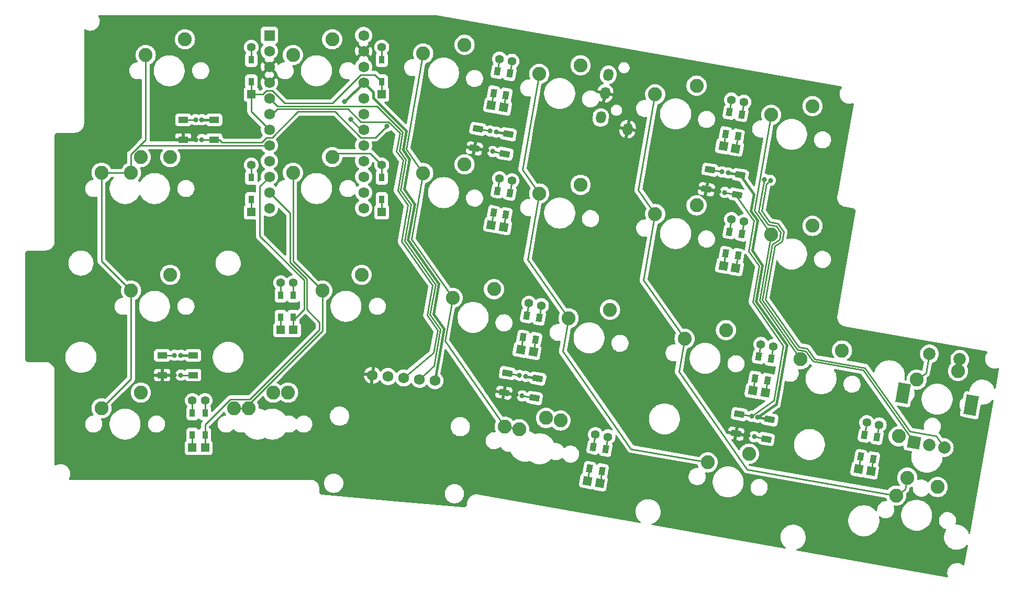
<source format=gbr>
%TF.GenerationSoftware,KiCad,Pcbnew,(6.0.7)*%
%TF.CreationDate,2023-04-18T20:13:39+02:00*%
%TF.ProjectId,chocobanan,63686f63-6f62-4616-9e61-6e2e6b696361,rev?*%
%TF.SameCoordinates,Original*%
%TF.FileFunction,Copper,L2,Bot*%
%TF.FilePolarity,Positive*%
%FSLAX46Y46*%
G04 Gerber Fmt 4.6, Leading zero omitted, Abs format (unit mm)*
G04 Created by KiCad (PCBNEW (6.0.7)) date 2023-04-18 20:13:39*
%MOMM*%
%LPD*%
G01*
G04 APERTURE LIST*
G04 Aperture macros list*
%AMHorizOval*
0 Thick line with rounded ends*
0 $1 width*
0 $2 $3 position (X,Y) of the first rounded end (center of the circle)*
0 $4 $5 position (X,Y) of the second rounded end (center of the circle)*
0 Add line between two ends*
20,1,$1,$2,$3,$4,$5,0*
0 Add two circle primitives to create the rounded ends*
1,1,$1,$2,$3*
1,1,$1,$4,$5*%
%AMRotRect*
0 Rectangle, with rotation*
0 The origin of the aperture is its center*
0 $1 length*
0 $2 width*
0 $3 Rotation angle, in degrees counterclockwise*
0 Add horizontal line*
21,1,$1,$2,0,0,$3*%
G04 Aperture macros list end*
%TA.AperFunction,SMDPad,CuDef*%
%ADD10RotRect,1.300000X0.950000X80.000000*%
%TD*%
%TA.AperFunction,ComponentPad*%
%ADD11RotRect,1.397000X1.397000X80.000000*%
%TD*%
%TA.AperFunction,ComponentPad*%
%ADD12C,1.397000*%
%TD*%
%TA.AperFunction,ComponentPad*%
%ADD13C,2.250000*%
%TD*%
%TA.AperFunction,SMDPad,CuDef*%
%ADD14R,0.950000X1.300000*%
%TD*%
%TA.AperFunction,ComponentPad*%
%ADD15R,1.397000X1.397000*%
%TD*%
%TA.AperFunction,ComponentPad*%
%ADD16R,1.752600X1.752600*%
%TD*%
%TA.AperFunction,ComponentPad*%
%ADD17C,1.752600*%
%TD*%
%TA.AperFunction,ComponentPad*%
%ADD18RotRect,3.200000X2.000000X80.000000*%
%TD*%
%TA.AperFunction,ComponentPad*%
%ADD19RotRect,2.000000X2.000000X80.000000*%
%TD*%
%TA.AperFunction,ComponentPad*%
%ADD20C,2.000000*%
%TD*%
%TA.AperFunction,ComponentPad*%
%ADD21HorizOval,1.752600X0.000000X0.000000X0.000000X0.000000X0*%
%TD*%
%TA.AperFunction,SMDPad,CuDef*%
%ADD22R,1.600000X1.000000*%
%TD*%
%TA.AperFunction,SMDPad,CuDef*%
%ADD23RotRect,1.600000X1.000000X170.000000*%
%TD*%
%TA.AperFunction,ComponentPad*%
%ADD24HorizOval,1.600000X0.034730X0.196962X-0.034730X-0.196962X0*%
%TD*%
%TA.AperFunction,ViaPad*%
%ADD25C,0.800000*%
%TD*%
%TA.AperFunction,Conductor*%
%ADD26C,0.250000*%
%TD*%
%TA.AperFunction,Conductor*%
%ADD27C,0.400000*%
%TD*%
G04 APERTURE END LIST*
D10*
%TO.P,D12,1,K*%
%TO.N,ROW3_L*%
X67960853Y-64364595D03*
D11*
X67607479Y-66368679D03*
D10*
%TO.P,D12,2,A*%
%TO.N,Net-(D12-Pad2)*%
X68577305Y-60868527D03*
D12*
X68930679Y-58864443D03*
%TD*%
D10*
%TO.P,D16,1,K*%
%TO.N,ROW3_L*%
X69976754Y-64720053D03*
D11*
X69623380Y-66724137D03*
D10*
%TO.P,D16,2,A*%
%TO.N,Net-(D16-Pad2)*%
X70593206Y-61223985D03*
D12*
X70946580Y-59219901D03*
%TD*%
D13*
%TO.P,MX19,1,COL*%
%TO.N,COL4*%
X83344417Y-43351690D03*
%TO.P,MX19,2,ROW*%
%TO.N,Net-(D19-Pad2)*%
X90039012Y-41952944D03*
%TD*%
%TO.P,MX1,1,COL*%
%TO.N,COL0*%
X-3810000Y2540000D03*
%TO.P,MX1,2,ROW*%
%TO.N,Net-(D1-Pad2)*%
X2540000Y5080000D03*
%TD*%
D11*
%TO.P,D21,1,K*%
%TO.N,ROW0_L*%
X91619613Y-12571035D03*
D10*
X91972987Y-10566951D03*
%TO.P,D21,2,A*%
%TO.N,Net-(D21-Pad2)*%
X92589439Y-7070883D03*
D12*
X92942813Y-5066799D03*
%TD*%
D13*
%TO.P,MX10,1,COL*%
%TO.N,COL2*%
X41060742Y-16552060D03*
%TO.P,MX10,2,ROW*%
%TO.N,Net-(D10-Pad2)*%
X47755337Y-15153314D03*
%TD*%
%TO.P,MX16,1,COL*%
%TO.N,COL3*%
X87071640Y-63352776D03*
%TO.P,MX16,2,ROW*%
%TO.N,Net-(D16-Pad2)*%
X93766235Y-61954030D03*
%TD*%
%TO.P,MX12.1,1,COL*%
%TO.N,COL2*%
X56585685Y-57977280D03*
%TO.P,MX12.1,2,ROW*%
%TO.N,Net-(D12-Pad2)*%
X63280280Y-56578534D03*
%TD*%
%TO.P,MX24,1,COL*%
%TO.N,COL5*%
X120865593Y-49967685D03*
%TO.P,MX24,2,ROW*%
%TO.N,ENC_S_A*%
X127560188Y-48568939D03*
%TD*%
%TO.P,MX11,1,COL*%
%TO.N,COL2*%
X45823242Y-36735694D03*
%TO.P,MX11,2,ROW*%
%TO.N,Net-(D11-Pad2)*%
X52517837Y-35336948D03*
%TD*%
%TO.P,MX7,1,COL*%
%TO.N,COL1*%
X24765000Y-35560000D03*
%TO.P,MX7,2,ROW*%
%TO.N,Net-(D7-Pad2)*%
X31115000Y-33020000D03*
%TD*%
D10*
%TO.P,D17,1,K*%
%TO.N,ROW0_L*%
X89957085Y-10211493D03*
D11*
X89603711Y-12215577D03*
D10*
%TO.P,D17,2,A*%
%TO.N,Net-(D17-Pad2)*%
X90573537Y-6715425D03*
D12*
X90926911Y-4711341D03*
%TD*%
D10*
%TO.P,D14,1,K*%
%TO.N,ROW1_L*%
X54451811Y-23294833D03*
D11*
X54098437Y-25298917D03*
D10*
%TO.P,D14,2,A*%
%TO.N,Net-(D14-Pad2)*%
X55068263Y-19798765D03*
D12*
X55421637Y-17794681D03*
%TD*%
D13*
%TO.P,MX21,1,COL*%
%TO.N,COL5*%
X97342505Y-7132176D03*
%TO.P,MX21,2,ROW*%
%TO.N,Net-(D21-Pad2)*%
X104037100Y-5733430D03*
%TD*%
D11*
%TO.P,D23,1,K*%
%TO.N,ROW2_L*%
X96382113Y-52098546D03*
D10*
X96735487Y-50094462D03*
%TO.P,D23,2,A*%
%TO.N,Net-(D23-Pad2)*%
X97351939Y-46598394D03*
D12*
X97705313Y-44594310D03*
%TD*%
D13*
%TO.P,MX13,1,COL*%
%TO.N,COL3*%
X59821329Y-516181D03*
%TO.P,MX13,2,ROW*%
%TO.N,Net-(D13-Pad2)*%
X66515924Y882565D03*
%TD*%
D14*
%TO.P,D3,1,K*%
%TO.N,ROW2_L*%
X18026500Y-39875000D03*
D15*
X18026500Y-41910000D03*
D12*
%TO.P,D3,2,A*%
%TO.N,Net-(D3-Pad2)*%
X18026500Y-34290000D03*
D14*
X18026500Y-36325000D03*
%TD*%
D13*
%TO.P,MX15,1,COL*%
%TO.N,COL3*%
X64583829Y-40043692D03*
%TO.P,MX15,2,ROW*%
%TO.N,Net-(D15-Pad2)*%
X71278424Y-38644946D03*
%TD*%
D15*
%TO.P,D4,1,K*%
%TO.N,ROW3_L*%
X3739000Y-60960000D03*
D14*
X3739000Y-58925000D03*
D12*
%TO.P,D4,2,A*%
%TO.N,Net-(D4-Pad2)*%
X3739000Y-53340000D03*
D14*
X3739000Y-55375000D03*
%TD*%
D15*
%TO.P,D5,1,K*%
%TO.N,ROW0_L*%
X34361000Y-3810000D03*
D14*
X34361000Y-1775000D03*
%TO.P,D5,2,A*%
%TO.N,Net-(D5-Pad2)*%
X34361000Y1775000D03*
D12*
X34361000Y3810000D03*
%TD*%
D13*
%TO.P,MX20,1,COL*%
%TO.N,COL4*%
X117557595Y-68728273D03*
%TO.P,MX20,2,ROW*%
%TO.N,Net-(D20-Pad2)*%
X124252190Y-67329527D03*
%TD*%
D11*
%TO.P,D10,1,K*%
%TO.N,ROW1_L*%
X52082536Y-24943459D03*
D10*
X52435910Y-22939375D03*
%TO.P,D10,2,A*%
%TO.N,Net-(D10-Pad2)*%
X53052362Y-19443307D03*
D12*
X53405736Y-17439223D03*
%TD*%
D13*
%TO.P,MX23,1,COL*%
%TO.N,COL5*%
X102105005Y-46659687D03*
%TO.P,MX23,2,ROW*%
%TO.N,Net-(D23-Pad2)*%
X108799600Y-45260941D03*
%TD*%
D16*
%TO.P,U1,1,TX0/D3*%
%TO.N,DATA*%
X16192500Y5715000D03*
D17*
%TO.P,U1,2,RX1/D2*%
%TO.N,RGB*%
X16192500Y3175000D03*
%TO.P,U1,3,GND*%
%TO.N,GND*%
X16192500Y635000D03*
%TO.P,U1,4,GND*%
X16192500Y-1905000D03*
%TO.P,U1,5,2/D1/SDA*%
%TO.N,SDA*%
X16192500Y-4445000D03*
%TO.P,U1,6,3/D0/SCL*%
%TO.N,SCL*%
X16192500Y-6985000D03*
%TO.P,U1,7,4/D4*%
%TO.N,ROW0_L*%
X16192500Y-9525000D03*
%TO.P,U1,8,5/C6*%
%TO.N,COL0*%
X16192500Y-12065000D03*
%TO.P,U1,9,6/D7*%
%TO.N,unconnected-(U1-Pad9)*%
X16192500Y-14605000D03*
%TO.P,U1,10,7/E6*%
%TO.N,ROW2_L*%
X16192500Y-17145000D03*
%TO.P,U1,11,8/B4*%
%TO.N,ROW3_L*%
X16192500Y-19685000D03*
%TO.P,U1,12,9/B5*%
%TO.N,VCC*%
X16192500Y-22225000D03*
%TO.P,U1,13,B6/10*%
%TO.N,ROW1_L*%
X31432500Y-22225000D03*
%TO.P,U1,14,B2/16*%
%TO.N,COL5*%
X31432500Y-19685000D03*
%TO.P,U1,15,B3/14*%
%TO.N,COL4*%
X31432500Y-17145000D03*
%TO.P,U1,16,B1/15*%
%TO.N,COL3*%
X31432500Y-14605000D03*
%TO.P,U1,17,F7/A0*%
%TO.N,COL2*%
X31432500Y-12065000D03*
%TO.P,U1,18,F6/A1*%
%TO.N,COL1*%
X31432500Y-9525000D03*
%TO.P,U1,19,F5/A2*%
%TO.N,ENC_B*%
X31432500Y-6985000D03*
%TO.P,U1,20,F4/A3*%
%TO.N,ENC_A*%
X31432500Y-4445000D03*
%TO.P,U1,21,VCC*%
%TO.N,VCC*%
X31432500Y-1905000D03*
%TO.P,U1,22,RST*%
%TO.N,unconnected-(U1-Pad22)*%
X31432500Y635000D03*
%TO.P,U1,23,GND*%
%TO.N,GND*%
X31432500Y3175000D03*
%TO.P,U1,24,RAW*%
%TO.N,unconnected-(U1-Pad24)*%
X31432500Y5715000D03*
%TD*%
D13*
%TO.P,MX8,1,COL*%
%TO.N,COL1*%
X12858750Y-54610000D03*
%TO.P,MX8,2,ROW*%
%TO.N,Net-(D8-Pad2)*%
X19208750Y-52070000D03*
%TD*%
D15*
%TO.P,D7,1,K*%
%TO.N,ROW2_L*%
X20073500Y-41910000D03*
D14*
X20073500Y-39875000D03*
%TO.P,D7,2,A*%
%TO.N,Net-(D7-Pad2)*%
X20073500Y-36325000D03*
D12*
X20073500Y-34290000D03*
%TD*%
D13*
%TO.P,MX2,1,COL*%
%TO.N,COL0*%
X-6191250Y-16510000D03*
%TO.P,MX2,2,ROW*%
%TO.N,Net-(D2-Pad2)*%
X158750Y-13970000D03*
%TD*%
D10*
%TO.P,D15,1,K*%
%TO.N,ROW2_L*%
X59214311Y-43478467D03*
D11*
X58860937Y-45482551D03*
D12*
%TO.P,D15,2,A*%
%TO.N,Net-(D15-Pad2)*%
X60184137Y-37978315D03*
D10*
X59830763Y-39982399D03*
%TD*%
%TO.P,D24,1,K*%
%TO.N,ROW3_L*%
X111826174Y-62427296D03*
D11*
X111472800Y-64431380D03*
D10*
%TO.P,D24,2,A*%
%TO.N,ENC_S_A*%
X112442626Y-58931228D03*
D12*
X112796000Y-56927144D03*
%TD*%
D13*
%TO.P,MX3,1,COL*%
%TO.N,COL0*%
X-6191250Y-35560000D03*
%TO.P,MX3,2,ROW*%
%TO.N,Net-(D3-Pad2)*%
X158750Y-33020000D03*
%TD*%
%TO.P,MX2.1,1,COL*%
%TO.N,COL0*%
X-10953750Y-16510000D03*
%TO.P,MX2.1,2,ROW*%
%TO.N,Net-(D2-Pad2)*%
X-4603750Y-13970000D03*
%TD*%
D15*
%TO.P,D6,1,K*%
%TO.N,ROW1_L*%
X34361000Y-22860000D03*
D14*
X34361000Y-20825000D03*
%TO.P,D6,2,A*%
%TO.N,Net-(D6-Pad2)*%
X34361000Y-17275000D03*
D12*
X34361000Y-15240000D03*
%TD*%
D13*
%TO.P,MX20.1,1,COL*%
%TO.N,COL4*%
X119359634Y-65822041D03*
%TO.P,MX20.1,2,ROW*%
%TO.N,Net-(D20-Pad2)*%
X117960888Y-59127446D03*
%TD*%
D10*
%TO.P,D22,1,K*%
%TO.N,ROW1_L*%
X91972987Y-29910828D03*
D11*
X91619613Y-31914912D03*
D10*
%TO.P,D22,2,A*%
%TO.N,Net-(D22-Pad2)*%
X92589439Y-26414760D03*
D12*
X92942813Y-24410676D03*
%TD*%
D13*
%TO.P,MX5,1,COL*%
%TO.N,COL1*%
X20002500Y2540000D03*
%TO.P,MX5,2,ROW*%
%TO.N,Net-(D5-Pad2)*%
X26352500Y5080000D03*
%TD*%
%TO.P,MX4,1,COL*%
%TO.N,COL0*%
X-10953750Y-54610000D03*
%TO.P,MX4,2,ROW*%
%TO.N,Net-(D4-Pad2)*%
X-4603750Y-52070000D03*
%TD*%
%TO.P,MX17,1,COL*%
%TO.N,COL4*%
X78581917Y-3824178D03*
%TO.P,MX17,2,ROW*%
%TO.N,Net-(D17-Pad2)*%
X85276512Y-2425432D03*
%TD*%
%TO.P,MX9,1,COL*%
%TO.N,COL2*%
X41060742Y2791817D03*
%TO.P,MX9,2,ROW*%
%TO.N,Net-(D9-Pad2)*%
X47755337Y4190563D03*
%TD*%
%TO.P,MX14,1,COL*%
%TO.N,COL3*%
X59821329Y-19860058D03*
%TO.P,MX14,2,ROW*%
%TO.N,Net-(D14-Pad2)*%
X66515924Y-18461312D03*
%TD*%
D10*
%TO.P,D11,1,K*%
%TO.N,ROW2_L*%
X57198410Y-43123009D03*
D11*
X56845036Y-45127093D03*
D12*
%TO.P,D11,2,A*%
%TO.N,Net-(D11-Pad2)*%
X58168236Y-37622857D03*
D10*
X57814862Y-39626941D03*
%TD*%
D13*
%TO.P,MX22,1,COL*%
%TO.N,COL5*%
X97342505Y-26476053D03*
%TO.P,MX22,2,ROW*%
%TO.N,Net-(D22-Pad2)*%
X104037100Y-25077307D03*
%TD*%
D10*
%TO.P,D18,1,K*%
%TO.N,ROW1_L*%
X89957085Y-29555370D03*
D11*
X89603711Y-31559454D03*
D10*
%TO.P,D18,2,A*%
%TO.N,Net-(D18-Pad2)*%
X90573537Y-26059302D03*
D12*
X90926911Y-24055218D03*
%TD*%
D18*
%TO.P,SW1,*%
%TO.N,*%
X129691567Y-54103126D03*
X118661721Y-52158266D03*
D19*
%TO.P,SW1,A,A*%
%TO.N,ENC_A*%
X120412263Y-60082634D03*
D20*
%TO.P,SW1,B,B*%
%TO.N,ENC_B*%
X125336302Y-60950875D03*
%TO.P,SW1,C,C*%
%TO.N,GND*%
X122874283Y-60516754D03*
%TO.P,SW1,S1,S1*%
%TO.N,ENC_S_A*%
X127854201Y-46671162D03*
%TO.P,SW1,S2,S2*%
%TO.N,COL5*%
X122930162Y-45802921D03*
%TD*%
D13*
%TO.P,MX8.1,1,COL*%
%TO.N,COL1*%
X10477500Y-54610000D03*
%TO.P,MX8.1,2,ROW*%
%TO.N,Net-(D8-Pad2)*%
X16827500Y-52070000D03*
%TD*%
D11*
%TO.P,D9,1,K*%
%TO.N,ROW0_L*%
X52082536Y-5599582D03*
D10*
X52435910Y-3595498D03*
D12*
%TO.P,D9,2,A*%
%TO.N,Net-(D9-Pad2)*%
X53405736Y1904654D03*
D10*
X53052362Y-99430D03*
%TD*%
D15*
%TO.P,D8,1,K*%
%TO.N,ROW3_L*%
X5786000Y-60960000D03*
D14*
X5786000Y-58925000D03*
D12*
%TO.P,D8,2,A*%
%TO.N,Net-(D8-Pad2)*%
X5786000Y-53340000D03*
D14*
X5786000Y-55375000D03*
%TD*%
D13*
%TO.P,MX6,1,COL*%
%TO.N,COL1*%
X20002500Y-16510000D03*
%TO.P,MX6,2,ROW*%
%TO.N,Net-(D6-Pad2)*%
X26352500Y-13970000D03*
%TD*%
D14*
%TO.P,D2,1,K*%
%TO.N,ROW1_L*%
X13264000Y-20825000D03*
D15*
X13264000Y-22860000D03*
D12*
%TO.P,D2,2,A*%
%TO.N,Net-(D2-Pad2)*%
X13264000Y-15240000D03*
D14*
X13264000Y-17275000D03*
%TD*%
D11*
%TO.P,D20,1,K*%
%TO.N,ROW3_L*%
X113488702Y-64786838D03*
D10*
X113842076Y-62782754D03*
%TO.P,D20,2,A*%
%TO.N,Net-(D20-Pad2)*%
X114458528Y-59286686D03*
D12*
X114811902Y-57282602D03*
%TD*%
D10*
%TO.P,D13,1,K*%
%TO.N,ROW0_L*%
X54451811Y-3950956D03*
D11*
X54098437Y-5955040D03*
D12*
%TO.P,D13,2,A*%
%TO.N,Net-(D13-Pad2)*%
X55421637Y1549196D03*
D10*
X55068263Y-454888D03*
%TD*%
D13*
%TO.P,MX18,1,COL*%
%TO.N,COL4*%
X78581917Y-23168055D03*
%TO.P,MX18,2,ROW*%
%TO.N,Net-(D18-Pad2)*%
X85276512Y-21769309D03*
%TD*%
D14*
%TO.P,D1,1,K*%
%TO.N,ROW0_L*%
X13264000Y-1775000D03*
D15*
X13264000Y-3810000D03*
D12*
%TO.P,D1,2,A*%
%TO.N,Net-(D1-Pad2)*%
X13264000Y3810000D03*
D14*
X13264000Y1775000D03*
%TD*%
D13*
%TO.P,MX12,1,COL*%
%TO.N,COL2*%
X54240611Y-57563780D03*
%TO.P,MX12,2,ROW*%
%TO.N,Net-(D12-Pad2)*%
X60935206Y-56165034D03*
%TD*%
D21*
%TO.P,U3,1,3-5V*%
%TO.N,VCC*%
X42980372Y-50128555D03*
%TO.P,U3,2,SDA*%
%TO.N,SDA*%
X40450037Y-49907180D03*
%TO.P,U3,3,SCL*%
%TO.N,SCL*%
X37919703Y-49685804D03*
%TO.P,U3,4,INT*%
%TO.N,unconnected-(U3-Pad4)*%
X35389368Y-49464429D03*
%TO.P,U3,5,GND*%
%TO.N,GND*%
X32859034Y-49243053D03*
%TD*%
D11*
%TO.P,D19,1,K*%
%TO.N,ROW2_L*%
X94366211Y-51743089D03*
D10*
X94719585Y-49739005D03*
%TO.P,D19,2,A*%
%TO.N,Net-(D19-Pad2)*%
X95336037Y-46242937D03*
D12*
X95689411Y-44238853D03*
%TD*%
D22*
%TO.P,RGB6,1,VDD*%
%TO.N,VCC*%
X3861625Y-46025000D03*
%TO.P,RGB6,2,DOUT*%
%TO.N,unconnected-(RGB6-Pad2)*%
X3861625Y-49225000D03*
%TO.P,RGB6,3,VSS*%
%TO.N,GND*%
X-1138375Y-49225000D03*
%TO.P,RGB6,4,DIN*%
%TO.N,Net-(RGB5-Pad2)*%
X-1138375Y-46025000D03*
%TD*%
D23*
%TO.P,RGB5,1,VDD*%
%TO.N,VCC*%
X59600444Y-49791426D03*
%TO.P,RGB5,2,DOUT*%
%TO.N,Net-(RGB5-Pad2)*%
X59044770Y-52942811D03*
%TO.P,RGB5,3,VSS*%
%TO.N,GND*%
X54120732Y-52074570D03*
%TO.P,RGB5,4,DIN*%
%TO.N,Net-(RGB4-Pad2)*%
X54676406Y-48923185D03*
%TD*%
D24*
%TO.P,U2,1,SLEEVE*%
%TO.N,GND*%
X74122211Y-9450230D03*
%TO.P,U2,2,TIP*%
%TO.N,VCC*%
X69783108Y-7568160D03*
%TO.P,U2,3,RING1*%
%TO.N,GND*%
X70477701Y-3628929D03*
%TO.P,U2,4,RING2*%
%TO.N,DATA*%
X70998645Y-674506D03*
%TD*%
D23*
%TO.P,RGB3,1,VDD*%
%TO.N,VCC*%
X92359119Y-16879910D03*
%TO.P,RGB3,2,DOUT*%
%TO.N,Net-(RGB3-Pad2)*%
X91803445Y-20031295D03*
%TO.P,RGB3,3,VSS*%
%TO.N,GND*%
X86879407Y-19163054D03*
%TO.P,RGB3,4,DIN*%
%TO.N,Net-(RGB2-Pad2)*%
X87435081Y-16011669D03*
%TD*%
D22*
%TO.P,RGB1,1,VDD*%
%TO.N,VCC*%
X7262500Y-7925000D03*
%TO.P,RGB1,2,DOUT*%
%TO.N,Net-(RGB1-Pad2)*%
X7262500Y-11125000D03*
%TO.P,RGB1,3,VSS*%
%TO.N,GND*%
X2262500Y-11125000D03*
%TO.P,RGB1,4,DIN*%
%TO.N,RGB*%
X2262500Y-7925000D03*
%TD*%
D23*
%TO.P,RGB4,1,VDD*%
%TO.N,VCC*%
X97121619Y-56407421D03*
%TO.P,RGB4,2,DOUT*%
%TO.N,Net-(RGB4-Pad2)*%
X96565945Y-59558806D03*
%TO.P,RGB4,3,VSS*%
%TO.N,GND*%
X91641907Y-58690565D03*
%TO.P,RGB4,4,DIN*%
%TO.N,Net-(RGB3-Pad2)*%
X92197581Y-55539180D03*
%TD*%
%TO.P,RGB2,1,VDD*%
%TO.N,VCC*%
X54837944Y-10263915D03*
%TO.P,RGB2,2,DOUT*%
%TO.N,Net-(RGB2-Pad2)*%
X54282270Y-13415300D03*
%TO.P,RGB2,3,VSS*%
%TO.N,GND*%
X49358232Y-12547059D03*
%TO.P,RGB2,4,DIN*%
%TO.N,Net-(RGB1-Pad2)*%
X49913906Y-9395674D03*
%TD*%
D25*
%TO.N,RGB*%
X4262500Y-7925000D03*
%TO.N,GND*%
X13264000Y-9525000D03*
X4262500Y-11125000D03*
X861625Y-49225000D03*
X28892500Y-22225000D03*
X120942758Y-57074046D03*
X88849022Y-19510351D03*
X56090347Y-52421866D03*
X51327847Y-12894355D03*
X17095925Y-25780796D03*
X93611522Y-59037861D03*
%TO.N,VCC*%
X57630829Y-49444130D03*
X1861625Y-46025000D03*
X95152003Y-56060000D03*
X90389504Y-16532614D03*
X28351840Y-4965000D03*
X52868329Y-9916618D03*
X5262500Y-7925000D03*
%TO.N,ENC_A*%
X96239262Y-17564084D03*
%TO.N,ENC_B*%
X97224070Y-17737732D03*
%TO.N,COL1*%
X29323605Y-7845000D03*
%TO.N,Net-(RGB1-Pad2)*%
X35164152Y-8980000D03*
X5262500Y-11125000D03*
X51883521Y-9742970D03*
%TO.N,Net-(RGB2-Pad2)*%
X89404696Y-16358966D03*
X52312654Y-13068003D03*
%TO.N,Net-(RGB3-Pad2)*%
X89833830Y-19683999D03*
X94167196Y-55886476D03*
%TO.N,Net-(RGB4-Pad2)*%
X94596329Y-59211509D03*
X56646022Y-49270481D03*
%TO.N,Net-(RGB5-Pad2)*%
X57075155Y-52595514D03*
X861625Y-46025000D03*
%TO.N,unconnected-(RGB6-Pad2)*%
X1861625Y-49225000D03*
%TD*%
D26*
%TO.N,Net-(D1-Pad2)*%
X13264000Y1775000D02*
X13264000Y3810000D01*
%TO.N,Net-(D2-Pad2)*%
X13264000Y-17275000D02*
X13264000Y-15240000D01*
%TO.N,Net-(D3-Pad2)*%
X18026500Y-36325000D02*
X18026500Y-34290000D01*
%TO.N,ROW2_L*%
X21795000Y-33862792D02*
X14639350Y-26707142D01*
X14639350Y-26707142D02*
X14639350Y-18698150D01*
X94366211Y-51743089D02*
X94719585Y-49739005D01*
X58860937Y-45482551D02*
X59214311Y-43478467D01*
X20073500Y-40339267D02*
X21795000Y-38617767D01*
X96382113Y-52098546D02*
X96735487Y-50094462D01*
X21795000Y-38617767D02*
X21795000Y-33862792D01*
X56845036Y-45127093D02*
X57198410Y-43123009D01*
X18026500Y-39875000D02*
X18026500Y-41910000D01*
X20073500Y-41910000D02*
X20073500Y-40339267D01*
X14639350Y-18698150D02*
X16192500Y-17145000D01*
X20073500Y-39875000D02*
X20073500Y-41910000D01*
%TO.N,Net-(D4-Pad2)*%
X3739000Y-53340000D02*
X3739000Y-55375000D01*
%TO.N,Net-(D5-Pad2)*%
X34361000Y1775000D02*
X34361000Y3810000D01*
%TO.N,Net-(D6-Pad2)*%
X26987500Y-13335000D02*
X26352500Y-13970000D01*
X34361000Y-17275000D02*
X34361000Y-15240000D01*
X34361000Y-15240000D02*
X32456000Y-13335000D01*
X32456000Y-13335000D02*
X26987500Y-13335000D01*
%TO.N,Net-(D7-Pad2)*%
X20073500Y-36325000D02*
X20073500Y-34290000D01*
%TO.N,Net-(D8-Pad2)*%
X5786000Y-55375000D02*
X5786000Y-53340000D01*
%TO.N,Net-(D10-Pad2)*%
X53405736Y-17439223D02*
X53052362Y-19443307D01*
%TO.N,Net-(D11-Pad2)*%
X57814862Y-39626941D02*
X58168236Y-37622857D01*
%TO.N,Net-(D12-Pad2)*%
X68930679Y-58864443D02*
X68577305Y-60868527D01*
%TO.N,Net-(D13-Pad2)*%
X55068263Y-454888D02*
X55421637Y1549196D01*
%TO.N,Net-(D14-Pad2)*%
X55421637Y-17794681D02*
X55068263Y-19798765D01*
%TO.N,Net-(D15-Pad2)*%
X59830763Y-39982399D02*
X60184137Y-37978315D01*
%TO.N,Net-(D16-Pad2)*%
X70946580Y-59219901D02*
X70593206Y-61223985D01*
%TO.N,Net-(D17-Pad2)*%
X90573537Y-6715425D02*
X90926911Y-4711341D01*
%TO.N,Net-(D18-Pad2)*%
X90573537Y-26059302D02*
X90926911Y-24055218D01*
%TO.N,Net-(D19-Pad2)*%
X95336037Y-46242937D02*
X95689411Y-44238853D01*
%TO.N,Net-(D20-Pad2)*%
X114458528Y-59286686D02*
X114811902Y-57282602D01*
%TO.N,Net-(D21-Pad2)*%
X92589439Y-7070883D02*
X92942813Y-5066799D01*
%TO.N,Net-(D22-Pad2)*%
X92589439Y-26414760D02*
X92942813Y-24410676D01*
%TO.N,Net-(D23-Pad2)*%
X97351939Y-46598394D02*
X97705313Y-44594310D01*
%TO.N,RGB*%
X2262500Y-7925000D02*
X4262500Y-7925000D01*
D27*
%TO.N,GND*%
X86879407Y-19163054D02*
X88849022Y-19510351D01*
X49358232Y-12547059D02*
X51327847Y-12894355D01*
X-1138375Y-49225000D02*
X861625Y-49225000D01*
X54120732Y-52074570D02*
X56090347Y-52421866D01*
X91641907Y-58690565D02*
X93611522Y-59037861D01*
X4262500Y-11125000D02*
X2262500Y-11125000D01*
%TO.N,VCC*%
X94063010Y-22707759D02*
X94541139Y-19996157D01*
X31432500Y-1905000D02*
X28372500Y-4965000D01*
X99871118Y-44384676D02*
X94902767Y-37289136D01*
X39647896Y-21541353D02*
X38621004Y-27365143D01*
X95152003Y-56060125D02*
X98187159Y-53934886D01*
X94902767Y-37289136D02*
X95929659Y-31465346D01*
X3861625Y-46025000D02*
X1861625Y-46025000D01*
X92359119Y-16879910D02*
X94541139Y-19996157D01*
X38826855Y-14277049D02*
X37968795Y-19143349D01*
X38319499Y-9731185D02*
X37781247Y-12783766D01*
X97121619Y-56407421D02*
X95152003Y-56060125D01*
X42980372Y-50128555D02*
X43031337Y-49546016D01*
X95929659Y-31465346D02*
X94250558Y-29067343D01*
X31432500Y-1905000D02*
X32985650Y-3458150D01*
X54837944Y-10263915D02*
X52868329Y-9916618D01*
X37968795Y-19143349D02*
X39647896Y-21541353D01*
X38621004Y-27365143D02*
X43589355Y-34460683D01*
X94250558Y-29067343D02*
X95108618Y-24201042D01*
X32985650Y-3458150D02*
X32985650Y-4397335D01*
X28372500Y-4965000D02*
X28351840Y-4965000D01*
X98187159Y-53934886D02*
X99871118Y-44384676D01*
X42731295Y-39326983D02*
X44410396Y-41724987D01*
X95108618Y-24201042D02*
X94063010Y-22707759D01*
X59600444Y-49791426D02*
X57630829Y-49444130D01*
X5262500Y-7925000D02*
X7262500Y-7925000D01*
X92359119Y-16879910D02*
X90389504Y-16532614D01*
X37781247Y-12783766D02*
X38826855Y-14277049D01*
X32985650Y-4397335D02*
X38319499Y-9731185D01*
X44410396Y-41724987D02*
X43031337Y-49546016D01*
X43589355Y-34460683D02*
X42731295Y-39326983D01*
D26*
%TO.N,ENC_A*%
X102948280Y-45336011D02*
X104124461Y-47015772D01*
X98185780Y-25152376D02*
X96793051Y-24906801D01*
X96793051Y-24906801D02*
X95316396Y-22797919D01*
X96239262Y-17564084D02*
X95316396Y-22797919D01*
X98874771Y-26136358D02*
X98666181Y-27319328D01*
X104124461Y-47015772D02*
X112268221Y-48451736D01*
X95933084Y-37060720D02*
X101555551Y-45090435D01*
X101555551Y-45090435D02*
X102948280Y-45336011D01*
X98666181Y-27319328D02*
X97507725Y-28130487D01*
X97507725Y-28130487D02*
X95933084Y-37060720D01*
X98185780Y-25152376D02*
X98874771Y-26136358D01*
X120412263Y-60082634D02*
X112268221Y-48451736D01*
%TO.N,COL2*%
X41060742Y-16552060D02*
X39175790Y-27242150D01*
X41060742Y2791817D02*
X38336033Y-12660773D01*
X45823242Y-36735694D02*
X44593234Y-43711413D01*
X54240611Y-57563780D02*
X44593234Y-43711413D01*
X54240611Y-57563780D02*
X56585685Y-57977280D01*
X41060742Y-16552060D02*
X38336033Y-12660773D01*
X45823242Y-36735694D02*
X39175790Y-27242150D01*
%TO.N,COL3*%
X64583829Y-40043692D02*
X63640868Y-45391493D01*
X59821329Y-19860058D02*
X57096621Y-15968770D01*
X59821329Y-516181D02*
X57096621Y-15968770D01*
X59821329Y-19860058D02*
X57936378Y-30550147D01*
X87071640Y-63352776D02*
X74688638Y-61169344D01*
X64583829Y-40043692D02*
X57936378Y-30550147D01*
X63640868Y-45391493D02*
X74688638Y-61169344D01*
%TO.N,COL4*%
X82401455Y-48699491D02*
X93449226Y-64477342D01*
X78581917Y-23168055D02*
X75857208Y-19276768D01*
X83344417Y-43351690D02*
X82401455Y-48699491D01*
X83344417Y-43351690D02*
X76696966Y-33858145D01*
X119359634Y-65822041D02*
X119028834Y-67698100D01*
X117557595Y-68728273D02*
X119028834Y-67698100D01*
X78581917Y-23168055D02*
X76696966Y-33858145D01*
X93449226Y-64477342D02*
X117557595Y-68728273D01*
X78581917Y-3824178D02*
X75857208Y-19276768D01*
%TO.N,COL5*%
X102105005Y-46659687D02*
X95457553Y-37166143D01*
X97342505Y-7132176D02*
X94617796Y-22584766D01*
X97342505Y-26476053D02*
X95457553Y-37166143D01*
X97342505Y-26476053D02*
X94617796Y-22584766D01*
X120865593Y-49967685D02*
X122383170Y-48905065D01*
X122930162Y-45802921D02*
X122383170Y-48905065D01*
%TO.N,ENC_B*%
X125336302Y-60950875D02*
X124046558Y-59108930D01*
X95791927Y-22692496D02*
X97054757Y-24496005D01*
X104386167Y-46604976D02*
X112529927Y-48040940D01*
X97054757Y-24496005D02*
X98447486Y-24741580D01*
X96564107Y-18313245D02*
X95791927Y-22692496D01*
X97224070Y-17737732D02*
X97201258Y-17867107D01*
X99350302Y-26030935D02*
X99076977Y-27581034D01*
X103209986Y-44925215D02*
X104386167Y-46604976D01*
X96408615Y-36955298D02*
X101817257Y-44679639D01*
X101817257Y-44679639D02*
X103209986Y-44925215D01*
X98447486Y-24741580D02*
X99350302Y-26030935D01*
X119749247Y-58351198D02*
X124046558Y-59108930D01*
X99076977Y-27581034D02*
X97918521Y-28392193D01*
X97918521Y-28392193D02*
X96408615Y-36955298D01*
X97201258Y-17867107D02*
X96564107Y-18313245D01*
X112529927Y-48040940D02*
X119749247Y-58351198D01*
%TO.N,COL1*%
X20002500Y-16510000D02*
X20002500Y-30797500D01*
X12858750Y-54610000D02*
X12858750Y-53973604D01*
X20002500Y-30797500D02*
X24765000Y-35560000D01*
X31432500Y-9525000D02*
X31003605Y-9525000D01*
X24765000Y-35560000D02*
X24765000Y-42067354D01*
X10477500Y-54610000D02*
X12858750Y-54610000D01*
X31003605Y-9525000D02*
X29323605Y-7845000D01*
X24765000Y-42067354D02*
X12858750Y-53973604D01*
%TO.N,COL0*%
X-6191250Y-35560000D02*
X-6191250Y-49847500D01*
X-6191250Y-13506890D02*
X-4749360Y-12065000D01*
X-10953750Y-16510000D02*
X-10953750Y-30797500D01*
X-3810000Y-11125640D02*
X-4749360Y-12065000D01*
X-6191250Y-49847500D02*
X-10953750Y-54610000D01*
X-3810000Y2540000D02*
X-3810000Y-11125640D01*
X16192500Y-12065000D02*
X-4749360Y-12065000D01*
X-10953750Y-30797500D02*
X-6191250Y-35560000D01*
X-10953750Y-16510000D02*
X-6191250Y-16510000D01*
X-6191250Y-16510000D02*
X-6191250Y-13506890D01*
%TO.N,ROW0_L*%
X91619613Y-12571035D02*
X91972987Y-10566951D01*
X54098437Y-5955040D02*
X54451811Y-3950956D01*
X34361000Y-3810000D02*
X34361000Y-1775000D01*
X30996300Y-635000D02*
X33221000Y-635000D01*
X13264000Y-3810000D02*
X13264000Y-6596500D01*
X16365000Y-3175000D02*
X16621395Y-3175000D01*
X16365000Y-3175000D02*
X15763605Y-3175000D01*
X52082536Y-5599582D02*
X52435910Y-3595498D01*
X89603711Y-12215577D02*
X89957085Y-10211493D01*
X15763605Y-3175000D02*
X15128605Y-3810000D01*
X15128605Y-3810000D02*
X13264000Y-3810000D01*
X26373605Y-5265000D02*
X18711395Y-5265000D01*
X30996300Y-635000D02*
X26373605Y-5265000D01*
X18711395Y-5265000D02*
X16621395Y-3175000D01*
X13264000Y-6596500D02*
X16192500Y-9525000D01*
X33221000Y-635000D02*
X34361000Y-1775000D01*
X13264000Y-1775000D02*
X13264000Y-3810000D01*
%TO.N,ROW1_L*%
X91619613Y-31914912D02*
X91972987Y-29910828D01*
X89603711Y-31559454D02*
X89957085Y-29555370D01*
X54098437Y-25298917D02*
X54451811Y-23294833D01*
X13264000Y-20825000D02*
X13264000Y-22860000D01*
X34361000Y-20825000D02*
X34361000Y-22860000D01*
X52082536Y-24943459D02*
X52435910Y-22939375D01*
%TO.N,ROW3_L*%
X16192500Y-19685000D02*
X19552500Y-23045000D01*
X67607479Y-66368679D02*
X67960853Y-64364595D01*
X19552500Y-23045000D02*
X19552500Y-30983896D01*
X9876890Y-53160000D02*
X5786000Y-57250890D01*
X24315000Y-41880958D02*
X13035958Y-53160000D01*
X13035958Y-53160000D02*
X9876890Y-53160000D01*
X5786000Y-57250890D02*
X5786000Y-58925000D01*
X69623380Y-66724137D02*
X69976754Y-64720053D01*
X111472800Y-64431380D02*
X111826174Y-62427296D01*
X5786000Y-59632140D02*
X5786000Y-60960000D01*
X5786000Y-58925000D02*
X5786000Y-60960000D01*
X3739000Y-60960000D02*
X3739000Y-58925000D01*
X113488702Y-64786838D02*
X113842076Y-62782754D01*
X24315000Y-40687767D02*
X24315000Y-41880958D01*
X19552500Y-30983896D02*
X22245000Y-33676396D01*
X22245000Y-38617767D02*
X24315000Y-40687767D01*
X22245000Y-33676396D02*
X22245000Y-38617767D01*
%TO.N,SCL*%
X42728075Y-45651101D02*
X43380079Y-41953403D01*
X35464456Y-8255000D02*
X31003605Y-8255000D01*
X37271176Y-10061720D02*
X35464456Y-8255000D01*
X43380079Y-41953403D02*
X41700978Y-39555399D01*
X16192500Y-6985000D02*
X16642500Y-6985000D01*
X16642500Y-6985000D02*
X17462500Y-6165000D01*
X37919703Y-49685804D02*
X42728075Y-45651101D01*
X37590688Y-27593558D02*
X38617579Y-21769769D01*
X17462500Y-6165000D02*
X28913605Y-6165000D01*
X31003605Y-8255000D02*
X28913605Y-6165000D01*
X36750930Y-13012181D02*
X37271176Y-10061720D01*
X37796538Y-14505465D02*
X36750930Y-13012181D01*
X42559038Y-34689099D02*
X37590688Y-27593558D01*
X36938478Y-19371765D02*
X37796538Y-14505465D01*
X41700978Y-39555399D02*
X42559038Y-34689099D01*
X38617579Y-21769769D02*
X36938478Y-19371765D01*
%TO.N,SDA*%
X40450037Y-49907180D02*
X42818106Y-47731953D01*
X43855610Y-41847980D02*
X42176509Y-39449977D01*
X37226461Y-12906759D02*
X37755018Y-9909165D01*
X33560852Y-5715000D02*
X17462500Y-5715000D01*
X42818106Y-47731953D02*
X43855610Y-41847980D01*
X38066218Y-27488136D02*
X39093110Y-21664346D01*
X43034569Y-34583676D02*
X38066218Y-27488136D01*
X38272069Y-14400042D02*
X37226461Y-12906759D01*
X37755018Y-9909165D02*
X33560852Y-5715000D01*
X39093110Y-21664346D02*
X37414009Y-19266342D01*
X17462500Y-5715000D02*
X16192500Y-4445000D01*
X37414009Y-19266342D02*
X38272069Y-14400042D01*
X42176509Y-39449977D02*
X43034569Y-34583676D01*
%TO.N,Net-(RGB1-Pad2)*%
X31003605Y-10795000D02*
X26823605Y-6615000D01*
X31003605Y-10795000D02*
X33349152Y-10795000D01*
X14943605Y-11615000D02*
X15763605Y-10795000D01*
X49913906Y-9395674D02*
X51883521Y-9742970D01*
X7262500Y-11125000D02*
X8060000Y-11125000D01*
X8060000Y-11125000D02*
X8550000Y-11615000D01*
X16621395Y-10795000D02*
X20801395Y-6615000D01*
X8550000Y-11615000D02*
X14943605Y-11615000D01*
X15763605Y-10795000D02*
X16621395Y-10795000D01*
X33349152Y-10795000D02*
X35164152Y-8980000D01*
X26823605Y-6615000D02*
X20801395Y-6615000D01*
X7262500Y-11125000D02*
X5262500Y-11125000D01*
%TO.N,Net-(RGB2-Pad2)*%
X54282270Y-13415300D02*
X52312654Y-13068003D01*
X87435081Y-16011669D02*
X89404696Y-16358966D01*
%TO.N,Net-(RGB3-Pad2)*%
X91752064Y-20322695D02*
X94553832Y-24324035D01*
X91803445Y-20031295D02*
X89833830Y-19683999D01*
X94553832Y-24324035D02*
X94553832Y-24326168D01*
X94167196Y-55886476D02*
X94171590Y-55861556D01*
X94347981Y-37412129D02*
X99316332Y-44507670D01*
X95374873Y-31588339D02*
X94347981Y-37412129D01*
X92197581Y-55539180D02*
X94167196Y-55886476D01*
X99316332Y-44507670D02*
X97752618Y-53375937D01*
X93695772Y-29190336D02*
X95374873Y-31588339D01*
X91803445Y-20031295D02*
X91752064Y-20322695D01*
X94553832Y-24326168D02*
X93695772Y-29190336D01*
X94171590Y-55861556D02*
X97757012Y-53351017D01*
%TO.N,Net-(RGB4-Pad2)*%
X54676406Y-48923185D02*
X56646022Y-49270481D01*
X96565945Y-59558806D02*
X94596329Y-59211509D01*
%TO.N,Net-(RGB5-Pad2)*%
X-1138375Y-46025000D02*
X861625Y-46025000D01*
X59044770Y-52942811D02*
X57075155Y-52595514D01*
%TO.N,unconnected-(RGB6-Pad2)*%
X3861625Y-49225000D02*
X1861625Y-49225000D01*
%TO.N,ENC_S_A*%
X112442626Y-58931228D02*
X112796000Y-56927144D01*
%TO.N,Net-(D9-Pad2)*%
X53052362Y-99430D02*
X53405736Y1904654D01*
%TD*%
%TA.AperFunction,Conductor*%
%TO.N,GND*%
G36*
X42982511Y9015000D02*
G01*
X42997345Y9012690D01*
X42997348Y9012690D01*
X43006218Y9011309D01*
X43015119Y9012473D01*
X43015124Y9012473D01*
X43024809Y9013740D01*
X43073292Y9008901D01*
X43073421Y9009582D01*
X43081203Y9008111D01*
X43081856Y9008046D01*
X43090734Y9005015D01*
X43099699Y9004615D01*
X43099701Y9004615D01*
X43122544Y9003597D01*
X43138813Y9001808D01*
X95150273Y-169216D01*
X108674902Y-2553973D01*
X108706105Y-2559475D01*
X108769717Y-2591002D01*
X108806187Y-2651916D01*
X108803934Y-2722877D01*
X108781589Y-2763537D01*
X108686896Y-2878818D01*
X108560742Y-3095573D01*
X108558929Y-3100296D01*
X108558928Y-3100298D01*
X108538310Y-3154009D01*
X108470865Y-3329708D01*
X108469832Y-3334654D01*
X108469830Y-3334660D01*
X108439632Y-3479213D01*
X108419579Y-3575202D01*
X108419350Y-3580251D01*
X108419349Y-3580257D01*
X108414634Y-3684093D01*
X108408202Y-3825737D01*
X108408783Y-3830757D01*
X108408783Y-3830761D01*
X108411665Y-3855667D01*
X108437028Y-4074868D01*
X108438407Y-4079742D01*
X108438408Y-4079746D01*
X108501053Y-4301129D01*
X108505314Y-4316186D01*
X108507448Y-4320761D01*
X108507450Y-4320768D01*
X108591530Y-4501077D01*
X108611304Y-4543482D01*
X108614146Y-4547663D01*
X108614146Y-4547664D01*
X108749425Y-4746721D01*
X108749428Y-4746725D01*
X108752271Y-4750908D01*
X108755748Y-4754585D01*
X108755749Y-4754586D01*
X108864257Y-4869331D01*
X108924587Y-4933128D01*
X108928613Y-4936206D01*
X108928614Y-4936207D01*
X109119801Y-5082381D01*
X109119805Y-5082384D01*
X109123821Y-5085454D01*
X109128279Y-5087844D01*
X109128280Y-5087845D01*
X109154291Y-5101792D01*
X109344846Y-5203966D01*
X109349627Y-5205612D01*
X109349631Y-5205614D01*
X109535393Y-5269577D01*
X109581976Y-5285617D01*
X109685509Y-5303500D01*
X109825200Y-5327629D01*
X109825206Y-5327630D01*
X109829110Y-5328304D01*
X109833071Y-5328484D01*
X109833072Y-5328484D01*
X109857751Y-5329605D01*
X109857770Y-5329605D01*
X109859170Y-5329669D01*
X110033835Y-5329669D01*
X110036343Y-5329467D01*
X110036348Y-5329467D01*
X110215764Y-5315032D01*
X110215769Y-5315031D01*
X110220805Y-5314626D01*
X110225713Y-5313421D01*
X110225716Y-5313420D01*
X110459445Y-5256010D01*
X110464359Y-5254803D01*
X110469011Y-5252828D01*
X110469015Y-5252827D01*
X110503184Y-5238323D01*
X110573705Y-5230119D01*
X110637467Y-5261343D01*
X110674226Y-5322083D01*
X110676502Y-5376186D01*
X109756199Y-10595484D01*
X108061968Y-20203944D01*
X108056620Y-20224221D01*
X108049903Y-20243139D01*
X108047573Y-20255473D01*
X108047416Y-20260335D01*
X108047104Y-20269986D01*
X108046501Y-20278885D01*
X108027918Y-20458479D01*
X108026690Y-20470343D01*
X108035250Y-20685954D01*
X108074409Y-20898153D01*
X108099053Y-20971224D01*
X108141929Y-21098357D01*
X108141932Y-21098364D01*
X108143367Y-21102619D01*
X108240722Y-21295190D01*
X108364492Y-21471946D01*
X108367570Y-21475225D01*
X108367571Y-21475227D01*
X108438526Y-21550832D01*
X108512157Y-21629289D01*
X108680711Y-21764016D01*
X108703129Y-21777197D01*
X108862844Y-21871103D01*
X108862851Y-21871107D01*
X108866723Y-21873383D01*
X108958043Y-21910784D01*
X109046651Y-21947074D01*
X109066406Y-21955165D01*
X109098716Y-21963275D01*
X109236326Y-21997816D01*
X109247808Y-22001287D01*
X109258529Y-22005093D01*
X109258535Y-22005095D01*
X109263121Y-22006723D01*
X109269816Y-22007988D01*
X109270680Y-22008151D01*
X109270682Y-22008151D01*
X109275456Y-22009053D01*
X109303341Y-22009953D01*
X109321151Y-22011801D01*
X110566136Y-22231325D01*
X110584961Y-22236168D01*
X110588335Y-22237320D01*
X110599164Y-22241018D01*
X110599168Y-22241019D01*
X110607660Y-22243918D01*
X110616724Y-22244322D01*
X110616752Y-22244323D01*
X110646774Y-22249341D01*
X110706692Y-22267009D01*
X110732684Y-22277966D01*
X110803914Y-22317915D01*
X110826818Y-22334382D01*
X110887375Y-22389183D01*
X110906042Y-22410336D01*
X110952879Y-22477228D01*
X110966373Y-22502007D01*
X110997154Y-22577652D01*
X111004795Y-22604814D01*
X111017969Y-22685402D01*
X111019375Y-22713581D01*
X111018462Y-22728208D01*
X111016210Y-22764285D01*
X111015883Y-22769515D01*
X111013936Y-22785064D01*
X111012307Y-22793685D01*
X111009406Y-22802180D01*
X111009006Y-22811146D01*
X111009006Y-22811148D01*
X111007988Y-22833985D01*
X111006199Y-22850253D01*
X108259693Y-38426470D01*
X108073481Y-39482536D01*
X108061972Y-39547804D01*
X108056622Y-39568089D01*
X108049905Y-39587004D01*
X108047575Y-39599339D01*
X108047418Y-39604205D01*
X108047094Y-39614229D01*
X108046490Y-39623133D01*
X108029277Y-39789444D01*
X108026713Y-39814212D01*
X108035269Y-40029823D01*
X108036085Y-40034243D01*
X108036085Y-40034247D01*
X108038837Y-40049159D01*
X108074423Y-40242022D01*
X108075861Y-40246285D01*
X108075862Y-40246290D01*
X108099069Y-40315103D01*
X108143378Y-40446488D01*
X108145403Y-40450493D01*
X108145406Y-40450501D01*
X108193290Y-40545220D01*
X108240730Y-40639061D01*
X108364497Y-40815818D01*
X108367574Y-40819096D01*
X108367575Y-40819098D01*
X108497564Y-40957609D01*
X108512160Y-40973162D01*
X108587082Y-41033049D01*
X108650941Y-41084093D01*
X108680712Y-41107890D01*
X108684588Y-41110169D01*
X108684591Y-41110171D01*
X108780876Y-41166783D01*
X108866723Y-41217258D01*
X109066405Y-41299042D01*
X109070774Y-41300139D01*
X109070775Y-41300139D01*
X109236336Y-41341696D01*
X109247826Y-41345169D01*
X109263119Y-41350600D01*
X109267902Y-41351504D01*
X109267904Y-41351504D01*
X109270152Y-41351928D01*
X109275454Y-41352930D01*
X109280317Y-41353087D01*
X109282823Y-41353168D01*
X109303341Y-41353830D01*
X109321152Y-41355678D01*
X132209434Y-45391500D01*
X132229193Y-45394984D01*
X132292805Y-45426511D01*
X132329275Y-45487425D01*
X132327022Y-45558386D01*
X132304677Y-45599046D01*
X132209984Y-45714327D01*
X132083830Y-45931082D01*
X132082017Y-45935805D01*
X132082016Y-45935807D01*
X132040150Y-46044871D01*
X131993953Y-46165217D01*
X131992920Y-46170163D01*
X131992918Y-46170169D01*
X131954654Y-46353332D01*
X131942667Y-46410711D01*
X131942438Y-46415760D01*
X131942437Y-46415766D01*
X131939472Y-46481063D01*
X131931290Y-46661246D01*
X131931871Y-46666266D01*
X131931871Y-46666270D01*
X131939650Y-46733500D01*
X131960116Y-46910377D01*
X131961495Y-46915251D01*
X131961496Y-46915255D01*
X132027024Y-47146826D01*
X132028402Y-47151695D01*
X132030536Y-47156270D01*
X132030538Y-47156277D01*
X132132255Y-47374409D01*
X132134392Y-47378991D01*
X132137234Y-47383172D01*
X132137234Y-47383173D01*
X132272513Y-47582230D01*
X132272516Y-47582234D01*
X132275359Y-47586417D01*
X132278836Y-47590094D01*
X132278837Y-47590095D01*
X132352319Y-47667800D01*
X132447675Y-47768637D01*
X132451701Y-47771715D01*
X132451702Y-47771716D01*
X132642889Y-47917890D01*
X132642893Y-47917893D01*
X132646909Y-47920963D01*
X132651367Y-47923353D01*
X132651368Y-47923354D01*
X132707113Y-47953244D01*
X132867934Y-48039475D01*
X132872715Y-48041121D01*
X132872719Y-48041123D01*
X133040077Y-48098749D01*
X133105064Y-48121126D01*
X133176703Y-48133500D01*
X133348288Y-48163138D01*
X133348294Y-48163139D01*
X133352198Y-48163813D01*
X133356159Y-48163993D01*
X133356160Y-48163993D01*
X133380839Y-48165114D01*
X133380858Y-48165114D01*
X133382258Y-48165178D01*
X133556923Y-48165178D01*
X133559431Y-48164976D01*
X133559436Y-48164976D01*
X133738852Y-48150541D01*
X133738857Y-48150540D01*
X133743893Y-48150135D01*
X133748801Y-48148930D01*
X133748804Y-48148929D01*
X133982533Y-48091519D01*
X133987447Y-48090312D01*
X133992099Y-48088337D01*
X133992103Y-48088336D01*
X134026272Y-48073832D01*
X134096793Y-48065628D01*
X134160555Y-48096852D01*
X134197314Y-48157592D01*
X134199590Y-48211695D01*
X133994977Y-49372111D01*
X133645741Y-51352726D01*
X133614214Y-51416338D01*
X133553300Y-51452808D01*
X133482339Y-51450555D01*
X133423861Y-51410296D01*
X133401822Y-51369782D01*
X133400224Y-51364862D01*
X133358129Y-51235308D01*
X133355590Y-51230101D01*
X133297549Y-51111101D01*
X133233521Y-50979824D01*
X133231066Y-50976185D01*
X133231063Y-50976179D01*
X133077029Y-50747814D01*
X133077024Y-50747807D01*
X133074569Y-50744168D01*
X133069142Y-50738140D01*
X132887315Y-50536201D01*
X132887314Y-50536200D01*
X132884367Y-50532927D01*
X132666617Y-50350213D01*
X132425557Y-50199582D01*
X132184874Y-50092423D01*
X132169893Y-50085753D01*
X132169891Y-50085752D01*
X132165879Y-50083966D01*
X131964820Y-50026313D01*
X131896865Y-50006827D01*
X131896864Y-50006827D01*
X131892638Y-50005615D01*
X131888288Y-50005004D01*
X131888285Y-50005003D01*
X131783809Y-49990320D01*
X131611152Y-49966055D01*
X131398050Y-49966055D01*
X131395865Y-49966208D01*
X131395859Y-49966208D01*
X131189851Y-49980613D01*
X131189846Y-49980614D01*
X131185466Y-49980920D01*
X130907425Y-50040020D01*
X130903294Y-50041524D01*
X130903289Y-50041525D01*
X130767512Y-50090944D01*
X130640315Y-50137240D01*
X130631882Y-50141724D01*
X130393227Y-50268618D01*
X130393221Y-50268622D01*
X130389335Y-50270688D01*
X130385775Y-50273274D01*
X130385771Y-50273277D01*
X130162933Y-50435179D01*
X130159370Y-50437768D01*
X130156206Y-50440824D01*
X130156203Y-50440826D01*
X129958058Y-50632172D01*
X129958055Y-50632176D01*
X129954896Y-50635226D01*
X129779893Y-50859220D01*
X129733865Y-50938942D01*
X129640828Y-51100087D01*
X129637766Y-51105390D01*
X129636116Y-51109474D01*
X129636113Y-51109480D01*
X129537836Y-51352726D01*
X129531284Y-51368944D01*
X129462517Y-51644753D01*
X129462058Y-51649121D01*
X129462057Y-51649126D01*
X129455925Y-51707471D01*
X129449849Y-51765285D01*
X129448061Y-51782293D01*
X129421048Y-51847949D01*
X129362826Y-51888579D01*
X129300872Y-51893208D01*
X129028855Y-51845244D01*
X129028844Y-51845243D01*
X129025494Y-51844652D01*
X129010302Y-51843643D01*
X128970962Y-51841030D01*
X128970960Y-51841030D01*
X128963083Y-51840507D01*
X128819888Y-51867176D01*
X128689934Y-51932964D01*
X128683389Y-51939099D01*
X128683388Y-51939100D01*
X128645227Y-51974873D01*
X128583667Y-52032580D01*
X128559144Y-52074129D01*
X128513646Y-52151213D01*
X128513645Y-52151216D01*
X128509630Y-52158018D01*
X128492180Y-52218083D01*
X128383512Y-52834367D01*
X128351986Y-52897977D01*
X128329792Y-52917006D01*
X128313854Y-52927735D01*
X128313847Y-52927740D01*
X128309426Y-52930717D01*
X128305569Y-52934396D01*
X128305567Y-52934398D01*
X128271318Y-52967070D01*
X128139540Y-53092780D01*
X128136358Y-53097057D01*
X128136357Y-53097058D01*
X128107316Y-53136091D01*
X127999389Y-53281150D01*
X127996973Y-53285901D01*
X127996971Y-53285905D01*
X127899184Y-53478239D01*
X127892980Y-53490441D01*
X127823356Y-53714669D01*
X127822655Y-53719958D01*
X127793381Y-53940824D01*
X127792506Y-53947422D01*
X127792706Y-53952751D01*
X127792706Y-53952752D01*
X127795054Y-54015277D01*
X127801315Y-54182045D01*
X127808428Y-54215944D01*
X127846732Y-54398498D01*
X127849529Y-54411830D01*
X127935769Y-54630206D01*
X127982770Y-54707660D01*
X128012741Y-54757051D01*
X128030980Y-54825665D01*
X128029108Y-54844297D01*
X127924536Y-55437354D01*
X127919789Y-55464273D01*
X127915644Y-55526683D01*
X127942313Y-55669879D01*
X127946367Y-55677887D01*
X128004045Y-55791824D01*
X128004047Y-55791827D01*
X128008100Y-55799833D01*
X128057759Y-55852806D01*
X128101580Y-55899553D01*
X128101582Y-55899555D01*
X128107717Y-55906099D01*
X128233155Y-55980136D01*
X128293219Y-55997587D01*
X129425043Y-56197158D01*
X130354282Y-56361008D01*
X130354284Y-56361008D01*
X130357640Y-56361600D01*
X130371857Y-56362544D01*
X130412172Y-56365222D01*
X130412174Y-56365222D01*
X130420051Y-56365745D01*
X130563246Y-56339076D01*
X130693200Y-56273288D01*
X130710461Y-56257108D01*
X130792917Y-56179812D01*
X130799467Y-56173672D01*
X130848001Y-56091443D01*
X130869488Y-56055039D01*
X130869489Y-56055036D01*
X130873504Y-56048234D01*
X130890954Y-55988169D01*
X131062907Y-55012973D01*
X131217687Y-54135175D01*
X131249214Y-54071563D01*
X131310128Y-54035093D01*
X131341773Y-54031055D01*
X131540002Y-54031055D01*
X131542187Y-54030902D01*
X131542193Y-54030902D01*
X131748201Y-54016497D01*
X131748206Y-54016496D01*
X131752586Y-54016190D01*
X132030627Y-53957090D01*
X132034758Y-53955586D01*
X132034763Y-53955585D01*
X132221519Y-53887611D01*
X132297737Y-53859870D01*
X132430451Y-53789305D01*
X132544825Y-53728492D01*
X132544831Y-53728488D01*
X132548717Y-53726422D01*
X132552277Y-53723836D01*
X132552281Y-53723833D01*
X132775119Y-53561931D01*
X132775122Y-53561929D01*
X132778682Y-53559342D01*
X132793623Y-53544914D01*
X132979994Y-53364938D01*
X132979997Y-53364934D01*
X132983156Y-53361884D01*
X133070209Y-53250461D01*
X133127910Y-53209095D01*
X133198815Y-53205492D01*
X133260412Y-53240795D01*
X133293145Y-53303796D01*
X133293584Y-53349913D01*
X131466963Y-63709196D01*
X129510744Y-74803461D01*
X129479217Y-74867073D01*
X129418303Y-74903543D01*
X129347342Y-74901290D01*
X129288864Y-74861031D01*
X129266825Y-74820517D01*
X129265227Y-74815597D01*
X129223132Y-74686043D01*
X129098524Y-74430559D01*
X129096069Y-74426920D01*
X129096066Y-74426914D01*
X128942032Y-74198549D01*
X128942027Y-74198542D01*
X128939572Y-74194903D01*
X128903253Y-74154566D01*
X128752318Y-73986936D01*
X128752317Y-73986935D01*
X128749370Y-73983662D01*
X128531620Y-73800948D01*
X128290560Y-73650317D01*
X128063820Y-73549366D01*
X128034896Y-73536488D01*
X128034894Y-73536487D01*
X128030882Y-73534701D01*
X127815033Y-73472807D01*
X127761868Y-73457562D01*
X127761867Y-73457562D01*
X127757641Y-73456350D01*
X127753291Y-73455739D01*
X127753288Y-73455738D01*
X127648812Y-73441055D01*
X127476155Y-73416790D01*
X127291448Y-73416790D01*
X127223327Y-73396788D01*
X127176834Y-73343132D01*
X127166730Y-73272858D01*
X127171115Y-73253426D01*
X127225998Y-73076672D01*
X127227580Y-73071577D01*
X127244671Y-72942633D01*
X127257730Y-72844107D01*
X127257730Y-72844104D01*
X127258430Y-72838824D01*
X127256809Y-72795636D01*
X127253719Y-72713340D01*
X127249621Y-72604201D01*
X127231827Y-72519395D01*
X127202504Y-72379643D01*
X127202503Y-72379640D01*
X127201407Y-72374416D01*
X127115167Y-72156040D01*
X127075859Y-72091263D01*
X126996133Y-71959878D01*
X126996131Y-71959875D01*
X126993365Y-71955317D01*
X126839484Y-71777985D01*
X126829407Y-71769723D01*
X126662053Y-71632500D01*
X126662047Y-71632496D01*
X126657925Y-71629116D01*
X126653289Y-71626477D01*
X126653286Y-71626475D01*
X126458522Y-71515609D01*
X126453879Y-71512966D01*
X126233180Y-71432856D01*
X126227931Y-71431907D01*
X126227928Y-71431906D01*
X126146854Y-71417246D01*
X126002139Y-71391077D01*
X125998000Y-71390882D01*
X125997993Y-71390881D01*
X125979029Y-71389987D01*
X125979020Y-71389987D01*
X125977540Y-71389917D01*
X125812519Y-71389917D01*
X125731170Y-71396820D01*
X125642832Y-71404315D01*
X125642828Y-71404316D01*
X125637521Y-71404766D01*
X125632366Y-71406104D01*
X125632360Y-71406105D01*
X125454646Y-71452231D01*
X125410263Y-71463750D01*
X125405397Y-71465942D01*
X125405394Y-71465943D01*
X125201052Y-71557993D01*
X125201049Y-71557994D01*
X125196191Y-71560183D01*
X125001428Y-71691305D01*
X124997571Y-71694984D01*
X124997569Y-71694986D01*
X124954497Y-71736075D01*
X124831542Y-71853368D01*
X124691391Y-72041738D01*
X124688975Y-72046489D01*
X124688973Y-72046493D01*
X124601060Y-72219406D01*
X124584982Y-72251029D01*
X124515358Y-72475257D01*
X124514657Y-72480546D01*
X124487289Y-72687032D01*
X124484508Y-72708010D01*
X124484708Y-72713339D01*
X124484708Y-72713340D01*
X124487691Y-72792799D01*
X124493317Y-72942633D01*
X124497855Y-72964261D01*
X124519263Y-73066288D01*
X124541531Y-73172418D01*
X124627771Y-73390794D01*
X124630540Y-73395357D01*
X124743419Y-73581375D01*
X124749573Y-73591517D01*
X124903454Y-73768849D01*
X124907586Y-73772237D01*
X125080885Y-73914334D01*
X125080891Y-73914338D01*
X125085013Y-73917718D01*
X125089649Y-73920357D01*
X125089652Y-73920359D01*
X125092347Y-73921893D01*
X125289059Y-74033868D01*
X125509758Y-74113978D01*
X125515004Y-74114927D01*
X125515009Y-74114928D01*
X125547840Y-74120864D01*
X125558335Y-74122762D01*
X125621809Y-74154566D01*
X125658012Y-74215638D01*
X125655450Y-74286589D01*
X125644178Y-74309540D01*
X125644896Y-74309955D01*
X125567830Y-74443437D01*
X125502769Y-74556125D01*
X125501119Y-74560209D01*
X125501116Y-74560215D01*
X125402839Y-74803461D01*
X125396287Y-74819679D01*
X125327520Y-75095488D01*
X125327061Y-75099858D01*
X125327060Y-75099862D01*
X125305468Y-75305292D01*
X125297807Y-75378184D01*
X125297960Y-75382572D01*
X125297960Y-75382578D01*
X125303223Y-75533274D01*
X125307727Y-75662263D01*
X125308489Y-75666586D01*
X125308490Y-75666593D01*
X125310761Y-75679471D01*
X125357087Y-75942197D01*
X125358442Y-75946368D01*
X125358444Y-75946375D01*
X125430739Y-76168874D01*
X125444926Y-76212537D01*
X125446854Y-76216490D01*
X125446856Y-76216495D01*
X125451207Y-76225415D01*
X125569534Y-76468021D01*
X125571989Y-76471660D01*
X125571992Y-76471666D01*
X125726026Y-76700031D01*
X125726031Y-76700038D01*
X125728486Y-76703677D01*
X125731430Y-76706946D01*
X125731431Y-76706948D01*
X125835050Y-76822029D01*
X125918688Y-76914918D01*
X126136438Y-77097632D01*
X126377498Y-77248263D01*
X126637176Y-77363879D01*
X126910417Y-77442230D01*
X126914767Y-77442841D01*
X126914770Y-77442842D01*
X127019246Y-77457525D01*
X127191903Y-77481790D01*
X127405005Y-77481790D01*
X127407190Y-77481637D01*
X127407196Y-77481637D01*
X127613204Y-77467232D01*
X127613209Y-77467231D01*
X127617589Y-77466925D01*
X127895630Y-77407825D01*
X127899761Y-77406321D01*
X127899766Y-77406320D01*
X128123220Y-77324989D01*
X128162740Y-77310605D01*
X128378720Y-77195767D01*
X128409828Y-77179227D01*
X128409834Y-77179223D01*
X128413720Y-77177157D01*
X128417280Y-77174571D01*
X128417284Y-77174568D01*
X128640122Y-77012666D01*
X128640125Y-77012664D01*
X128643685Y-77010077D01*
X128739296Y-76917747D01*
X128844997Y-76815673D01*
X128845000Y-76815669D01*
X128848159Y-76812619D01*
X128935212Y-76701196D01*
X128992913Y-76659830D01*
X129063818Y-76656227D01*
X129125415Y-76691530D01*
X129158148Y-76754531D01*
X129158587Y-76800648D01*
X128612558Y-79897336D01*
X128604722Y-79941774D01*
X128573195Y-80005386D01*
X128512281Y-80041856D01*
X128441320Y-80039603D01*
X128404107Y-80019990D01*
X128243683Y-79897336D01*
X128243679Y-79897333D01*
X128239663Y-79894263D01*
X128018638Y-79775751D01*
X128013857Y-79774105D01*
X128013853Y-79774103D01*
X127786297Y-79695749D01*
X127781508Y-79694100D01*
X127677975Y-79676217D01*
X127538284Y-79652088D01*
X127538278Y-79652087D01*
X127534374Y-79651413D01*
X127530413Y-79651233D01*
X127530412Y-79651233D01*
X127505733Y-79650112D01*
X127505714Y-79650112D01*
X127504314Y-79650048D01*
X127329649Y-79650048D01*
X127327141Y-79650250D01*
X127327136Y-79650250D01*
X127147720Y-79664685D01*
X127147715Y-79664686D01*
X127142679Y-79665091D01*
X127137771Y-79666296D01*
X127137768Y-79666297D01*
X126905990Y-79723228D01*
X126899125Y-79724914D01*
X126894473Y-79726889D01*
X126894469Y-79726890D01*
X126773725Y-79778143D01*
X126668268Y-79822907D01*
X126456049Y-79956548D01*
X126267926Y-80122401D01*
X126108740Y-80316197D01*
X125982586Y-80532952D01*
X125892709Y-80767087D01*
X125841423Y-81012581D01*
X125830046Y-81263116D01*
X125858872Y-81512247D01*
X125860251Y-81517121D01*
X125860252Y-81517125D01*
X125927158Y-81753565D01*
X125925258Y-81754103D01*
X125929667Y-81816511D01*
X125895589Y-81878794D01*
X125833247Y-81912766D01*
X125784690Y-81913708D01*
X101543493Y-77639331D01*
X101479881Y-77607804D01*
X101443411Y-77546890D01*
X101445664Y-77475929D01*
X101485923Y-77417451D01*
X101522279Y-77396844D01*
X101612850Y-77363879D01*
X101723837Y-77323483D01*
X101865306Y-77248263D01*
X101970925Y-77192105D01*
X101970931Y-77192101D01*
X101974817Y-77190035D01*
X101978377Y-77187449D01*
X101978381Y-77187446D01*
X102201219Y-77025544D01*
X102201222Y-77025542D01*
X102204782Y-77022955D01*
X102218118Y-77010077D01*
X102406094Y-76828551D01*
X102406097Y-76828547D01*
X102409256Y-76825497D01*
X102584259Y-76601503D01*
X102726386Y-76355333D01*
X102728036Y-76351249D01*
X102728039Y-76351243D01*
X102831219Y-76095861D01*
X102831220Y-76095858D01*
X102832868Y-76091779D01*
X102901635Y-75815970D01*
X102917336Y-75666593D01*
X102930889Y-75537643D01*
X102930889Y-75537640D01*
X102931348Y-75533274D01*
X102931195Y-75528880D01*
X102921582Y-75253592D01*
X102921581Y-75253585D01*
X102921428Y-75249195D01*
X102919158Y-75236317D01*
X102872830Y-74973584D01*
X102872068Y-74969261D01*
X102870713Y-74965090D01*
X102870711Y-74965083D01*
X102785590Y-74703110D01*
X102784229Y-74698921D01*
X102779992Y-74690232D01*
X102726511Y-74580581D01*
X102659621Y-74443437D01*
X102657166Y-74439798D01*
X102657163Y-74439792D01*
X102503129Y-74211427D01*
X102503124Y-74211420D01*
X102500669Y-74207781D01*
X102492357Y-74198549D01*
X102313415Y-73999814D01*
X102313414Y-73999813D01*
X102310467Y-73996540D01*
X102092717Y-73813826D01*
X101851657Y-73663195D01*
X101591979Y-73547579D01*
X101378359Y-73486324D01*
X101322965Y-73470440D01*
X101322964Y-73470440D01*
X101318738Y-73469228D01*
X101314388Y-73468617D01*
X101314385Y-73468616D01*
X101209909Y-73453933D01*
X101037252Y-73429668D01*
X100824150Y-73429668D01*
X100821965Y-73429821D01*
X100821959Y-73429821D01*
X100615951Y-73444226D01*
X100615946Y-73444227D01*
X100611566Y-73444533D01*
X100333525Y-73503633D01*
X100329394Y-73505137D01*
X100329389Y-73505138D01*
X100216114Y-73546367D01*
X100066415Y-73600853D01*
X100062528Y-73602920D01*
X99819327Y-73732231D01*
X99819321Y-73732235D01*
X99815435Y-73734301D01*
X99811875Y-73736887D01*
X99811871Y-73736890D01*
X99589033Y-73898792D01*
X99585470Y-73901381D01*
X99582306Y-73904437D01*
X99582303Y-73904439D01*
X99384158Y-74095785D01*
X99384155Y-74095789D01*
X99380996Y-74098839D01*
X99205993Y-74322833D01*
X99145902Y-74426914D01*
X99068940Y-74560215D01*
X99063866Y-74569003D01*
X99062216Y-74573087D01*
X99062213Y-74573093D01*
X98969139Y-74803461D01*
X98957384Y-74832557D01*
X98888617Y-75108366D01*
X98888158Y-75112736D01*
X98888157Y-75112740D01*
X98859796Y-75382578D01*
X98858904Y-75391062D01*
X98859057Y-75395450D01*
X98859057Y-75395456D01*
X98868526Y-75666593D01*
X98868824Y-75675141D01*
X98869586Y-75679464D01*
X98869587Y-75679471D01*
X98892885Y-75811596D01*
X98918184Y-75955075D01*
X98919539Y-75959246D01*
X98919541Y-75959253D01*
X98961214Y-76087508D01*
X99006023Y-76225415D01*
X99130631Y-76480899D01*
X99133086Y-76484538D01*
X99133089Y-76484544D01*
X99287123Y-76712909D01*
X99287128Y-76712916D01*
X99289583Y-76716555D01*
X99292527Y-76719824D01*
X99292528Y-76719826D01*
X99465242Y-76911644D01*
X99479785Y-76927796D01*
X99644096Y-77065669D01*
X99683423Y-77124779D01*
X99684549Y-77195767D01*
X99647118Y-77256094D01*
X99583013Y-77286608D01*
X99541225Y-77286277D01*
X78092758Y-73504334D01*
X78029146Y-73472807D01*
X77992676Y-73411893D01*
X77994929Y-73340932D01*
X78035188Y-73282454D01*
X78071544Y-73261847D01*
X78268964Y-73189992D01*
X78273102Y-73188486D01*
X78399839Y-73121099D01*
X78520190Y-73057108D01*
X78520196Y-73057104D01*
X78524082Y-73055038D01*
X78527642Y-73052452D01*
X78527646Y-73052449D01*
X78750484Y-72890547D01*
X78750487Y-72890545D01*
X78754047Y-72887958D01*
X78804927Y-72838824D01*
X78955359Y-72693554D01*
X78955362Y-72693550D01*
X78958521Y-72690500D01*
X79133524Y-72466506D01*
X79254989Y-72256124D01*
X79273446Y-72224156D01*
X79273449Y-72224151D01*
X79275651Y-72220336D01*
X79277301Y-72216252D01*
X79277304Y-72216246D01*
X79380484Y-71960864D01*
X79380485Y-71960861D01*
X79382133Y-71956782D01*
X79450900Y-71680973D01*
X79456351Y-71629116D01*
X79480154Y-71402646D01*
X79480154Y-71402643D01*
X79480613Y-71398277D01*
X79480460Y-71393883D01*
X79470847Y-71118595D01*
X79470846Y-71118588D01*
X79470693Y-71114198D01*
X79463704Y-71074558D01*
X79422095Y-70838587D01*
X79421333Y-70834264D01*
X79419978Y-70830093D01*
X79419976Y-70830086D01*
X79346176Y-70602956D01*
X79333494Y-70563924D01*
X79327314Y-70551252D01*
X79273713Y-70441355D01*
X79208886Y-70308440D01*
X79206431Y-70304801D01*
X79206428Y-70304795D01*
X79052394Y-70076430D01*
X79052389Y-70076423D01*
X79049934Y-70072784D01*
X79039308Y-70060982D01*
X78862680Y-69864817D01*
X78862679Y-69864816D01*
X78859732Y-69861543D01*
X78641982Y-69678829D01*
X78400922Y-69528198D01*
X78141244Y-69412582D01*
X77868003Y-69334231D01*
X77863653Y-69333620D01*
X77863650Y-69333619D01*
X77759174Y-69318936D01*
X77586517Y-69294671D01*
X77373415Y-69294671D01*
X77371230Y-69294824D01*
X77371224Y-69294824D01*
X77165216Y-69309229D01*
X77165211Y-69309230D01*
X77160831Y-69309536D01*
X76882790Y-69368636D01*
X76878659Y-69370140D01*
X76878654Y-69370141D01*
X76787117Y-69403458D01*
X76615680Y-69465856D01*
X76539287Y-69506475D01*
X76368592Y-69597234D01*
X76368586Y-69597238D01*
X76364700Y-69599304D01*
X76361140Y-69601890D01*
X76361136Y-69601893D01*
X76223796Y-69701677D01*
X76134735Y-69766384D01*
X76131571Y-69769440D01*
X76131568Y-69769442D01*
X75933423Y-69960788D01*
X75933420Y-69960792D01*
X75930261Y-69963842D01*
X75755258Y-70187836D01*
X75694518Y-70293040D01*
X75637514Y-70391774D01*
X75613131Y-70434006D01*
X75611481Y-70438090D01*
X75611478Y-70438096D01*
X75508298Y-70693478D01*
X75506649Y-70697560D01*
X75505585Y-70701829D01*
X75505584Y-70701831D01*
X75488018Y-70772283D01*
X75437882Y-70973369D01*
X75437423Y-70977739D01*
X75437422Y-70977743D01*
X75408628Y-71251696D01*
X75408169Y-71256065D01*
X75408322Y-71260453D01*
X75408322Y-71260459D01*
X75417789Y-71531539D01*
X75418089Y-71540144D01*
X75418851Y-71544467D01*
X75418852Y-71544474D01*
X75433321Y-71626528D01*
X75467449Y-71820078D01*
X75468804Y-71824249D01*
X75468806Y-71824256D01*
X75501515Y-71924922D01*
X75555288Y-72090418D01*
X75557216Y-72094371D01*
X75557218Y-72094376D01*
X75613006Y-72208758D01*
X75679896Y-72345902D01*
X75682351Y-72349541D01*
X75682354Y-72349547D01*
X75836388Y-72577912D01*
X75836393Y-72577919D01*
X75838848Y-72581558D01*
X75841792Y-72584827D01*
X75841793Y-72584829D01*
X75947949Y-72702727D01*
X76029050Y-72792799D01*
X76032423Y-72795630D01*
X76032430Y-72795636D01*
X76193361Y-72930674D01*
X76232688Y-72989783D01*
X76233814Y-73060771D01*
X76196383Y-73121099D01*
X76132278Y-73151612D01*
X76090492Y-73151281D01*
X65317410Y-71251696D01*
X50005910Y-68551865D01*
X49985636Y-68546518D01*
X49971304Y-68541430D01*
X49971302Y-68541429D01*
X49966704Y-68539797D01*
X49961914Y-68538892D01*
X49961912Y-68538892D01*
X49959152Y-68538371D01*
X49954370Y-68537468D01*
X49949513Y-68537311D01*
X49949510Y-68537311D01*
X49946511Y-68537215D01*
X49944751Y-68537158D01*
X49936356Y-68536606D01*
X49802505Y-68523296D01*
X49732251Y-68516310D01*
X49732248Y-68516310D01*
X49727522Y-68515840D01*
X49722777Y-68516085D01*
X49722772Y-68516085D01*
X49504763Y-68527348D01*
X49500021Y-68527593D01*
X49495374Y-68528546D01*
X49495369Y-68528547D01*
X49281523Y-68572418D01*
X49281521Y-68572419D01*
X49276864Y-68573374D01*
X49063111Y-68652145D01*
X49058955Y-68654436D01*
X48909797Y-68736660D01*
X48863611Y-68762120D01*
X48682886Y-68900805D01*
X48607098Y-68979665D01*
X48528324Y-69061631D01*
X48528320Y-69061636D01*
X48525034Y-69065055D01*
X48522297Y-69068931D01*
X48522293Y-69068936D01*
X48478218Y-69131357D01*
X48393636Y-69251145D01*
X48291671Y-69454856D01*
X48290208Y-69459371D01*
X48223044Y-69666653D01*
X48221451Y-69671568D01*
X48220682Y-69676255D01*
X48190679Y-69859121D01*
X48188300Y-69870374D01*
X48186043Y-69879072D01*
X48184819Y-69883789D01*
X48183572Y-69896280D01*
X48183839Y-69901134D01*
X48183839Y-69901139D01*
X48185106Y-69924147D01*
X48184817Y-69942049D01*
X48173061Y-70076430D01*
X48170338Y-70107551D01*
X48167153Y-70126733D01*
X48163559Y-70141311D01*
X48161410Y-70150029D01*
X48161794Y-70158996D01*
X48161799Y-70159118D01*
X48159416Y-70189471D01*
X48147039Y-70250700D01*
X48138388Y-70277552D01*
X48106959Y-70347209D01*
X48104800Y-70351994D01*
X48090390Y-70376250D01*
X48078632Y-70391774D01*
X48041076Y-70441355D01*
X48021627Y-70461798D01*
X47959066Y-70514292D01*
X47935559Y-70529893D01*
X47862884Y-70567152D01*
X47836493Y-70577132D01*
X47757350Y-70597285D01*
X47729402Y-70601143D01*
X47726542Y-70601214D01*
X47673622Y-70602535D01*
X47658033Y-70600776D01*
X47657917Y-70601938D01*
X47648983Y-70601046D01*
X47640270Y-70598898D01*
X47631306Y-70599281D01*
X47631302Y-70599281D01*
X47608470Y-70600258D01*
X47592104Y-70599894D01*
X35706178Y-69560011D01*
X24770257Y-68603242D01*
X24751079Y-68600058D01*
X24736500Y-68596463D01*
X24736495Y-68596463D01*
X24727785Y-68594315D01*
X24718752Y-68594702D01*
X24718696Y-68594704D01*
X24688342Y-68592321D01*
X24627131Y-68579947D01*
X24600275Y-68571295D01*
X24534798Y-68541751D01*
X24525841Y-68537710D01*
X24501588Y-68523300D01*
X24436499Y-68473995D01*
X24416058Y-68454548D01*
X24388435Y-68421625D01*
X44554646Y-68421625D01*
X44573893Y-68666182D01*
X44575047Y-68670989D01*
X44575048Y-68670995D01*
X44601328Y-68780456D01*
X44631160Y-68904717D01*
X44633053Y-68909288D01*
X44633054Y-68909290D01*
X44647890Y-68945106D01*
X44725038Y-69131357D01*
X44743568Y-69161595D01*
X44849359Y-69334231D01*
X44853213Y-69340521D01*
X44856428Y-69344285D01*
X44856430Y-69344288D01*
X45004581Y-69517749D01*
X45012532Y-69527058D01*
X45016288Y-69530266D01*
X45193543Y-69681657D01*
X45199069Y-69686377D01*
X45203292Y-69688965D01*
X45203295Y-69688967D01*
X45224036Y-69701677D01*
X45408233Y-69814552D01*
X45519583Y-69860675D01*
X45630300Y-69906536D01*
X45630302Y-69906537D01*
X45634873Y-69908430D01*
X45699973Y-69924059D01*
X45868595Y-69964542D01*
X45868601Y-69964543D01*
X45873408Y-69965697D01*
X46117965Y-69984944D01*
X46362522Y-69965697D01*
X46367329Y-69964543D01*
X46367335Y-69964542D01*
X46535957Y-69924059D01*
X46601057Y-69908430D01*
X46605628Y-69906537D01*
X46605630Y-69906536D01*
X46716347Y-69860675D01*
X46827697Y-69814552D01*
X47011894Y-69701677D01*
X47032635Y-69688967D01*
X47032638Y-69688965D01*
X47036861Y-69686377D01*
X47042388Y-69681657D01*
X47219642Y-69530266D01*
X47223398Y-69527058D01*
X47231349Y-69517749D01*
X47379500Y-69344288D01*
X47379502Y-69344285D01*
X47382717Y-69340521D01*
X47386572Y-69334231D01*
X47492362Y-69161595D01*
X47510892Y-69131357D01*
X47588040Y-68945106D01*
X47602876Y-68909290D01*
X47602877Y-68909288D01*
X47604770Y-68904717D01*
X47634602Y-68780456D01*
X47660882Y-68670995D01*
X47660883Y-68670989D01*
X47662037Y-68666182D01*
X47681284Y-68421625D01*
X47662037Y-68177068D01*
X47658503Y-68162345D01*
X47605925Y-67943345D01*
X47604770Y-67938533D01*
X47602313Y-67932600D01*
X47548245Y-67802070D01*
X47510892Y-67711893D01*
X47427703Y-67576140D01*
X47385307Y-67506955D01*
X47385305Y-67506952D01*
X47382717Y-67502729D01*
X47353577Y-67468610D01*
X47226606Y-67319948D01*
X47223398Y-67316192D01*
X47170367Y-67270899D01*
X47040628Y-67160090D01*
X47040625Y-67160088D01*
X47036861Y-67156873D01*
X47032638Y-67154285D01*
X47032635Y-67154283D01*
X46908371Y-67078135D01*
X46827697Y-67028698D01*
X46654090Y-66956787D01*
X66285019Y-66956787D01*
X66311689Y-67099982D01*
X66315744Y-67107993D01*
X66315745Y-67107995D01*
X66360915Y-67197222D01*
X66377476Y-67229937D01*
X66383614Y-67236485D01*
X66383615Y-67236486D01*
X66470955Y-67329657D01*
X66470958Y-67329659D01*
X66477092Y-67336203D01*
X66506303Y-67353444D01*
X66595725Y-67406224D01*
X66595728Y-67406225D01*
X66602530Y-67410240D01*
X66662595Y-67427690D01*
X67088161Y-67502729D01*
X68129819Y-67686402D01*
X68129821Y-67686402D01*
X68133177Y-67686994D01*
X68147544Y-67687948D01*
X68187708Y-67690616D01*
X68187710Y-67690616D01*
X68195587Y-67691139D01*
X68338782Y-67664469D01*
X68346795Y-67660413D01*
X68355290Y-67657537D01*
X68356213Y-67660265D01*
X68411635Y-67650006D01*
X68477350Y-67676878D01*
X68482416Y-67681557D01*
X68486855Y-67685113D01*
X68492993Y-67691661D01*
X68520123Y-67707674D01*
X68611626Y-67761682D01*
X68611629Y-67761683D01*
X68618431Y-67765698D01*
X68678496Y-67783148D01*
X69110323Y-67859291D01*
X70145720Y-68041860D01*
X70145722Y-68041860D01*
X70149078Y-68042452D01*
X70163445Y-68043406D01*
X70203609Y-68046074D01*
X70203611Y-68046074D01*
X70211488Y-68046597D01*
X70354683Y-68019927D01*
X70362694Y-68015872D01*
X70362696Y-68015871D01*
X70476628Y-67958195D01*
X70476629Y-67958195D01*
X70484638Y-67954140D01*
X70507616Y-67932600D01*
X70584358Y-67860661D01*
X70584360Y-67860658D01*
X70590904Y-67854524D01*
X70635663Y-67778691D01*
X70660925Y-67735891D01*
X70660926Y-67735888D01*
X70664941Y-67729086D01*
X70682391Y-67669021D01*
X70875954Y-66571274D01*
X70941103Y-66201797D01*
X70941103Y-66201795D01*
X70941695Y-66198439D01*
X70943901Y-66165227D01*
X70945317Y-66143908D01*
X70945317Y-66143906D01*
X70945840Y-66136029D01*
X70919170Y-65992834D01*
X70911216Y-65977120D01*
X70857438Y-65870889D01*
X70857438Y-65870888D01*
X70853383Y-65862879D01*
X70837419Y-65845849D01*
X70807985Y-65814450D01*
X70775990Y-65751072D01*
X70783339Y-65680457D01*
X70791397Y-65664241D01*
X70806633Y-65638428D01*
X70808836Y-65630844D01*
X70808838Y-65630840D01*
X70823130Y-65581643D01*
X70824083Y-65578364D01*
X71066542Y-64203308D01*
X71070688Y-64140898D01*
X71044018Y-63997702D01*
X71011124Y-63932725D01*
X70982286Y-63875757D01*
X70982284Y-63875754D01*
X70978231Y-63867748D01*
X70901073Y-63785440D01*
X70884751Y-63768028D01*
X70884749Y-63768026D01*
X70878614Y-63761482D01*
X70753176Y-63687445D01*
X70693112Y-63669994D01*
X69805815Y-63513540D01*
X69666097Y-63488904D01*
X69666095Y-63488904D01*
X69662739Y-63488312D01*
X69648372Y-63487358D01*
X69608208Y-63484690D01*
X69608206Y-63484690D01*
X69600329Y-63484167D01*
X69457133Y-63510836D01*
X69449124Y-63514890D01*
X69449125Y-63514890D01*
X69335188Y-63572568D01*
X69335185Y-63572570D01*
X69327179Y-63576623D01*
X69320629Y-63582763D01*
X69224491Y-63672885D01*
X69161113Y-63704881D01*
X69090497Y-63697533D01*
X69035065Y-63653173D01*
X69025902Y-63637869D01*
X69024802Y-63635695D01*
X68995882Y-63578567D01*
X68966385Y-63520299D01*
X68966383Y-63520296D01*
X68962330Y-63512290D01*
X68894015Y-63439415D01*
X68868850Y-63412570D01*
X68868848Y-63412568D01*
X68862713Y-63406024D01*
X68737275Y-63331987D01*
X68677211Y-63314536D01*
X67862608Y-63170900D01*
X67650196Y-63133446D01*
X67650194Y-63133446D01*
X67646838Y-63132854D01*
X67632471Y-63131900D01*
X67592307Y-63129232D01*
X67592305Y-63129232D01*
X67584428Y-63128709D01*
X67441232Y-63155378D01*
X67433223Y-63159432D01*
X67433224Y-63159432D01*
X67319287Y-63217110D01*
X67319284Y-63217112D01*
X67311278Y-63221165D01*
X67304728Y-63227305D01*
X67211557Y-63314645D01*
X67211555Y-63314648D01*
X67205011Y-63320782D01*
X67181176Y-63361164D01*
X67134990Y-63439415D01*
X67134989Y-63439418D01*
X67130974Y-63446220D01*
X67128771Y-63453804D01*
X67128769Y-63453808D01*
X67123611Y-63471564D01*
X67113524Y-63506284D01*
X66871065Y-64881340D01*
X66866919Y-64943750D01*
X66872096Y-64971542D01*
X66872406Y-64973208D01*
X66865215Y-65043840D01*
X66820980Y-65099371D01*
X66805459Y-65108688D01*
X66746221Y-65138676D01*
X66739673Y-65144814D01*
X66739672Y-65144815D01*
X66646501Y-65232155D01*
X66646499Y-65232158D01*
X66639955Y-65238292D01*
X66635394Y-65246020D01*
X66569934Y-65356925D01*
X66569933Y-65356928D01*
X66565918Y-65363730D01*
X66548468Y-65423795D01*
X66470200Y-65867672D01*
X66291589Y-66880627D01*
X66289164Y-66894377D01*
X66288938Y-66897781D01*
X66286555Y-66933665D01*
X66285019Y-66956787D01*
X46654090Y-66956787D01*
X46605630Y-66936714D01*
X46605628Y-66936713D01*
X46601057Y-66934820D01*
X46518402Y-66914976D01*
X46367335Y-66878708D01*
X46367329Y-66878707D01*
X46362522Y-66877553D01*
X46117965Y-66858306D01*
X45873408Y-66877553D01*
X45868601Y-66878707D01*
X45868595Y-66878708D01*
X45717528Y-66914976D01*
X45634873Y-66934820D01*
X45630302Y-66936713D01*
X45630300Y-66936714D01*
X45581840Y-66956787D01*
X45408233Y-67028698D01*
X45327559Y-67078135D01*
X45203295Y-67154283D01*
X45203292Y-67154285D01*
X45199069Y-67156873D01*
X45195305Y-67160088D01*
X45195302Y-67160090D01*
X45065563Y-67270899D01*
X45012532Y-67316192D01*
X45009324Y-67319948D01*
X44882354Y-67468610D01*
X44853213Y-67502729D01*
X44850625Y-67506952D01*
X44850623Y-67506955D01*
X44808227Y-67576140D01*
X44725038Y-67711893D01*
X44687685Y-67802070D01*
X44633618Y-67932600D01*
X44631160Y-67938533D01*
X44630005Y-67943345D01*
X44577428Y-68162345D01*
X44573893Y-68177068D01*
X44554646Y-68421625D01*
X24388435Y-68421625D01*
X24363570Y-68391990D01*
X24347971Y-68368484D01*
X24336492Y-68346089D01*
X24321568Y-68316975D01*
X24310725Y-68295822D01*
X24300746Y-68269430D01*
X24297695Y-68257445D01*
X24280601Y-68190295D01*
X24276747Y-68162345D01*
X24276041Y-68133909D01*
X24275346Y-68105960D01*
X24275931Y-68090309D01*
X24276767Y-68081941D01*
X24278917Y-68073224D01*
X24277758Y-68046074D01*
X24277558Y-68041391D01*
X24277922Y-68025035D01*
X24292403Y-67859520D01*
X24295965Y-67838848D01*
X24299784Y-67824136D01*
X24299785Y-67824130D01*
X24301007Y-67819422D01*
X24302253Y-67806931D01*
X24301678Y-67796484D01*
X24301496Y-67788063D01*
X24301537Y-67784619D01*
X24303984Y-67579057D01*
X24282916Y-67428282D01*
X24273117Y-67358150D01*
X24273116Y-67358144D01*
X24272459Y-67353444D01*
X24224255Y-67191653D01*
X24208769Y-67139677D01*
X24208768Y-67139675D01*
X24207412Y-67135123D01*
X24110318Y-66929046D01*
X24089338Y-66897781D01*
X23986028Y-66743831D01*
X23983380Y-66739885D01*
X23959086Y-66713373D01*
X25029230Y-66713373D01*
X25048477Y-66957930D01*
X25049631Y-66962737D01*
X25049632Y-66962743D01*
X25080461Y-67091155D01*
X25105744Y-67196465D01*
X25107637Y-67201036D01*
X25107638Y-67201038D01*
X25134720Y-67266418D01*
X25199622Y-67423105D01*
X25327797Y-67632269D01*
X25331012Y-67636033D01*
X25331014Y-67636036D01*
X25457917Y-67784619D01*
X25487116Y-67818806D01*
X25490872Y-67822014D01*
X25658101Y-67964842D01*
X25673653Y-67978125D01*
X25677876Y-67980713D01*
X25677879Y-67980715D01*
X25704327Y-67996922D01*
X25882817Y-68106300D01*
X25991323Y-68151245D01*
X26104884Y-68198284D01*
X26104886Y-68198285D01*
X26109457Y-68200178D01*
X26175444Y-68216020D01*
X26343179Y-68256290D01*
X26343185Y-68256291D01*
X26347992Y-68257445D01*
X26592549Y-68276692D01*
X26837106Y-68257445D01*
X26841913Y-68256291D01*
X26841919Y-68256290D01*
X27009654Y-68216020D01*
X27075641Y-68200178D01*
X27080212Y-68198285D01*
X27080214Y-68198284D01*
X27193775Y-68151245D01*
X27302281Y-68106300D01*
X27480771Y-67996922D01*
X27507219Y-67980715D01*
X27507222Y-67980713D01*
X27511445Y-67978125D01*
X27526998Y-67964842D01*
X27694226Y-67822014D01*
X27697982Y-67818806D01*
X27727181Y-67784619D01*
X27854084Y-67636036D01*
X27854086Y-67636033D01*
X27857301Y-67632269D01*
X27985476Y-67423105D01*
X28050378Y-67266418D01*
X28077460Y-67201038D01*
X28077461Y-67201036D01*
X28079354Y-67196465D01*
X28104637Y-67091155D01*
X28135466Y-66962743D01*
X28135467Y-66962737D01*
X28136621Y-66957930D01*
X28155868Y-66713373D01*
X28136621Y-66468816D01*
X28133494Y-66455788D01*
X28084458Y-66251540D01*
X28079354Y-66230281D01*
X28068529Y-66204146D01*
X28044096Y-66145162D01*
X27985476Y-66003641D01*
X27871171Y-65817111D01*
X27859891Y-65798703D01*
X27859889Y-65798700D01*
X27857301Y-65794477D01*
X27837397Y-65771172D01*
X27701190Y-65611696D01*
X27697982Y-65607940D01*
X27694226Y-65604732D01*
X27515212Y-65451838D01*
X27515209Y-65451836D01*
X27511445Y-65448621D01*
X27507222Y-65446033D01*
X27507219Y-65446031D01*
X27421905Y-65393751D01*
X27302281Y-65320446D01*
X27103945Y-65238292D01*
X27080214Y-65228462D01*
X27080212Y-65228461D01*
X27075641Y-65226568D01*
X26992986Y-65206724D01*
X26841919Y-65170456D01*
X26841913Y-65170455D01*
X26837106Y-65169301D01*
X26592549Y-65150054D01*
X26347992Y-65169301D01*
X26343185Y-65170455D01*
X26343179Y-65170456D01*
X26192112Y-65206724D01*
X26109457Y-65226568D01*
X26104886Y-65228461D01*
X26104884Y-65228462D01*
X26081153Y-65238292D01*
X25882817Y-65320446D01*
X25763193Y-65393751D01*
X25677879Y-65446031D01*
X25677876Y-65446033D01*
X25673653Y-65448621D01*
X25669889Y-65451836D01*
X25669886Y-65451838D01*
X25490872Y-65604732D01*
X25487116Y-65607940D01*
X25483908Y-65611696D01*
X25347702Y-65771172D01*
X25327797Y-65794477D01*
X25325209Y-65798700D01*
X25325207Y-65798703D01*
X25313927Y-65817111D01*
X25199622Y-66003641D01*
X25141002Y-66145162D01*
X25116570Y-66204146D01*
X25105744Y-66230281D01*
X25100640Y-66251540D01*
X25051605Y-66455788D01*
X25048477Y-66468816D01*
X25029230Y-66713373D01*
X23959086Y-66713373D01*
X23829476Y-66571930D01*
X23652097Y-66428991D01*
X23647986Y-66426596D01*
X23647982Y-66426593D01*
X23459370Y-66316701D01*
X23459367Y-66316699D01*
X23455264Y-66314309D01*
X23243442Y-66230485D01*
X23222675Y-66225708D01*
X23026073Y-66180486D01*
X23026072Y-66180486D01*
X23021434Y-66179419D01*
X22850304Y-66166500D01*
X22831919Y-66165112D01*
X22820500Y-66163724D01*
X22811623Y-66162230D01*
X22811614Y-66162229D01*
X22806828Y-66161424D01*
X22800552Y-66161348D01*
X22799135Y-66161330D01*
X22799132Y-66161330D01*
X22794276Y-66161271D01*
X22789468Y-66161960D01*
X22789462Y-66161960D01*
X22766655Y-66165227D01*
X22748791Y-66166500D01*
X-16112114Y-66166500D01*
X-16180235Y-66146498D01*
X-16226728Y-66092842D01*
X-16236832Y-66022568D01*
X-16221013Y-65977120D01*
X-16160298Y-65872801D01*
X-16160297Y-65872798D01*
X-16157752Y-65868426D01*
X-16155622Y-65862879D01*
X-16092738Y-65699061D01*
X-16067875Y-65634291D01*
X-16063154Y-65611696D01*
X-16017624Y-65393751D01*
X-16016589Y-65388797D01*
X-16015450Y-65363730D01*
X-16009827Y-65239880D01*
X-16005212Y-65138262D01*
X-16008335Y-65111266D01*
X-16024503Y-64971542D01*
X-16034038Y-64889131D01*
X-16036242Y-64881340D01*
X-16100946Y-64652682D01*
X-16100947Y-64652680D01*
X-16102324Y-64647813D01*
X-16104458Y-64643238D01*
X-16104460Y-64643231D01*
X-16206177Y-64425099D01*
X-16206179Y-64425095D01*
X-16208314Y-64420517D01*
X-16262155Y-64341292D01*
X-16346435Y-64217278D01*
X-16346438Y-64217274D01*
X-16349281Y-64213091D01*
X-16358196Y-64203663D01*
X-16518117Y-64034551D01*
X-16521597Y-64030871D01*
X-16525624Y-64027792D01*
X-16716811Y-63881618D01*
X-16716815Y-63881615D01*
X-16720831Y-63878545D01*
X-16726030Y-63875757D01*
X-16937395Y-63762425D01*
X-16941856Y-63760033D01*
X-16946637Y-63758387D01*
X-16946641Y-63758385D01*
X-17174197Y-63680031D01*
X-17178986Y-63678382D01*
X-17282519Y-63660499D01*
X-17422210Y-63636370D01*
X-17422216Y-63636369D01*
X-17426120Y-63635695D01*
X-17430081Y-63635515D01*
X-17430082Y-63635515D01*
X-17454761Y-63634394D01*
X-17454780Y-63634394D01*
X-17456180Y-63634330D01*
X-17630845Y-63634330D01*
X-17633353Y-63634532D01*
X-17633358Y-63634532D01*
X-17812774Y-63648967D01*
X-17812779Y-63648968D01*
X-17817815Y-63649373D01*
X-17822723Y-63650578D01*
X-17822726Y-63650579D01*
X-17989170Y-63691462D01*
X-18061369Y-63709196D01*
X-18066021Y-63711171D01*
X-18066025Y-63711172D01*
X-18240989Y-63785440D01*
X-18292226Y-63807189D01*
X-18348361Y-63842539D01*
X-18416660Y-63861912D01*
X-18484594Y-63841283D01*
X-18530591Y-63787202D01*
X-18541500Y-63735917D01*
X-18541500Y-57084593D01*
X-13610711Y-57084593D01*
X-13601902Y-57319216D01*
X-13596951Y-57342811D01*
X-13555212Y-57541736D01*
X-13553688Y-57549001D01*
X-13467448Y-57767377D01*
X-13443004Y-57807660D01*
X-13362582Y-57940190D01*
X-13345646Y-57968100D01*
X-13191765Y-58145432D01*
X-13187633Y-58148820D01*
X-13014334Y-58290917D01*
X-13014328Y-58290921D01*
X-13010206Y-58294301D01*
X-13005570Y-58296940D01*
X-13005567Y-58296942D01*
X-12860816Y-58379339D01*
X-12806160Y-58410451D01*
X-12585461Y-58490561D01*
X-12580212Y-58491510D01*
X-12580209Y-58491511D01*
X-12521318Y-58502160D01*
X-12354420Y-58532340D01*
X-12350281Y-58532535D01*
X-12350274Y-58532536D01*
X-12331310Y-58533430D01*
X-12331301Y-58533430D01*
X-12329821Y-58533500D01*
X-12164800Y-58533500D01*
X-12083451Y-58526597D01*
X-11995113Y-58519102D01*
X-11995109Y-58519101D01*
X-11989802Y-58518651D01*
X-11984647Y-58517313D01*
X-11984641Y-58517312D01*
X-11769156Y-58461383D01*
X-11762544Y-58459667D01*
X-11757678Y-58457475D01*
X-11757675Y-58457474D01*
X-11553333Y-58365424D01*
X-11553330Y-58365423D01*
X-11548472Y-58363234D01*
X-11353709Y-58232112D01*
X-11348209Y-58226866D01*
X-11255100Y-58138044D01*
X-11183823Y-58070049D01*
X-11169477Y-58050768D01*
X-11095470Y-57951298D01*
X-11043672Y-57881679D01*
X-11038372Y-57871256D01*
X-10939681Y-57677144D01*
X-10939681Y-57677143D01*
X-10937263Y-57672388D01*
X-10867639Y-57448160D01*
X-10853676Y-57342811D01*
X-10848987Y-57307438D01*
X-9646150Y-57307438D01*
X-9606686Y-57619830D01*
X-9528380Y-57924813D01*
X-9412466Y-58217577D01*
X-9410564Y-58221036D01*
X-9410563Y-58221039D01*
X-9278556Y-58461158D01*
X-9260774Y-58493504D01*
X-9215131Y-58556326D01*
X-9084732Y-58735805D01*
X-9075695Y-58748244D01*
X-8860148Y-58977778D01*
X-8617532Y-59178487D01*
X-8565498Y-59211509D01*
X-8410318Y-59309989D01*
X-8351674Y-59347206D01*
X-8348095Y-59348890D01*
X-8348088Y-59348894D01*
X-8070356Y-59479584D01*
X-8070352Y-59479586D01*
X-8066766Y-59481273D01*
X-7767302Y-59578575D01*
X-7458004Y-59637577D01*
X-7364450Y-59643463D01*
X-7224392Y-59652275D01*
X-7224376Y-59652276D01*
X-7222397Y-59652400D01*
X-7065103Y-59652400D01*
X-7063124Y-59652276D01*
X-7063108Y-59652275D01*
X-6923050Y-59643463D01*
X-6829496Y-59637577D01*
X-6520198Y-59578575D01*
X-6220734Y-59481273D01*
X-6217148Y-59479586D01*
X-6217144Y-59479584D01*
X-5939412Y-59348894D01*
X-5939405Y-59348890D01*
X-5935826Y-59347206D01*
X-5877181Y-59309989D01*
X-5722002Y-59211509D01*
X-5669968Y-59178487D01*
X-5427352Y-58977778D01*
X-5211805Y-58748244D01*
X-5202767Y-58735805D01*
X-5072369Y-58556326D01*
X-5026726Y-58493504D01*
X-5008943Y-58461158D01*
X-4876937Y-58221039D01*
X-4876936Y-58221036D01*
X-4875034Y-58217577D01*
X-4759120Y-57924813D01*
X-4680814Y-57619830D01*
X-4641350Y-57307438D01*
X-4641350Y-57084593D01*
X-3450711Y-57084593D01*
X-3441902Y-57319216D01*
X-3436951Y-57342811D01*
X-3395212Y-57541736D01*
X-3393688Y-57549001D01*
X-3307448Y-57767377D01*
X-3283004Y-57807660D01*
X-3202582Y-57940190D01*
X-3185646Y-57968100D01*
X-3031765Y-58145432D01*
X-3027633Y-58148820D01*
X-2854334Y-58290917D01*
X-2854328Y-58290921D01*
X-2850206Y-58294301D01*
X-2845570Y-58296940D01*
X-2845567Y-58296942D01*
X-2700816Y-58379339D01*
X-2646160Y-58410451D01*
X-2425461Y-58490561D01*
X-2420212Y-58491510D01*
X-2420209Y-58491511D01*
X-2361318Y-58502160D01*
X-2194420Y-58532340D01*
X-2190281Y-58532535D01*
X-2190274Y-58532536D01*
X-2171310Y-58533430D01*
X-2171301Y-58533430D01*
X-2169821Y-58533500D01*
X-2004800Y-58533500D01*
X-1923451Y-58526597D01*
X-1835113Y-58519102D01*
X-1835109Y-58519101D01*
X-1829802Y-58518651D01*
X-1824647Y-58517313D01*
X-1824641Y-58517312D01*
X-1609156Y-58461383D01*
X-1602544Y-58459667D01*
X-1597678Y-58457475D01*
X-1597675Y-58457474D01*
X-1393333Y-58365424D01*
X-1393330Y-58365423D01*
X-1388472Y-58363234D01*
X-1193709Y-58232112D01*
X-1188209Y-58226866D01*
X-1095100Y-58138044D01*
X-1023823Y-58070049D01*
X-1009477Y-58050768D01*
X-935470Y-57951298D01*
X-883672Y-57881679D01*
X-878372Y-57871256D01*
X-779681Y-57677144D01*
X-779681Y-57677143D01*
X-777263Y-57672388D01*
X-707639Y-57448160D01*
X-693676Y-57342811D01*
X-677489Y-57220690D01*
X-677489Y-57220687D01*
X-676789Y-57215407D01*
X-678461Y-57170860D01*
X-681692Y-57084823D01*
X-685598Y-56980784D01*
X-711456Y-56857547D01*
X-732715Y-56756226D01*
X-732716Y-56756223D01*
X-733812Y-56750999D01*
X-820052Y-56532623D01*
X-857914Y-56470229D01*
X-939086Y-56336461D01*
X-939088Y-56336458D01*
X-941854Y-56331900D01*
X-1095735Y-56154568D01*
X-1114642Y-56139065D01*
X-1273166Y-56009083D01*
X-1273172Y-56009079D01*
X-1277294Y-56005699D01*
X-1281930Y-56003060D01*
X-1281933Y-56003058D01*
X-1476697Y-55892192D01*
X-1481340Y-55889549D01*
X-1702039Y-55809439D01*
X-1707288Y-55808490D01*
X-1707291Y-55808489D01*
X-1804423Y-55790925D01*
X-1933080Y-55767660D01*
X-1937219Y-55767465D01*
X-1937226Y-55767464D01*
X-1956190Y-55766570D01*
X-1956199Y-55766570D01*
X-1957679Y-55766500D01*
X-2122700Y-55766500D01*
X-2204049Y-55773403D01*
X-2292387Y-55780898D01*
X-2292391Y-55780899D01*
X-2297698Y-55781349D01*
X-2302853Y-55782687D01*
X-2302859Y-55782688D01*
X-2480573Y-55828814D01*
X-2524956Y-55840333D01*
X-2529822Y-55842525D01*
X-2529825Y-55842526D01*
X-2734167Y-55934576D01*
X-2734170Y-55934577D01*
X-2739028Y-55936766D01*
X-2933791Y-56067888D01*
X-2937648Y-56071567D01*
X-2937650Y-56071569D01*
X-2996239Y-56127460D01*
X-3103677Y-56229951D01*
X-3106859Y-56234228D01*
X-3106860Y-56234229D01*
X-3151029Y-56293595D01*
X-3243828Y-56418321D01*
X-3246244Y-56423072D01*
X-3246246Y-56423076D01*
X-3330157Y-56588118D01*
X-3350237Y-56627612D01*
X-3419861Y-56851840D01*
X-3420562Y-56857129D01*
X-3449069Y-57072208D01*
X-3450711Y-57084593D01*
X-4641350Y-57084593D01*
X-4641350Y-56992562D01*
X-4680814Y-56680170D01*
X-4759120Y-56375187D01*
X-4775022Y-56335022D01*
X-4812098Y-56241380D01*
X-4875034Y-56082423D01*
X-4879036Y-56075143D01*
X-5024817Y-55809968D01*
X-5024819Y-55809965D01*
X-5026726Y-55806496D01*
X-5206345Y-55559271D01*
X-5209477Y-55554960D01*
X-5209478Y-55554958D01*
X-5211805Y-55551756D01*
X-5427352Y-55322222D01*
X-5669968Y-55121513D01*
X-5856415Y-55003190D01*
X-5932479Y-54954918D01*
X-5932480Y-54954918D01*
X-5935826Y-54952794D01*
X-5939405Y-54951110D01*
X-5939412Y-54951106D01*
X-6217144Y-54820416D01*
X-6217148Y-54820414D01*
X-6220734Y-54818727D01*
X-6285774Y-54797594D01*
X-6488187Y-54731826D01*
X-6520198Y-54721425D01*
X-6829496Y-54662423D01*
X-6923050Y-54656537D01*
X-7063108Y-54647725D01*
X-7063124Y-54647724D01*
X-7065103Y-54647600D01*
X-7222397Y-54647600D01*
X-7224376Y-54647724D01*
X-7224392Y-54647725D01*
X-7364450Y-54656537D01*
X-7458004Y-54662423D01*
X-7767302Y-54721425D01*
X-7799313Y-54731826D01*
X-8001725Y-54797594D01*
X-8066766Y-54818727D01*
X-8070352Y-54820414D01*
X-8070356Y-54820416D01*
X-8348088Y-54951106D01*
X-8348095Y-54951110D01*
X-8351674Y-54952794D01*
X-8355020Y-54954918D01*
X-8355021Y-54954918D01*
X-8431085Y-55003190D01*
X-8617532Y-55121513D01*
X-8860148Y-55322222D01*
X-9075695Y-55551756D01*
X-9078022Y-55554958D01*
X-9078023Y-55554960D01*
X-9081155Y-55559271D01*
X-9260774Y-55806496D01*
X-9262681Y-55809965D01*
X-9262683Y-55809968D01*
X-9408464Y-56075143D01*
X-9412466Y-56082423D01*
X-9475402Y-56241380D01*
X-9512477Y-56335022D01*
X-9528380Y-56375187D01*
X-9606686Y-56680170D01*
X-9646150Y-56992562D01*
X-9646150Y-57307438D01*
X-10848987Y-57307438D01*
X-10837489Y-57220690D01*
X-10837489Y-57220687D01*
X-10836789Y-57215407D01*
X-10838461Y-57170860D01*
X-10841692Y-57084823D01*
X-10845598Y-56980784D01*
X-10871456Y-56857547D01*
X-10892715Y-56756226D01*
X-10892716Y-56756223D01*
X-10893812Y-56750999D01*
X-10980052Y-56532623D01*
X-10982822Y-56528059D01*
X-10982824Y-56528054D01*
X-11037228Y-56438398D01*
X-11055467Y-56369784D01*
X-11033715Y-56302202D01*
X-10978879Y-56257108D01*
X-10939397Y-56247421D01*
X-10697424Y-56228378D01*
X-10692617Y-56227224D01*
X-10692611Y-56227223D01*
X-10495132Y-56179812D01*
X-10447410Y-56168355D01*
X-10442837Y-56166461D01*
X-10214437Y-56071855D01*
X-10214433Y-56071853D01*
X-10209863Y-56069960D01*
X-9990634Y-55935616D01*
X-9795119Y-55768631D01*
X-9628134Y-55573116D01*
X-9493790Y-55353887D01*
X-9483725Y-55329590D01*
X-9397289Y-55120913D01*
X-9397288Y-55120911D01*
X-9395395Y-55116340D01*
X-9374546Y-55029498D01*
X-9336527Y-54871139D01*
X-9336526Y-54871133D01*
X-9335372Y-54866326D01*
X-9315199Y-54610000D01*
X-9335372Y-54353674D01*
X-9341019Y-54330149D01*
X-9390823Y-54122704D01*
X-9395395Y-54103660D01*
X-9408901Y-54071053D01*
X-9416490Y-54000465D01*
X-9381587Y-53933741D01*
X-7613451Y-52165606D01*
X-7517845Y-52070000D01*
X-6242301Y-52070000D01*
X-6222128Y-52326326D01*
X-6220974Y-52331133D01*
X-6220973Y-52331139D01*
X-6194437Y-52441669D01*
X-6162105Y-52576340D01*
X-6160212Y-52580911D01*
X-6160211Y-52580913D01*
X-6068592Y-52802100D01*
X-6063710Y-52813887D01*
X-5929366Y-53033116D01*
X-5762381Y-53228631D01*
X-5566866Y-53395616D01*
X-5347637Y-53529960D01*
X-5343067Y-53531853D01*
X-5343063Y-53531855D01*
X-5168017Y-53604361D01*
X-5110090Y-53628355D01*
X-5048593Y-53643119D01*
X-4864889Y-53687223D01*
X-4864883Y-53687224D01*
X-4860076Y-53688378D01*
X-4603750Y-53708551D01*
X-4347424Y-53688378D01*
X-4342617Y-53687224D01*
X-4342611Y-53687223D01*
X-4158907Y-53643119D01*
X-4097410Y-53628355D01*
X-4039483Y-53604361D01*
X-3864437Y-53531855D01*
X-3864433Y-53531853D01*
X-3859863Y-53529960D01*
X-3640634Y-53395616D01*
X-3445119Y-53228631D01*
X-3278134Y-53033116D01*
X-3143790Y-52813887D01*
X-3138907Y-52802100D01*
X-3047289Y-52580913D01*
X-3047288Y-52580911D01*
X-3045395Y-52576340D01*
X-3013063Y-52441669D01*
X-2986527Y-52331139D01*
X-2986526Y-52331133D01*
X-2985372Y-52326326D01*
X-2965199Y-52070000D01*
X-2985372Y-51813674D01*
X-2986667Y-51808277D01*
X-3026952Y-51640482D01*
X-3045395Y-51563660D01*
X-3051663Y-51548528D01*
X-3141895Y-51330687D01*
X-3141897Y-51330683D01*
X-3143790Y-51326113D01*
X-3278134Y-51106884D01*
X-3445119Y-50911369D01*
X-3640634Y-50744384D01*
X-3859863Y-50610040D01*
X-3864433Y-50608147D01*
X-3864437Y-50608145D01*
X-4092837Y-50513539D01*
X-4092839Y-50513538D01*
X-4097410Y-50511645D01*
X-4184252Y-50490796D01*
X-4342611Y-50452777D01*
X-4342617Y-50452776D01*
X-4347424Y-50451622D01*
X-4603750Y-50431449D01*
X-4860076Y-50451622D01*
X-4864883Y-50452776D01*
X-4864889Y-50452777D01*
X-5023248Y-50490796D01*
X-5110090Y-50511645D01*
X-5114661Y-50513538D01*
X-5114663Y-50513539D01*
X-5343063Y-50608145D01*
X-5343067Y-50608147D01*
X-5347637Y-50610040D01*
X-5566866Y-50744384D01*
X-5762381Y-50911369D01*
X-5929366Y-51106884D01*
X-6063710Y-51326113D01*
X-6065603Y-51330683D01*
X-6065605Y-51330687D01*
X-6155837Y-51548528D01*
X-6162105Y-51563660D01*
X-6180548Y-51640482D01*
X-6220832Y-51808277D01*
X-6222128Y-51813674D01*
X-6242301Y-52070000D01*
X-7517845Y-52070000D01*
X-5798997Y-50351152D01*
X-5790711Y-50343612D01*
X-5784232Y-50339500D01*
X-5773730Y-50328317D01*
X-5737607Y-50289849D01*
X-5734852Y-50287007D01*
X-5715115Y-50267270D01*
X-5712635Y-50264073D01*
X-5704930Y-50255051D01*
X-5698345Y-50248039D01*
X-5674664Y-50222821D01*
X-5670845Y-50215875D01*
X-5670843Y-50215872D01*
X-5664902Y-50205066D01*
X-5654051Y-50188547D01*
X-5652201Y-50186162D01*
X-5641636Y-50172541D01*
X-5638491Y-50165272D01*
X-5638488Y-50165268D01*
X-5624076Y-50131963D01*
X-5618859Y-50121313D01*
X-5597555Y-50082560D01*
X-5592517Y-50062937D01*
X-5586113Y-50044234D01*
X-5581217Y-50032920D01*
X-5581217Y-50032919D01*
X-5578069Y-50025645D01*
X-5576830Y-50017822D01*
X-5576827Y-50017812D01*
X-5571151Y-49981976D01*
X-5568745Y-49970356D01*
X-5559722Y-49935211D01*
X-5559722Y-49935210D01*
X-5557750Y-49927530D01*
X-5557750Y-49907276D01*
X-5556199Y-49887565D01*
X-5554270Y-49875386D01*
X-5553030Y-49867557D01*
X-5557191Y-49823538D01*
X-5557750Y-49811681D01*
X-5557750Y-49769669D01*
X-2446374Y-49769669D01*
X-2446004Y-49776490D01*
X-2440480Y-49827352D01*
X-2436854Y-49842604D01*
X-2391699Y-49963054D01*
X-2383161Y-49978649D01*
X-2306660Y-50080724D01*
X-2294099Y-50093285D01*
X-2192024Y-50169786D01*
X-2176429Y-50178324D01*
X-2055981Y-50223478D01*
X-2040726Y-50227105D01*
X-1989861Y-50232631D01*
X-1983047Y-50233000D01*
X-1410490Y-50233000D01*
X-1395251Y-50228525D01*
X-1394046Y-50227135D01*
X-1392375Y-50219452D01*
X-1392375Y-50214884D01*
X-884375Y-50214884D01*
X-879900Y-50230123D01*
X-878510Y-50231328D01*
X-870827Y-50232999D01*
X-293706Y-50232999D01*
X-286885Y-50232629D01*
X-236023Y-50227105D01*
X-220771Y-50223479D01*
X-100321Y-50178324D01*
X-84726Y-50169786D01*
X17349Y-50093285D01*
X29910Y-50080724D01*
X106411Y-49978649D01*
X114949Y-49963054D01*
X160103Y-49842606D01*
X163730Y-49827351D01*
X169256Y-49776486D01*
X169625Y-49769672D01*
X169625Y-49497115D01*
X165150Y-49481876D01*
X163760Y-49480671D01*
X156077Y-49479000D01*
X-866260Y-49479000D01*
X-881499Y-49483475D01*
X-882704Y-49484865D01*
X-884375Y-49492548D01*
X-884375Y-50214884D01*
X-1392375Y-50214884D01*
X-1392375Y-49497115D01*
X-1396850Y-49481876D01*
X-1398240Y-49480671D01*
X-1405923Y-49479000D01*
X-2428259Y-49479000D01*
X-2443498Y-49483475D01*
X-2444703Y-49484865D01*
X-2446374Y-49492548D01*
X-2446374Y-49769669D01*
X-5557750Y-49769669D01*
X-5557750Y-49225000D01*
X948121Y-49225000D01*
X948811Y-49231565D01*
X966873Y-49403411D01*
X968083Y-49414928D01*
X1027098Y-49596556D01*
X1122585Y-49761944D01*
X1127003Y-49766851D01*
X1127004Y-49766852D01*
X1239050Y-49891292D01*
X1250372Y-49903866D01*
X1345736Y-49973152D01*
X1389575Y-50005003D01*
X1404873Y-50016118D01*
X1410901Y-50018802D01*
X1410903Y-50018803D01*
X1573306Y-50091109D01*
X1579337Y-50093794D01*
X1672737Y-50113647D01*
X1759681Y-50132128D01*
X1759686Y-50132128D01*
X1766138Y-50133500D01*
X1957112Y-50133500D01*
X1963564Y-50132128D01*
X1963569Y-50132128D01*
X2050513Y-50113647D01*
X2143913Y-50093794D01*
X2149944Y-50091109D01*
X2312347Y-50018803D01*
X2312349Y-50018802D01*
X2318377Y-50016118D01*
X2332833Y-50005615D01*
X2430340Y-49934772D01*
X2497208Y-49910913D01*
X2566359Y-49926994D01*
X2610709Y-49971930D01*
X2611010Y-49971705D01*
X2698364Y-50088261D01*
X2814920Y-50175615D01*
X2951309Y-50226745D01*
X3013491Y-50233500D01*
X4709759Y-50233500D01*
X4771941Y-50226745D01*
X4908330Y-50175615D01*
X5024886Y-50088261D01*
X5112240Y-49971705D01*
X5163370Y-49835316D01*
X5170125Y-49773134D01*
X5170125Y-48676866D01*
X5163370Y-48614684D01*
X5112240Y-48478295D01*
X5024886Y-48361739D01*
X4908330Y-48274385D01*
X4771941Y-48223255D01*
X4709759Y-48216500D01*
X3013491Y-48216500D01*
X2951309Y-48223255D01*
X2814920Y-48274385D01*
X2698364Y-48361739D01*
X2611010Y-48478295D01*
X2610672Y-48478042D01*
X2564660Y-48523949D01*
X2495268Y-48538961D01*
X2430340Y-48515228D01*
X2323719Y-48437763D01*
X2323718Y-48437762D01*
X2318377Y-48433882D01*
X2312349Y-48431198D01*
X2312347Y-48431197D01*
X2149944Y-48358891D01*
X2149943Y-48358891D01*
X2143913Y-48356206D01*
X2036173Y-48333305D01*
X1963569Y-48317872D01*
X1963564Y-48317872D01*
X1957112Y-48316500D01*
X1766138Y-48316500D01*
X1759686Y-48317872D01*
X1759681Y-48317872D01*
X1687077Y-48333305D01*
X1579337Y-48356206D01*
X1573307Y-48358891D01*
X1573306Y-48358891D01*
X1410903Y-48431197D01*
X1410901Y-48431198D01*
X1404873Y-48433882D01*
X1399532Y-48437762D01*
X1399531Y-48437763D01*
X1353635Y-48471109D01*
X1250372Y-48546134D01*
X1245951Y-48551044D01*
X1245950Y-48551045D01*
X1129541Y-48680331D01*
X1122585Y-48688056D01*
X1074496Y-48771349D01*
X1030547Y-48847471D01*
X1027098Y-48853444D01*
X968083Y-49035072D01*
X967393Y-49041633D01*
X967393Y-49041635D01*
X950340Y-49203887D01*
X948121Y-49225000D01*
X-5557750Y-49225000D01*
X-5557750Y-48952885D01*
X-2446375Y-48952885D01*
X-2441900Y-48968124D01*
X-2440510Y-48969329D01*
X-2432827Y-48971000D01*
X-1410490Y-48971000D01*
X-1395251Y-48966525D01*
X-1394046Y-48965135D01*
X-1392375Y-48957452D01*
X-1392375Y-48952885D01*
X-884375Y-48952885D01*
X-879900Y-48968124D01*
X-878510Y-48969329D01*
X-870827Y-48971000D01*
X151509Y-48971000D01*
X166748Y-48966525D01*
X167953Y-48965135D01*
X169624Y-48957452D01*
X169624Y-48680331D01*
X169254Y-48673510D01*
X163730Y-48622648D01*
X160104Y-48607396D01*
X114949Y-48486946D01*
X106411Y-48471351D01*
X29910Y-48369276D01*
X17349Y-48356715D01*
X-84726Y-48280214D01*
X-100321Y-48271676D01*
X-220769Y-48226522D01*
X-236024Y-48222895D01*
X-286889Y-48217369D01*
X-293703Y-48217000D01*
X-866260Y-48217000D01*
X-881499Y-48221475D01*
X-882704Y-48222865D01*
X-884375Y-48230548D01*
X-884375Y-48952885D01*
X-1392375Y-48952885D01*
X-1392375Y-48235116D01*
X-1396850Y-48219877D01*
X-1398240Y-48218672D01*
X-1405923Y-48217001D01*
X-1983044Y-48217001D01*
X-1989865Y-48217371D01*
X-2040727Y-48222895D01*
X-2055979Y-48226521D01*
X-2176429Y-48271676D01*
X-2192024Y-48280214D01*
X-2294099Y-48356715D01*
X-2306660Y-48369276D01*
X-2383161Y-48471351D01*
X-2391699Y-48486946D01*
X-2436853Y-48607394D01*
X-2440480Y-48622649D01*
X-2446006Y-48673514D01*
X-2446375Y-48680328D01*
X-2446375Y-48952885D01*
X-5557750Y-48952885D01*
X-5557750Y-46573134D01*
X-2446875Y-46573134D01*
X-2440120Y-46635316D01*
X-2388990Y-46771705D01*
X-2301636Y-46888261D01*
X-2185080Y-46975615D01*
X-2048691Y-47026745D01*
X-1986509Y-47033500D01*
X-290241Y-47033500D01*
X-228059Y-47026745D01*
X-91670Y-46975615D01*
X24886Y-46888261D01*
X112240Y-46771705D01*
X112578Y-46771958D01*
X158590Y-46726051D01*
X227982Y-46711039D01*
X292910Y-46734772D01*
X389818Y-46805180D01*
X404873Y-46816118D01*
X410901Y-46818802D01*
X410903Y-46818803D01*
X571660Y-46890376D01*
X579337Y-46893794D01*
X660656Y-46911079D01*
X759681Y-46932128D01*
X759686Y-46932128D01*
X766138Y-46933500D01*
X957112Y-46933500D01*
X963564Y-46932128D01*
X963569Y-46932128D01*
X1062594Y-46911079D01*
X1143913Y-46893794D01*
X1156341Y-46888261D01*
X1287525Y-46829854D01*
X1310377Y-46819680D01*
X1380743Y-46810246D01*
X1412872Y-46819680D01*
X1435725Y-46829854D01*
X1566910Y-46888261D01*
X1579337Y-46893794D01*
X1660656Y-46911079D01*
X1759681Y-46932128D01*
X1759686Y-46932128D01*
X1766138Y-46933500D01*
X1957112Y-46933500D01*
X1963564Y-46932128D01*
X1963569Y-46932128D01*
X2062594Y-46911079D01*
X2143913Y-46893794D01*
X2151590Y-46890376D01*
X2312347Y-46818803D01*
X2312349Y-46818802D01*
X2318377Y-46816118D01*
X2333665Y-46805011D01*
X2398969Y-46757564D01*
X2465836Y-46733706D01*
X2473030Y-46733500D01*
X2519350Y-46733500D01*
X2587471Y-46753502D01*
X2620176Y-46783935D01*
X2698364Y-46888261D01*
X2814920Y-46975615D01*
X2951309Y-47026745D01*
X3013491Y-47033500D01*
X4709759Y-47033500D01*
X4771941Y-47026745D01*
X4908330Y-46975615D01*
X5024886Y-46888261D01*
X5112240Y-46771705D01*
X5163370Y-46635316D01*
X5170125Y-46573134D01*
X5170125Y-46512438D01*
X7022600Y-46512438D01*
X7062064Y-46824830D01*
X7140370Y-47129813D01*
X7256284Y-47422577D01*
X7258186Y-47426036D01*
X7258187Y-47426039D01*
X7403139Y-47689705D01*
X7407976Y-47698504D01*
X7505572Y-47832834D01*
X7569602Y-47920963D01*
X7593055Y-47953244D01*
X7808602Y-48182778D01*
X8051218Y-48383487D01*
X8317076Y-48552206D01*
X8320655Y-48553890D01*
X8320662Y-48553894D01*
X8598394Y-48684584D01*
X8598398Y-48684586D01*
X8601984Y-48686273D01*
X8605756Y-48687499D01*
X8605757Y-48687499D01*
X8629434Y-48695192D01*
X8901448Y-48783575D01*
X9210746Y-48842577D01*
X9304300Y-48848463D01*
X9444358Y-48857275D01*
X9444374Y-48857276D01*
X9446353Y-48857400D01*
X9603647Y-48857400D01*
X9605626Y-48857276D01*
X9605642Y-48857275D01*
X9745700Y-48848463D01*
X9839254Y-48842577D01*
X10148552Y-48783575D01*
X10420566Y-48695192D01*
X10444243Y-48687499D01*
X10444244Y-48687499D01*
X10448016Y-48686273D01*
X10451602Y-48684586D01*
X10451606Y-48684584D01*
X10729338Y-48553894D01*
X10729345Y-48553890D01*
X10732924Y-48552206D01*
X10998782Y-48383487D01*
X11241398Y-48182778D01*
X11456945Y-47953244D01*
X11480399Y-47920963D01*
X11544428Y-47832834D01*
X11642024Y-47698504D01*
X11646862Y-47689705D01*
X11791813Y-47426039D01*
X11791814Y-47426036D01*
X11793716Y-47422577D01*
X11909630Y-47129813D01*
X11987936Y-46824830D01*
X12027400Y-46512438D01*
X12027400Y-46197562D01*
X11987936Y-45885170D01*
X11909630Y-45580187D01*
X11902191Y-45561397D01*
X11841173Y-45407285D01*
X11793716Y-45287423D01*
X11784750Y-45271114D01*
X11643933Y-45014968D01*
X11643931Y-45014965D01*
X11642024Y-45011496D01*
X11520809Y-44844658D01*
X11459273Y-44759960D01*
X11459272Y-44759958D01*
X11456945Y-44756756D01*
X11241398Y-44527222D01*
X10998782Y-44326513D01*
X10732924Y-44157794D01*
X10729345Y-44156110D01*
X10729338Y-44156106D01*
X10451606Y-44025416D01*
X10451602Y-44025414D01*
X10448016Y-44023727D01*
X10430840Y-44018146D01*
X10175943Y-43935325D01*
X10148552Y-43926425D01*
X9839254Y-43867423D01*
X9745700Y-43861537D01*
X9605642Y-43852725D01*
X9605626Y-43852724D01*
X9603647Y-43852600D01*
X9446353Y-43852600D01*
X9444374Y-43852724D01*
X9444358Y-43852725D01*
X9304300Y-43861537D01*
X9210746Y-43867423D01*
X8901448Y-43926425D01*
X8874057Y-43935325D01*
X8619161Y-44018146D01*
X8601984Y-44023727D01*
X8598398Y-44025414D01*
X8598394Y-44025416D01*
X8320662Y-44156106D01*
X8320655Y-44156110D01*
X8317076Y-44157794D01*
X8051218Y-44326513D01*
X7808602Y-44527222D01*
X7593055Y-44756756D01*
X7590728Y-44759958D01*
X7590727Y-44759960D01*
X7529191Y-44844658D01*
X7407976Y-45011496D01*
X7406069Y-45014965D01*
X7406067Y-45014968D01*
X7265250Y-45271114D01*
X7256284Y-45287423D01*
X7208827Y-45407285D01*
X7147810Y-45561397D01*
X7140370Y-45580187D01*
X7062064Y-45885170D01*
X7022600Y-46197562D01*
X7022600Y-46512438D01*
X5170125Y-46512438D01*
X5170125Y-45476866D01*
X5163370Y-45414684D01*
X5112240Y-45278295D01*
X5024886Y-45161739D01*
X4908330Y-45074385D01*
X4771941Y-45023255D01*
X4709759Y-45016500D01*
X3013491Y-45016500D01*
X2951309Y-45023255D01*
X2814920Y-45074385D01*
X2698364Y-45161739D01*
X2620746Y-45265304D01*
X2620176Y-45266065D01*
X2563317Y-45308580D01*
X2519350Y-45316500D01*
X2473030Y-45316500D01*
X2404909Y-45296498D01*
X2398969Y-45292436D01*
X2323719Y-45237763D01*
X2323718Y-45237762D01*
X2318377Y-45233882D01*
X2312349Y-45231198D01*
X2312347Y-45231197D01*
X2149944Y-45158891D01*
X2149943Y-45158891D01*
X2143913Y-45156206D01*
X2050513Y-45136353D01*
X1963569Y-45117872D01*
X1963564Y-45117872D01*
X1957112Y-45116500D01*
X1766138Y-45116500D01*
X1759686Y-45117872D01*
X1759681Y-45117872D01*
X1672737Y-45136353D01*
X1579337Y-45156206D01*
X1573307Y-45158891D01*
X1573306Y-45158891D01*
X1537868Y-45174669D01*
X1412873Y-45230320D01*
X1342507Y-45239754D01*
X1310378Y-45230320D01*
X1185382Y-45174669D01*
X1149944Y-45158891D01*
X1149943Y-45158891D01*
X1143913Y-45156206D01*
X1050513Y-45136353D01*
X963569Y-45117872D01*
X963564Y-45117872D01*
X957112Y-45116500D01*
X766138Y-45116500D01*
X759686Y-45117872D01*
X759681Y-45117872D01*
X672737Y-45136353D01*
X579337Y-45156206D01*
X573307Y-45158891D01*
X573306Y-45158891D01*
X410903Y-45231197D01*
X410901Y-45231198D01*
X404873Y-45233882D01*
X399532Y-45237762D01*
X399531Y-45237763D01*
X292910Y-45315228D01*
X226042Y-45339087D01*
X156891Y-45323006D01*
X112541Y-45278070D01*
X112240Y-45278295D01*
X110588Y-45276091D01*
X24886Y-45161739D01*
X-91670Y-45074385D01*
X-228059Y-45023255D01*
X-290241Y-45016500D01*
X-1986509Y-45016500D01*
X-2048691Y-45023255D01*
X-2185080Y-45074385D01*
X-2301636Y-45161739D01*
X-2388990Y-45278295D01*
X-2440120Y-45414684D01*
X-2446875Y-45476866D01*
X-2446875Y-46573134D01*
X-5557750Y-46573134D01*
X-5557750Y-38257438D01*
X-4883650Y-38257438D01*
X-4844186Y-38569830D01*
X-4765880Y-38874813D01*
X-4764427Y-38878482D01*
X-4764427Y-38878483D01*
X-4753349Y-38906463D01*
X-4649966Y-39167577D01*
X-4648064Y-39171036D01*
X-4648063Y-39171039D01*
X-4500570Y-39439327D01*
X-4498274Y-39443504D01*
X-4422496Y-39547804D01*
X-4359946Y-39633896D01*
X-4313195Y-39698244D01*
X-4097648Y-39927778D01*
X-3855032Y-40128487D01*
X-3589174Y-40297206D01*
X-3585595Y-40298890D01*
X-3585588Y-40298894D01*
X-3307856Y-40429584D01*
X-3307852Y-40429586D01*
X-3304266Y-40431273D01*
X-3300494Y-40432499D01*
X-3300493Y-40432499D01*
X-3181270Y-40471237D01*
X-3004802Y-40528575D01*
X-2695504Y-40587577D01*
X-2601950Y-40593463D01*
X-2461892Y-40602275D01*
X-2461876Y-40602276D01*
X-2459897Y-40602400D01*
X-2302603Y-40602400D01*
X-2300624Y-40602276D01*
X-2300608Y-40602275D01*
X-2160550Y-40593463D01*
X-2066996Y-40587577D01*
X-1757698Y-40528575D01*
X-1581230Y-40471237D01*
X-1462007Y-40432499D01*
X-1462006Y-40432499D01*
X-1458234Y-40431273D01*
X-1454648Y-40429586D01*
X-1454644Y-40429584D01*
X-1176912Y-40298894D01*
X-1176905Y-40298890D01*
X-1173326Y-40297206D01*
X-907468Y-40128487D01*
X-664852Y-39927778D01*
X-449305Y-39698244D01*
X-402553Y-39633896D01*
X-340004Y-39547804D01*
X-264226Y-39443504D01*
X-261929Y-39439327D01*
X-114437Y-39171039D01*
X-114436Y-39171036D01*
X-112534Y-39167577D01*
X-9151Y-38906463D01*
X1927Y-38878483D01*
X1927Y-38878482D01*
X3380Y-38874813D01*
X81686Y-38569830D01*
X121150Y-38257438D01*
X121150Y-38034593D01*
X1311789Y-38034593D01*
X1311989Y-38039922D01*
X1311989Y-38039923D01*
X1315170Y-38124638D01*
X1320598Y-38269216D01*
X1321693Y-38274434D01*
X1365703Y-38484182D01*
X1368812Y-38499001D01*
X1455052Y-38717377D01*
X1460301Y-38726027D01*
X1567428Y-38902566D01*
X1576854Y-38918100D01*
X1730735Y-39095432D01*
X1734867Y-39098820D01*
X1908166Y-39240917D01*
X1908172Y-39240921D01*
X1912294Y-39244301D01*
X1916930Y-39246940D01*
X1916933Y-39246942D01*
X2086983Y-39343740D01*
X2116340Y-39360451D01*
X2337039Y-39440561D01*
X2342288Y-39441510D01*
X2342291Y-39441511D01*
X2407066Y-39453224D01*
X2568080Y-39482340D01*
X2572219Y-39482535D01*
X2572226Y-39482536D01*
X2591190Y-39483430D01*
X2591199Y-39483430D01*
X2592679Y-39483500D01*
X2757700Y-39483500D01*
X2839049Y-39476597D01*
X2927387Y-39469102D01*
X2927391Y-39469101D01*
X2932698Y-39468651D01*
X2937853Y-39467313D01*
X2937859Y-39467312D01*
X3141377Y-39414489D01*
X3159956Y-39409667D01*
X3164822Y-39407475D01*
X3164825Y-39407474D01*
X3369167Y-39315424D01*
X3369170Y-39315423D01*
X3374028Y-39313234D01*
X3568791Y-39182112D01*
X3574291Y-39176866D01*
X3675228Y-39080576D01*
X3738677Y-39020049D01*
X3878828Y-38831679D01*
X3905220Y-38779771D01*
X3982819Y-38627144D01*
X3982819Y-38627143D01*
X3985237Y-38622388D01*
X4054861Y-38398160D01*
X4058443Y-38371132D01*
X4085011Y-38170690D01*
X4085011Y-38170687D01*
X4085711Y-38165407D01*
X4084886Y-38143418D01*
X4080899Y-38037252D01*
X4076902Y-37930784D01*
X4055288Y-37827771D01*
X4029785Y-37706226D01*
X4029784Y-37706223D01*
X4028688Y-37700999D01*
X3942448Y-37482623D01*
X3890069Y-37396305D01*
X3823414Y-37286461D01*
X3823412Y-37286458D01*
X3820646Y-37281900D01*
X3666765Y-37104568D01*
X3647150Y-37088485D01*
X3489334Y-36959083D01*
X3489328Y-36959079D01*
X3485206Y-36955699D01*
X3480570Y-36953060D01*
X3480567Y-36953058D01*
X3285803Y-36842192D01*
X3281160Y-36839549D01*
X3060461Y-36759439D01*
X3055212Y-36758490D01*
X3055209Y-36758489D01*
X2974135Y-36743829D01*
X2829420Y-36717660D01*
X2825281Y-36717465D01*
X2825274Y-36717464D01*
X2806310Y-36716570D01*
X2806301Y-36716570D01*
X2804821Y-36716500D01*
X2639800Y-36716500D01*
X2558451Y-36723403D01*
X2470113Y-36730898D01*
X2470109Y-36730899D01*
X2464802Y-36731349D01*
X2459647Y-36732687D01*
X2459641Y-36732688D01*
X2326738Y-36767183D01*
X2237544Y-36790333D01*
X2232678Y-36792525D01*
X2232675Y-36792526D01*
X2028333Y-36884576D01*
X2028330Y-36884577D01*
X2023472Y-36886766D01*
X2019048Y-36889745D01*
X2019047Y-36889745D01*
X2009076Y-36896458D01*
X1828709Y-37017888D01*
X1824852Y-37021567D01*
X1824850Y-37021569D01*
X1819649Y-37026531D01*
X1658823Y-37179951D01*
X1655641Y-37184228D01*
X1655640Y-37184229D01*
X1627757Y-37221705D01*
X1518672Y-37368321D01*
X1516256Y-37373072D01*
X1516254Y-37373076D01*
X1444510Y-37514187D01*
X1412263Y-37577612D01*
X1342639Y-37801840D01*
X1341938Y-37807129D01*
X1318523Y-37983790D01*
X1311789Y-38034593D01*
X121150Y-38034593D01*
X121150Y-37942562D01*
X81686Y-37630170D01*
X3380Y-37325187D01*
X-112534Y-37032423D01*
X-115966Y-37026180D01*
X-262317Y-36759968D01*
X-262319Y-36759965D01*
X-264226Y-36756496D01*
X-449305Y-36501756D01*
X-664852Y-36272222D01*
X-907468Y-36071513D01*
X-1173326Y-35902794D01*
X-1176905Y-35901110D01*
X-1176912Y-35901106D01*
X-1454644Y-35770416D01*
X-1454648Y-35770414D01*
X-1458234Y-35768727D01*
X-1757698Y-35671425D01*
X-2066996Y-35612423D01*
X-2160550Y-35606537D01*
X-2300608Y-35597725D01*
X-2300624Y-35597724D01*
X-2302603Y-35597600D01*
X-2459897Y-35597600D01*
X-2461876Y-35597724D01*
X-2461892Y-35597725D01*
X-2601950Y-35606537D01*
X-2695504Y-35612423D01*
X-3004802Y-35671425D01*
X-3304266Y-35768727D01*
X-3307852Y-35770414D01*
X-3307856Y-35770416D01*
X-3585588Y-35901106D01*
X-3585595Y-35901110D01*
X-3589174Y-35902794D01*
X-3855032Y-36071513D01*
X-4097648Y-36272222D01*
X-4313195Y-36501756D01*
X-4498274Y-36756496D01*
X-4500181Y-36759965D01*
X-4500183Y-36759968D01*
X-4646534Y-37026180D01*
X-4649966Y-37032423D01*
X-4765880Y-37325187D01*
X-4844186Y-37630170D01*
X-4883650Y-37942562D01*
X-4883650Y-38257438D01*
X-5557750Y-38257438D01*
X-5557750Y-37149874D01*
X-5537748Y-37081753D01*
X-5479967Y-37033465D01*
X-5451941Y-37021857D01*
X-5451933Y-37021853D01*
X-5447363Y-37019960D01*
X-5228134Y-36885616D01*
X-5032619Y-36718631D01*
X-4865634Y-36523116D01*
X-4731290Y-36303887D01*
X-4727959Y-36295847D01*
X-4634789Y-36070913D01*
X-4634788Y-36070911D01*
X-4632895Y-36066340D01*
X-4584604Y-35865194D01*
X-4574027Y-35821139D01*
X-4574026Y-35821133D01*
X-4572872Y-35816326D01*
X-4552699Y-35560000D01*
X-4572872Y-35303674D01*
X-4578519Y-35280149D01*
X-4622456Y-35097143D01*
X-4632895Y-35053660D01*
X-4634789Y-35049087D01*
X-4729395Y-34820687D01*
X-4729397Y-34820683D01*
X-4731290Y-34816113D01*
X-4865634Y-34596884D01*
X-5032619Y-34401369D01*
X-5228134Y-34234384D01*
X-5447363Y-34100040D01*
X-5451933Y-34098147D01*
X-5451937Y-34098145D01*
X-5680337Y-34003539D01*
X-5680339Y-34003538D01*
X-5684910Y-34001645D01*
X-5779654Y-33978899D01*
X-5930111Y-33942777D01*
X-5930117Y-33942776D01*
X-5934924Y-33941622D01*
X-6191250Y-33921449D01*
X-6447576Y-33941622D01*
X-6452383Y-33942776D01*
X-6452389Y-33942777D01*
X-6602846Y-33978899D01*
X-6697590Y-34001645D01*
X-6730197Y-34015151D01*
X-6800785Y-34022740D01*
X-6867509Y-33987837D01*
X-7835345Y-33020000D01*
X-1479801Y-33020000D01*
X-1459628Y-33276326D01*
X-1458474Y-33281133D01*
X-1458473Y-33281139D01*
X-1420454Y-33439498D01*
X-1399605Y-33526340D01*
X-1397712Y-33530911D01*
X-1397711Y-33530913D01*
X-1303676Y-33757933D01*
X-1301210Y-33763887D01*
X-1166866Y-33983116D01*
X-999881Y-34178631D01*
X-804366Y-34345616D01*
X-585137Y-34479960D01*
X-580567Y-34481853D01*
X-580563Y-34481855D01*
X-352163Y-34576461D01*
X-347590Y-34578355D01*
X-286335Y-34593061D01*
X-102389Y-34637223D01*
X-102383Y-34637224D01*
X-97576Y-34638378D01*
X158750Y-34658551D01*
X415076Y-34638378D01*
X419883Y-34637224D01*
X419889Y-34637223D01*
X603835Y-34593061D01*
X665090Y-34578355D01*
X669663Y-34576461D01*
X898063Y-34481855D01*
X898067Y-34481853D01*
X902637Y-34479960D01*
X1121866Y-34345616D01*
X1317381Y-34178631D01*
X1484366Y-33983116D01*
X1618710Y-33763887D01*
X1621177Y-33757933D01*
X1715211Y-33530913D01*
X1715212Y-33530911D01*
X1717105Y-33526340D01*
X1737954Y-33439498D01*
X1775973Y-33281139D01*
X1775974Y-33281133D01*
X1777128Y-33276326D01*
X1797301Y-33020000D01*
X1777128Y-32763674D01*
X1717105Y-32513660D01*
X1715211Y-32509087D01*
X1620605Y-32280687D01*
X1620603Y-32280683D01*
X1618710Y-32276113D01*
X1484366Y-32056884D01*
X1317381Y-31861369D01*
X1121866Y-31694384D01*
X902637Y-31560040D01*
X898067Y-31558147D01*
X898063Y-31558145D01*
X669663Y-31463539D01*
X669661Y-31463538D01*
X665090Y-31461645D01*
X562303Y-31436968D01*
X419889Y-31402777D01*
X419883Y-31402776D01*
X415076Y-31401622D01*
X158750Y-31381449D01*
X-97576Y-31401622D01*
X-102383Y-31402776D01*
X-102389Y-31402777D01*
X-244803Y-31436968D01*
X-347590Y-31461645D01*
X-352161Y-31463538D01*
X-352163Y-31463539D01*
X-580563Y-31558145D01*
X-580567Y-31558147D01*
X-585137Y-31560040D01*
X-804366Y-31694384D01*
X-999881Y-31861369D01*
X-1166866Y-32056884D01*
X-1301210Y-32276113D01*
X-1303103Y-32280683D01*
X-1303105Y-32280687D01*
X-1397711Y-32509087D01*
X-1399605Y-32513660D01*
X-1459628Y-32763674D01*
X-1479801Y-33020000D01*
X-7835345Y-33020000D01*
X-8564588Y-32290757D01*
X-9811451Y-31043894D01*
X7488778Y-31043894D01*
X7488931Y-31048282D01*
X7488931Y-31048288D01*
X7496076Y-31252876D01*
X7498698Y-31327973D01*
X7499460Y-31332296D01*
X7499461Y-31332303D01*
X7511616Y-31401234D01*
X7548058Y-31607907D01*
X7549413Y-31612078D01*
X7549415Y-31612085D01*
X7576030Y-31693997D01*
X7635897Y-31878247D01*
X7637825Y-31882200D01*
X7637827Y-31882205D01*
X7680812Y-31970337D01*
X7760505Y-32133731D01*
X7762960Y-32137370D01*
X7762963Y-32137376D01*
X7916997Y-32365741D01*
X7917002Y-32365748D01*
X7919457Y-32369387D01*
X7922401Y-32372656D01*
X7922402Y-32372658D01*
X8055458Y-32520432D01*
X8109659Y-32580628D01*
X8327409Y-32763342D01*
X8331141Y-32765674D01*
X8523044Y-32885588D01*
X8568469Y-32913973D01*
X8654906Y-32952457D01*
X8817683Y-33024930D01*
X8828147Y-33029589D01*
X8882934Y-33045299D01*
X9067491Y-33098220D01*
X9101388Y-33107940D01*
X9105738Y-33108551D01*
X9105741Y-33108552D01*
X9210217Y-33123235D01*
X9382874Y-33147500D01*
X9595976Y-33147500D01*
X9598161Y-33147347D01*
X9598167Y-33147347D01*
X9804175Y-33132942D01*
X9804180Y-33132941D01*
X9808560Y-33132635D01*
X10086601Y-33073535D01*
X10090732Y-33072031D01*
X10090737Y-33072030D01*
X10247232Y-33015070D01*
X10353711Y-32976315D01*
X10430104Y-32935696D01*
X10600799Y-32844937D01*
X10600805Y-32844933D01*
X10604691Y-32842867D01*
X10608251Y-32840281D01*
X10608255Y-32840278D01*
X10831093Y-32678376D01*
X10831096Y-32678374D01*
X10834656Y-32675787D01*
X10895002Y-32617512D01*
X11035968Y-32481383D01*
X11035971Y-32481379D01*
X11039130Y-32478329D01*
X11214133Y-32254335D01*
X11322631Y-32066412D01*
X11354055Y-32011985D01*
X11354058Y-32011980D01*
X11356260Y-32008165D01*
X11357910Y-32004081D01*
X11357913Y-32004075D01*
X11461093Y-31748693D01*
X11461094Y-31748690D01*
X11462742Y-31744611D01*
X11531509Y-31468802D01*
X11532019Y-31463955D01*
X11560763Y-31190475D01*
X11560763Y-31190472D01*
X11561222Y-31186106D01*
X11560855Y-31175596D01*
X11551456Y-30906424D01*
X11551455Y-30906417D01*
X11551302Y-30902027D01*
X11550485Y-30897389D01*
X11513959Y-30690245D01*
X11501942Y-30622093D01*
X11500587Y-30617922D01*
X11500585Y-30617915D01*
X11417621Y-30362581D01*
X11414103Y-30351753D01*
X11411670Y-30346763D01*
X11353904Y-30228326D01*
X11289495Y-30096269D01*
X11287040Y-30092630D01*
X11287037Y-30092624D01*
X11133003Y-29864259D01*
X11132998Y-29864252D01*
X11130543Y-29860613D01*
X11062674Y-29785236D01*
X10943289Y-29652646D01*
X10943288Y-29652645D01*
X10940341Y-29649372D01*
X10722591Y-29466658D01*
X10481531Y-29316027D01*
X10221853Y-29200411D01*
X10003389Y-29137767D01*
X9952839Y-29123272D01*
X9952838Y-29123272D01*
X9948612Y-29122060D01*
X9944262Y-29121449D01*
X9944259Y-29121448D01*
X9839783Y-29106765D01*
X9667126Y-29082500D01*
X9454024Y-29082500D01*
X9451839Y-29082653D01*
X9451833Y-29082653D01*
X9245825Y-29097058D01*
X9245820Y-29097059D01*
X9241440Y-29097365D01*
X8963399Y-29156465D01*
X8959268Y-29157969D01*
X8959263Y-29157970D01*
X8845988Y-29199199D01*
X8696289Y-29253685D01*
X8619896Y-29294304D01*
X8449201Y-29385063D01*
X8449195Y-29385067D01*
X8445309Y-29387133D01*
X8441749Y-29389719D01*
X8441745Y-29389722D01*
X8232412Y-29541812D01*
X8215344Y-29554213D01*
X8212180Y-29557269D01*
X8212177Y-29557271D01*
X8014032Y-29748617D01*
X8014029Y-29748621D01*
X8010870Y-29751671D01*
X7835867Y-29975665D01*
X7782113Y-30068770D01*
X7695988Y-30217942D01*
X7693740Y-30221835D01*
X7692090Y-30225919D01*
X7692087Y-30225925D01*
X7597063Y-30461120D01*
X7587258Y-30485389D01*
X7586194Y-30489658D01*
X7586193Y-30489660D01*
X7566411Y-30569000D01*
X7518491Y-30761198D01*
X7518032Y-30765568D01*
X7518031Y-30765572D01*
X7493083Y-31002931D01*
X7488778Y-31043894D01*
X-9811451Y-31043894D01*
X-10283345Y-30572000D01*
X-10317371Y-30509688D01*
X-10320250Y-30482905D01*
X-10320250Y-18099874D01*
X-10300248Y-18031753D01*
X-10242467Y-17983465D01*
X-10214441Y-17971857D01*
X-10214433Y-17971853D01*
X-10209863Y-17969960D01*
X-9990634Y-17835616D01*
X-9795119Y-17668631D01*
X-9628134Y-17473116D01*
X-9493790Y-17253887D01*
X-9491895Y-17249313D01*
X-9491893Y-17249309D01*
X-9480285Y-17221283D01*
X-9435738Y-17166002D01*
X-9363876Y-17143500D01*
X-9077392Y-17143500D01*
X-9009271Y-17163502D01*
X-8962778Y-17217158D01*
X-8952674Y-17287432D01*
X-8985542Y-17355753D01*
X-9075695Y-17451756D01*
X-9078022Y-17454958D01*
X-9078023Y-17454960D01*
X-9123726Y-17517865D01*
X-9260774Y-17706496D01*
X-9262681Y-17709965D01*
X-9262683Y-17709968D01*
X-9409227Y-17976531D01*
X-9412466Y-17982423D01*
X-9528380Y-18275187D01*
X-9606686Y-18580170D01*
X-9646150Y-18892562D01*
X-9646150Y-19207438D01*
X-9606686Y-19519830D01*
X-9528380Y-19824813D01*
X-9412466Y-20117577D01*
X-9410564Y-20121036D01*
X-9410563Y-20121039D01*
X-9269341Y-20377920D01*
X-9260774Y-20393504D01*
X-9075695Y-20648244D01*
X-8860148Y-20877778D01*
X-8617532Y-21078487D01*
X-8351674Y-21247206D01*
X-8348095Y-21248890D01*
X-8348088Y-21248894D01*
X-8070356Y-21379584D01*
X-8070352Y-21379586D01*
X-8066766Y-21381273D01*
X-7767302Y-21478575D01*
X-7458004Y-21537577D01*
X-7374207Y-21542849D01*
X-7224392Y-21552275D01*
X-7224376Y-21552276D01*
X-7222397Y-21552400D01*
X-7065103Y-21552400D01*
X-7063124Y-21552276D01*
X-7063108Y-21552275D01*
X-6913293Y-21542849D01*
X-6829496Y-21537577D01*
X-6520198Y-21478575D01*
X-6220734Y-21381273D01*
X-6217148Y-21379586D01*
X-6217144Y-21379584D01*
X-5939412Y-21248894D01*
X-5939405Y-21248890D01*
X-5935826Y-21247206D01*
X-5669968Y-21078487D01*
X-5427352Y-20877778D01*
X-5211805Y-20648244D01*
X-5026726Y-20393504D01*
X-5018158Y-20377920D01*
X-4876940Y-20121044D01*
X-4875034Y-20117577D01*
X-4874505Y-20117868D01*
X-4829404Y-20067005D01*
X-4761059Y-20047783D01*
X-4693172Y-20068563D01*
X-4650464Y-20117851D01*
X-4649966Y-20117577D01*
X-4648971Y-20119386D01*
X-4648060Y-20121044D01*
X-4506841Y-20377920D01*
X-4498274Y-20393504D01*
X-4313195Y-20648244D01*
X-4097648Y-20877778D01*
X-3855032Y-21078487D01*
X-3589174Y-21247206D01*
X-3585595Y-21248890D01*
X-3585588Y-21248894D01*
X-3307856Y-21379584D01*
X-3307852Y-21379586D01*
X-3304266Y-21381273D01*
X-3004802Y-21478575D01*
X-2695504Y-21537577D01*
X-2611707Y-21542849D01*
X-2461892Y-21552275D01*
X-2461876Y-21552276D01*
X-2459897Y-21552400D01*
X-2302603Y-21552400D01*
X-2300624Y-21552276D01*
X-2300608Y-21552275D01*
X-2150793Y-21542849D01*
X-2066996Y-21537577D01*
X-1757698Y-21478575D01*
X-1458234Y-21381273D01*
X-1454648Y-21379586D01*
X-1454644Y-21379584D01*
X-1176912Y-21248894D01*
X-1176905Y-21248890D01*
X-1173326Y-21247206D01*
X-907468Y-21078487D01*
X-664852Y-20877778D01*
X-449305Y-20648244D01*
X-264226Y-20393504D01*
X-255658Y-20377920D01*
X-114437Y-20121039D01*
X-114436Y-20121036D01*
X-112534Y-20117577D01*
X3380Y-19824813D01*
X81686Y-19519830D01*
X121150Y-19207438D01*
X121150Y-18984593D01*
X1311789Y-18984593D01*
X1311989Y-18989922D01*
X1311989Y-18989923D01*
X1313270Y-19024031D01*
X1320598Y-19219216D01*
X1331988Y-19273500D01*
X1364513Y-19428510D01*
X1368812Y-19449001D01*
X1455052Y-19667377D01*
X1469122Y-19690564D01*
X1540821Y-19808719D01*
X1576854Y-19868100D01*
X1730735Y-20045432D01*
X1734867Y-20048820D01*
X1908166Y-20190917D01*
X1908172Y-20190921D01*
X1912294Y-20194301D01*
X1916930Y-20196940D01*
X1916933Y-20196942D01*
X2066624Y-20282151D01*
X2116340Y-20310451D01*
X2337039Y-20390561D01*
X2342288Y-20391510D01*
X2342291Y-20391511D01*
X2416163Y-20404869D01*
X2568080Y-20432340D01*
X2572219Y-20432535D01*
X2572226Y-20432536D01*
X2591190Y-20433430D01*
X2591199Y-20433430D01*
X2592679Y-20433500D01*
X2757700Y-20433500D01*
X2839049Y-20426597D01*
X2927387Y-20419102D01*
X2927391Y-20419101D01*
X2932698Y-20418651D01*
X2937853Y-20417313D01*
X2937859Y-20417312D01*
X3134022Y-20366398D01*
X3159956Y-20359667D01*
X3164822Y-20357475D01*
X3164825Y-20357474D01*
X3369167Y-20265424D01*
X3369170Y-20265423D01*
X3374028Y-20263234D01*
X3568791Y-20132112D01*
X3574291Y-20126866D01*
X3647230Y-20057285D01*
X3738677Y-19970049D01*
X3757217Y-19945131D01*
X3858710Y-19808719D01*
X3878828Y-19781679D01*
X3882189Y-19775070D01*
X3982819Y-19577144D01*
X3982819Y-19577143D01*
X3985237Y-19572388D01*
X4049093Y-19366736D01*
X4053279Y-19353255D01*
X4054861Y-19348160D01*
X4063184Y-19285365D01*
X4085011Y-19120690D01*
X4085011Y-19120687D01*
X4085711Y-19115407D01*
X4084268Y-19076959D01*
X4080826Y-18985291D01*
X4076902Y-18880784D01*
X4059103Y-18795955D01*
X4029785Y-18656226D01*
X4029784Y-18656223D01*
X4028688Y-18650999D01*
X3942448Y-18432623D01*
X3896360Y-18356672D01*
X3823414Y-18236461D01*
X3823412Y-18236458D01*
X3820646Y-18231900D01*
X3666765Y-18054568D01*
X3649055Y-18040047D01*
X3489334Y-17909083D01*
X3489328Y-17909079D01*
X3485206Y-17905699D01*
X3480570Y-17903060D01*
X3480567Y-17903058D01*
X3285803Y-17792192D01*
X3281160Y-17789549D01*
X3060461Y-17709439D01*
X3055212Y-17708490D01*
X3055209Y-17708489D01*
X2974135Y-17693829D01*
X2829420Y-17667660D01*
X2825281Y-17667465D01*
X2825274Y-17667464D01*
X2806310Y-17666570D01*
X2806301Y-17666570D01*
X2804821Y-17666500D01*
X2639800Y-17666500D01*
X2558451Y-17673403D01*
X2470113Y-17680898D01*
X2470109Y-17680899D01*
X2464802Y-17681349D01*
X2459647Y-17682687D01*
X2459641Y-17682688D01*
X2291211Y-17726404D01*
X2237544Y-17740333D01*
X2232678Y-17742525D01*
X2232675Y-17742526D01*
X2028333Y-17834576D01*
X2028330Y-17834577D01*
X2023472Y-17836766D01*
X1828709Y-17967888D01*
X1824852Y-17971567D01*
X1824850Y-17971569D01*
X1773658Y-18020404D01*
X1658823Y-18129951D01*
X1518672Y-18318321D01*
X1516256Y-18323072D01*
X1516254Y-18323076D01*
X1443465Y-18466242D01*
X1412263Y-18527612D01*
X1388593Y-18603841D01*
X1358293Y-18701427D01*
X1342639Y-18751840D01*
X1341938Y-18757129D01*
X1317078Y-18944692D01*
X1311789Y-18984593D01*
X121150Y-18984593D01*
X121150Y-18892562D01*
X81686Y-18580170D01*
X3380Y-18275187D01*
X-112534Y-17982423D01*
X-115773Y-17976531D01*
X-262317Y-17709968D01*
X-262319Y-17709965D01*
X-264226Y-17706496D01*
X-401274Y-17517865D01*
X-446977Y-17454960D01*
X-446978Y-17454958D01*
X-449305Y-17451756D01*
X-664852Y-17222222D01*
X-907468Y-17021513D01*
X-1165799Y-16857571D01*
X-1169979Y-16854918D01*
X-1169980Y-16854918D01*
X-1173326Y-16852794D01*
X-1176905Y-16851110D01*
X-1176912Y-16851106D01*
X-1454647Y-16720415D01*
X-1454646Y-16720415D01*
X-1458234Y-16718727D01*
X-1476401Y-16712824D01*
X-1753922Y-16622652D01*
X-1753921Y-16622652D01*
X-1757698Y-16621425D01*
X-2066996Y-16562423D01*
X-2160550Y-16556537D01*
X-2300608Y-16547725D01*
X-2300624Y-16547724D01*
X-2302603Y-16547600D01*
X-2459897Y-16547600D01*
X-2461876Y-16547724D01*
X-2461892Y-16547725D01*
X-2601950Y-16556537D01*
X-2695504Y-16562423D01*
X-3004802Y-16621425D01*
X-3008579Y-16622652D01*
X-3008578Y-16622652D01*
X-3286098Y-16712824D01*
X-3304266Y-16718727D01*
X-3307854Y-16720415D01*
X-3307853Y-16720415D01*
X-3585588Y-16851106D01*
X-3585595Y-16851110D01*
X-3589174Y-16852794D01*
X-3592520Y-16854918D01*
X-3592521Y-16854918D01*
X-3596701Y-16857571D01*
X-3855032Y-17021513D01*
X-4097648Y-17222222D01*
X-4313195Y-17451756D01*
X-4315522Y-17454958D01*
X-4315523Y-17454960D01*
X-4361226Y-17517865D01*
X-4498274Y-17706496D01*
X-4500181Y-17709965D01*
X-4500183Y-17709968D01*
X-4596280Y-17884769D01*
X-4649966Y-17982423D01*
X-4650495Y-17982132D01*
X-4695596Y-18032995D01*
X-4763941Y-18052217D01*
X-4831828Y-18031437D01*
X-4874536Y-17982149D01*
X-4875034Y-17982423D01*
X-4876309Y-17980103D01*
X-4876310Y-17980102D01*
X-4999746Y-17755572D01*
X-5015035Y-17686242D01*
X-4990414Y-17619651D01*
X-4985142Y-17613042D01*
X-4868849Y-17476881D01*
X-4868846Y-17476876D01*
X-4865634Y-17473116D01*
X-4731290Y-17253887D01*
X-4729393Y-17249309D01*
X-4634789Y-17020913D01*
X-4634788Y-17020911D01*
X-4632895Y-17016340D01*
X-4600967Y-16883349D01*
X-4574027Y-16771139D01*
X-4574026Y-16771133D01*
X-4572872Y-16766326D01*
X-4552699Y-16510000D01*
X-4572872Y-16253674D01*
X-4574367Y-16247443D01*
X-4629258Y-16018809D01*
X-4632895Y-16003660D01*
X-4641759Y-15982259D01*
X-4688855Y-15868560D01*
X-4724552Y-15782380D01*
X-4732141Y-15711791D01*
X-4700362Y-15648304D01*
X-4639304Y-15612077D01*
X-4608350Y-15608189D01*
X-4603750Y-15608551D01*
X-4347424Y-15588378D01*
X-4342617Y-15587224D01*
X-4342611Y-15587223D01*
X-4158907Y-15543119D01*
X-4097410Y-15528355D01*
X-4042455Y-15505592D01*
X-3864437Y-15431855D01*
X-3864433Y-15431853D01*
X-3859863Y-15429960D01*
X-3640634Y-15295616D01*
X-3445119Y-15128631D01*
X-3278134Y-14933116D01*
X-3143790Y-14713887D01*
X-3129089Y-14678397D01*
X-3047289Y-14480913D01*
X-3047288Y-14480911D01*
X-3045395Y-14476340D01*
X-3012577Y-14339642D01*
X-2986527Y-14231139D01*
X-2986526Y-14231133D01*
X-2985372Y-14226326D01*
X-2965199Y-13970000D01*
X-2985372Y-13713674D01*
X-2989629Y-13695940D01*
X-3029841Y-13528448D01*
X-3045395Y-13463660D01*
X-3052040Y-13447618D01*
X-3141895Y-13230687D01*
X-3141897Y-13230683D01*
X-3143790Y-13226113D01*
X-3278134Y-13006884D01*
X-3364015Y-12906330D01*
X-3393046Y-12841541D01*
X-3382441Y-12771341D01*
X-3335566Y-12718018D01*
X-3268204Y-12698500D01*
X-1176796Y-12698500D01*
X-1108675Y-12718502D01*
X-1062182Y-12772158D01*
X-1052078Y-12842432D01*
X-1080985Y-12906330D01*
X-1166866Y-13006884D01*
X-1301210Y-13226113D01*
X-1303103Y-13230683D01*
X-1303105Y-13230687D01*
X-1392960Y-13447618D01*
X-1399605Y-13463660D01*
X-1415159Y-13528448D01*
X-1455370Y-13695940D01*
X-1459628Y-13713674D01*
X-1479801Y-13970000D01*
X-1459628Y-14226326D01*
X-1458474Y-14231133D01*
X-1458473Y-14231139D01*
X-1432423Y-14339642D01*
X-1399605Y-14476340D01*
X-1397712Y-14480911D01*
X-1397711Y-14480913D01*
X-1315910Y-14678397D01*
X-1301210Y-14713887D01*
X-1166866Y-14933116D01*
X-999881Y-15128631D01*
X-804366Y-15295616D01*
X-585137Y-15429960D01*
X-580567Y-15431853D01*
X-580563Y-15431855D01*
X-402545Y-15505592D01*
X-347590Y-15528355D01*
X-286093Y-15543119D01*
X-102389Y-15587223D01*
X-102383Y-15587224D01*
X-97576Y-15588378D01*
X158750Y-15608551D01*
X415076Y-15588378D01*
X419883Y-15587224D01*
X419889Y-15587223D01*
X603593Y-15543119D01*
X665090Y-15528355D01*
X720045Y-15505592D01*
X898063Y-15431855D01*
X898067Y-15431853D01*
X902637Y-15429960D01*
X1121866Y-15295616D01*
X1317381Y-15128631D01*
X1484366Y-14933116D01*
X1618710Y-14713887D01*
X1633411Y-14678397D01*
X1715211Y-14480913D01*
X1715212Y-14480911D01*
X1717105Y-14476340D01*
X1749923Y-14339642D01*
X1775973Y-14231139D01*
X1775974Y-14231133D01*
X1777128Y-14226326D01*
X1797301Y-13970000D01*
X1777128Y-13713674D01*
X1772871Y-13695940D01*
X1732659Y-13528448D01*
X1717105Y-13463660D01*
X1710460Y-13447618D01*
X1620605Y-13230687D01*
X1620603Y-13230683D01*
X1618710Y-13226113D01*
X1484366Y-13006884D01*
X1398485Y-12906330D01*
X1369454Y-12841541D01*
X1380059Y-12771341D01*
X1426934Y-12718018D01*
X1494296Y-12698500D01*
X14885927Y-12698500D01*
X14954048Y-12718502D01*
X14993359Y-12758665D01*
X15068489Y-12881264D01*
X15068492Y-12881268D01*
X15071192Y-12885674D01*
X15220286Y-13057793D01*
X15395489Y-13203249D01*
X15399940Y-13205850D01*
X15399950Y-13205857D01*
X15432766Y-13225033D01*
X15481489Y-13276672D01*
X15494559Y-13346455D01*
X15467826Y-13412227D01*
X15444853Y-13434575D01*
X15269944Y-13565900D01*
X15253805Y-13582789D01*
X15134572Y-13707559D01*
X15112620Y-13730530D01*
X15109706Y-13734802D01*
X15109705Y-13734803D01*
X15064523Y-13801038D01*
X14984297Y-13918645D01*
X14888421Y-14125192D01*
X14827567Y-14344625D01*
X14803369Y-14571050D01*
X14803666Y-14576202D01*
X14803666Y-14576206D01*
X14806750Y-14629690D01*
X14816477Y-14798387D01*
X14817612Y-14803424D01*
X14817613Y-14803430D01*
X14860920Y-14995599D01*
X14866539Y-15020531D01*
X14868483Y-15025317D01*
X14868484Y-15025322D01*
X14950152Y-15226444D01*
X14952211Y-15231515D01*
X15071192Y-15425674D01*
X15220286Y-15597793D01*
X15395489Y-15743249D01*
X15399940Y-15745850D01*
X15399950Y-15745857D01*
X15432766Y-15765033D01*
X15481489Y-15816672D01*
X15494559Y-15886455D01*
X15467826Y-15952227D01*
X15444853Y-15974575D01*
X15269944Y-16105900D01*
X15256283Y-16120195D01*
X15149668Y-16231762D01*
X15112620Y-16270530D01*
X15109706Y-16274802D01*
X15109705Y-16274803D01*
X15072567Y-16329246D01*
X14984297Y-16458645D01*
X14888421Y-16665192D01*
X14887039Y-16670174D01*
X14887039Y-16670175D01*
X14873914Y-16717501D01*
X14827567Y-16884625D01*
X14803369Y-17111050D01*
X14803666Y-17116202D01*
X14803666Y-17116206D01*
X14805703Y-17151533D01*
X14816477Y-17338387D01*
X14853951Y-17504673D01*
X14849415Y-17575522D01*
X14820129Y-17621467D01*
X14462595Y-17979000D01*
X14400283Y-18013025D01*
X14329467Y-18007960D01*
X14272632Y-17965413D01*
X14247821Y-17898893D01*
X14247500Y-17889904D01*
X14247500Y-16576866D01*
X14240745Y-16514684D01*
X14189615Y-16378295D01*
X14102261Y-16261739D01*
X14105324Y-16259443D01*
X14079909Y-16212900D01*
X14084974Y-16142085D01*
X14113935Y-16097022D01*
X14192148Y-16018809D01*
X14313286Y-15845805D01*
X14328702Y-15812747D01*
X14400219Y-15659377D01*
X14400220Y-15659376D01*
X14402542Y-15654395D01*
X14417709Y-15597793D01*
X14455780Y-15455709D01*
X14455780Y-15455707D01*
X14457204Y-15450394D01*
X14475611Y-15240000D01*
X14457204Y-15029606D01*
X14455780Y-15024291D01*
X14403965Y-14830915D01*
X14403964Y-14830913D01*
X14402542Y-14825605D01*
X14389850Y-14798387D01*
X14315609Y-14639176D01*
X14315607Y-14639173D01*
X14313286Y-14634195D01*
X14192148Y-14461191D01*
X14042809Y-14311852D01*
X14038301Y-14308695D01*
X14038298Y-14308693D01*
X13874315Y-14193871D01*
X13874312Y-14193869D01*
X13869806Y-14190714D01*
X13864824Y-14188391D01*
X13864819Y-14188388D01*
X13683377Y-14103781D01*
X13683376Y-14103781D01*
X13678395Y-14101458D01*
X13673087Y-14100036D01*
X13673085Y-14100035D01*
X13479709Y-14048220D01*
X13479707Y-14048220D01*
X13474394Y-14046796D01*
X13264000Y-14028389D01*
X13053606Y-14046796D01*
X13048293Y-14048220D01*
X13048291Y-14048220D01*
X12854915Y-14100035D01*
X12854913Y-14100036D01*
X12849605Y-14101458D01*
X12844624Y-14103780D01*
X12844623Y-14103781D01*
X12663176Y-14188391D01*
X12663173Y-14188393D01*
X12658195Y-14190714D01*
X12485191Y-14311852D01*
X12335852Y-14461191D01*
X12214714Y-14634195D01*
X12212393Y-14639173D01*
X12212391Y-14639176D01*
X12138150Y-14798387D01*
X12125458Y-14825605D01*
X12124036Y-14830913D01*
X12124035Y-14830915D01*
X12072220Y-15024291D01*
X12070796Y-15029606D01*
X12052389Y-15240000D01*
X12070796Y-15450394D01*
X12072220Y-15455707D01*
X12072220Y-15455709D01*
X12110292Y-15597793D01*
X12125458Y-15654395D01*
X12127780Y-15659376D01*
X12127781Y-15659377D01*
X12199299Y-15812747D01*
X12214714Y-15845805D01*
X12335852Y-16018809D01*
X12414065Y-16097022D01*
X12448091Y-16159334D01*
X12443026Y-16230149D01*
X12423704Y-16260214D01*
X12425739Y-16261739D01*
X12338385Y-16378295D01*
X12287255Y-16514684D01*
X12280500Y-16576866D01*
X12280500Y-17973134D01*
X12287255Y-18035316D01*
X12338385Y-18171705D01*
X12425739Y-18288261D01*
X12542295Y-18375615D01*
X12678684Y-18426745D01*
X12740866Y-18433500D01*
X13787134Y-18433500D01*
X13849316Y-18426745D01*
X13856716Y-18423971D01*
X13864400Y-18422144D01*
X13865135Y-18425237D01*
X13921273Y-18421117D01*
X13983648Y-18455026D01*
X14017789Y-18517274D01*
X14016761Y-18575620D01*
X14014354Y-18584996D01*
X14005850Y-18618120D01*
X14005850Y-18638374D01*
X14004299Y-18658084D01*
X14001130Y-18678093D01*
X14001876Y-18685985D01*
X14005291Y-18722111D01*
X14005850Y-18733969D01*
X14005850Y-19552016D01*
X13985848Y-19620137D01*
X13932192Y-19666630D01*
X13861918Y-19676734D01*
X13855167Y-19675448D01*
X13849316Y-19673255D01*
X13841471Y-19672403D01*
X13841468Y-19672402D01*
X13790531Y-19666869D01*
X13787134Y-19666500D01*
X12740866Y-19666500D01*
X12678684Y-19673255D01*
X12542295Y-19724385D01*
X12425739Y-19811739D01*
X12338385Y-19928295D01*
X12287255Y-20064684D01*
X12280500Y-20126866D01*
X12280500Y-21523134D01*
X12287255Y-21585316D01*
X12290027Y-21592711D01*
X12290028Y-21592714D01*
X12297774Y-21613376D01*
X12302956Y-21684184D01*
X12269034Y-21746552D01*
X12255356Y-21758430D01*
X12202239Y-21798239D01*
X12114885Y-21914795D01*
X12063755Y-22051184D01*
X12057000Y-22113366D01*
X12057000Y-23606634D01*
X12063755Y-23668816D01*
X12114885Y-23805205D01*
X12202239Y-23921761D01*
X12318795Y-24009115D01*
X12455184Y-24060245D01*
X12517366Y-24067000D01*
X13879850Y-24067000D01*
X13947971Y-24087002D01*
X13994464Y-24140658D01*
X14005850Y-24193000D01*
X14005850Y-26628375D01*
X14005323Y-26639558D01*
X14003648Y-26647051D01*
X14003897Y-26654977D01*
X14003897Y-26654978D01*
X14005788Y-26715128D01*
X14005850Y-26719087D01*
X14005850Y-26746998D01*
X14006347Y-26750932D01*
X14006347Y-26750933D01*
X14006355Y-26750998D01*
X14007288Y-26762835D01*
X14008677Y-26807031D01*
X14014328Y-26826481D01*
X14018337Y-26845842D01*
X14020876Y-26865939D01*
X14023795Y-26873310D01*
X14023795Y-26873312D01*
X14037154Y-26907054D01*
X14040999Y-26918284D01*
X14053332Y-26960735D01*
X14057365Y-26967554D01*
X14057367Y-26967559D01*
X14063643Y-26978170D01*
X14072338Y-26995918D01*
X14079798Y-27014759D01*
X14084460Y-27021175D01*
X14084460Y-27021176D01*
X14105786Y-27050529D01*
X14112302Y-27060449D01*
X14128725Y-27088218D01*
X14134808Y-27098504D01*
X14149129Y-27112825D01*
X14161969Y-27127858D01*
X14173878Y-27144249D01*
X14183527Y-27152231D01*
X14207955Y-27172440D01*
X14216734Y-27180430D01*
X19921892Y-32885588D01*
X19955918Y-32947900D01*
X19950853Y-33018715D01*
X19908306Y-33075551D01*
X19862704Y-33095295D01*
X19863106Y-33096796D01*
X19664415Y-33150035D01*
X19664413Y-33150036D01*
X19659105Y-33151458D01*
X19654124Y-33153780D01*
X19654123Y-33153781D01*
X19472676Y-33238391D01*
X19472673Y-33238393D01*
X19467695Y-33240714D01*
X19294691Y-33361852D01*
X19145352Y-33511191D01*
X19145180Y-33511436D01*
X19087414Y-33549870D01*
X19016426Y-33550998D01*
X18954781Y-33511381D01*
X18954648Y-33511191D01*
X18805309Y-33361852D01*
X18800801Y-33358695D01*
X18800798Y-33358693D01*
X18636815Y-33243871D01*
X18636812Y-33243869D01*
X18632306Y-33240714D01*
X18627324Y-33238391D01*
X18627319Y-33238388D01*
X18445877Y-33153781D01*
X18445876Y-33153781D01*
X18440895Y-33151458D01*
X18435587Y-33150036D01*
X18435585Y-33150035D01*
X18242209Y-33098220D01*
X18242207Y-33098220D01*
X18236894Y-33096796D01*
X18026500Y-33078389D01*
X17816106Y-33096796D01*
X17810793Y-33098220D01*
X17810791Y-33098220D01*
X17617415Y-33150035D01*
X17617413Y-33150036D01*
X17612105Y-33151458D01*
X17607124Y-33153780D01*
X17607123Y-33153781D01*
X17425676Y-33238391D01*
X17425673Y-33238393D01*
X17420695Y-33240714D01*
X17247691Y-33361852D01*
X17098352Y-33511191D01*
X16977214Y-33684195D01*
X16974893Y-33689173D01*
X16974891Y-33689176D01*
X16890281Y-33870623D01*
X16887958Y-33875605D01*
X16886536Y-33880913D01*
X16886535Y-33880915D01*
X16845417Y-34034370D01*
X16833296Y-34079606D01*
X16814889Y-34290000D01*
X16833296Y-34500394D01*
X16834720Y-34505707D01*
X16834720Y-34505709D01*
X16858142Y-34593119D01*
X16887958Y-34704395D01*
X16890280Y-34709376D01*
X16890281Y-34709377D01*
X16950031Y-34837510D01*
X16977214Y-34895805D01*
X17098352Y-35068809D01*
X17176565Y-35147022D01*
X17210591Y-35209334D01*
X17205526Y-35280149D01*
X17186204Y-35310214D01*
X17188239Y-35311739D01*
X17100885Y-35428295D01*
X17049755Y-35564684D01*
X17043000Y-35626866D01*
X17043000Y-37023134D01*
X17049755Y-37085316D01*
X17100885Y-37221705D01*
X17188239Y-37338261D01*
X17304795Y-37425615D01*
X17441184Y-37476745D01*
X17503366Y-37483500D01*
X18549634Y-37483500D01*
X18611816Y-37476745D01*
X18748205Y-37425615D01*
X18864761Y-37338261D01*
X18949174Y-37225629D01*
X19006033Y-37183114D01*
X19076852Y-37178088D01*
X19139145Y-37212148D01*
X19150825Y-37225628D01*
X19235239Y-37338261D01*
X19351795Y-37425615D01*
X19488184Y-37476745D01*
X19550366Y-37483500D01*
X20596634Y-37483500D01*
X20658816Y-37476745D01*
X20795205Y-37425615D01*
X20911761Y-37338261D01*
X20934676Y-37307686D01*
X20991533Y-37265173D01*
X21062351Y-37260147D01*
X21124645Y-37294207D01*
X21158635Y-37356538D01*
X21161500Y-37383253D01*
X21161500Y-38303173D01*
X21141498Y-38371294D01*
X21124595Y-38392268D01*
X20814218Y-38702645D01*
X20751906Y-38736671D01*
X20680892Y-38731531D01*
X20666212Y-38726027D01*
X20666207Y-38726026D01*
X20658816Y-38723255D01*
X20650968Y-38722402D01*
X20650966Y-38722402D01*
X20600031Y-38716869D01*
X20596634Y-38716500D01*
X19550366Y-38716500D01*
X19488184Y-38723255D01*
X19351795Y-38774385D01*
X19235239Y-38861739D01*
X19154172Y-38969907D01*
X19150826Y-38974371D01*
X19093967Y-39016886D01*
X19023148Y-39021912D01*
X18960855Y-38987852D01*
X18949174Y-38974371D01*
X18945829Y-38969907D01*
X18864761Y-38861739D01*
X18748205Y-38774385D01*
X18611816Y-38723255D01*
X18549634Y-38716500D01*
X17503366Y-38716500D01*
X17441184Y-38723255D01*
X17304795Y-38774385D01*
X17188239Y-38861739D01*
X17100885Y-38978295D01*
X17049755Y-39114684D01*
X17043000Y-39176866D01*
X17043000Y-40573134D01*
X17049755Y-40635316D01*
X17052527Y-40642711D01*
X17052528Y-40642714D01*
X17060274Y-40663376D01*
X17065456Y-40734184D01*
X17031534Y-40796552D01*
X17017856Y-40808430D01*
X16964739Y-40848239D01*
X16877385Y-40964795D01*
X16826255Y-41101184D01*
X16819500Y-41163366D01*
X16819500Y-42656634D01*
X16826255Y-42718816D01*
X16877385Y-42855205D01*
X16964739Y-42971761D01*
X17081295Y-43059115D01*
X17217684Y-43110245D01*
X17279866Y-43117000D01*
X18773134Y-43117000D01*
X18835316Y-43110245D01*
X18971705Y-43059115D01*
X18978891Y-43053729D01*
X18986760Y-43049421D01*
X18988143Y-43051947D01*
X19040942Y-43032221D01*
X19110324Y-43047274D01*
X19116112Y-43050993D01*
X19121107Y-43053728D01*
X19128295Y-43059115D01*
X19264684Y-43110245D01*
X19326866Y-43117000D01*
X20820134Y-43117000D01*
X20882316Y-43110245D01*
X21018705Y-43059115D01*
X21135261Y-42971761D01*
X21222615Y-42855205D01*
X21273745Y-42718816D01*
X21280500Y-42656634D01*
X21280500Y-41163366D01*
X21273745Y-41101184D01*
X21222615Y-40964795D01*
X21135261Y-40848239D01*
X21082144Y-40808430D01*
X21039629Y-40751571D01*
X21034603Y-40680752D01*
X21039726Y-40663376D01*
X21047472Y-40642714D01*
X21047473Y-40642711D01*
X21050245Y-40635316D01*
X21057000Y-40573134D01*
X21057000Y-40303861D01*
X21077002Y-40235740D01*
X21093905Y-40214766D01*
X21930905Y-39377766D01*
X21993217Y-39343740D01*
X22064032Y-39348805D01*
X22109095Y-39377766D01*
X22878404Y-40147076D01*
X23644595Y-40913267D01*
X23678621Y-40975579D01*
X23681500Y-41002362D01*
X23681500Y-41566363D01*
X23661498Y-41634484D01*
X23644595Y-41655458D01*
X12810458Y-52489595D01*
X12748146Y-52523621D01*
X12721363Y-52526500D01*
X9955657Y-52526500D01*
X9944474Y-52525973D01*
X9936981Y-52524298D01*
X9929055Y-52524547D01*
X9929054Y-52524547D01*
X9868904Y-52526438D01*
X9864945Y-52526500D01*
X9837034Y-52526500D01*
X9833100Y-52526997D01*
X9833099Y-52526997D01*
X9833034Y-52527005D01*
X9821197Y-52527938D01*
X9789380Y-52528938D01*
X9784919Y-52529078D01*
X9777000Y-52529327D01*
X9759344Y-52534456D01*
X9757548Y-52534978D01*
X9738196Y-52538986D01*
X9731125Y-52539880D01*
X9718093Y-52541526D01*
X9710724Y-52544443D01*
X9710722Y-52544444D01*
X9676987Y-52557800D01*
X9665759Y-52561645D01*
X9623297Y-52573982D01*
X9616474Y-52578017D01*
X9616472Y-52578018D01*
X9605862Y-52584293D01*
X9588114Y-52592988D01*
X9569273Y-52600448D01*
X9562857Y-52605110D01*
X9562856Y-52605110D01*
X9533503Y-52626436D01*
X9523583Y-52632952D01*
X9492355Y-52651420D01*
X9492352Y-52651422D01*
X9485528Y-52655458D01*
X9471207Y-52669779D01*
X9456174Y-52682619D01*
X9439783Y-52694528D01*
X9423329Y-52714418D01*
X9411592Y-52728605D01*
X9403602Y-52737384D01*
X6984595Y-55156390D01*
X6922283Y-55190416D01*
X6851467Y-55185351D01*
X6794632Y-55142804D01*
X6769821Y-55076284D01*
X6769500Y-55067295D01*
X6769500Y-54676866D01*
X6762745Y-54614684D01*
X6711615Y-54478295D01*
X6624261Y-54361739D01*
X6627324Y-54359443D01*
X6601909Y-54312900D01*
X6606974Y-54242085D01*
X6635935Y-54197022D01*
X6714148Y-54118809D01*
X6835286Y-53945805D01*
X6854077Y-53905509D01*
X6922219Y-53759377D01*
X6922220Y-53759376D01*
X6924542Y-53754395D01*
X6932038Y-53726422D01*
X6977780Y-53555709D01*
X6977780Y-53555707D01*
X6979204Y-53550394D01*
X6997611Y-53340000D01*
X6979204Y-53129606D01*
X6977780Y-53124291D01*
X6925965Y-52930915D01*
X6925964Y-52930913D01*
X6924542Y-52925605D01*
X6922219Y-52920623D01*
X6837609Y-52739176D01*
X6837607Y-52739173D01*
X6835286Y-52734195D01*
X6714148Y-52561191D01*
X6564809Y-52411852D01*
X6560301Y-52408695D01*
X6560298Y-52408693D01*
X6396315Y-52293871D01*
X6396312Y-52293869D01*
X6391806Y-52290714D01*
X6386824Y-52288391D01*
X6386819Y-52288388D01*
X6205377Y-52203781D01*
X6205376Y-52203781D01*
X6200395Y-52201458D01*
X6195087Y-52200036D01*
X6195085Y-52200035D01*
X6001709Y-52148220D01*
X6001707Y-52148220D01*
X5996394Y-52146796D01*
X5786000Y-52128389D01*
X5575606Y-52146796D01*
X5570293Y-52148220D01*
X5570291Y-52148220D01*
X5376915Y-52200035D01*
X5376913Y-52200036D01*
X5371605Y-52201458D01*
X5366624Y-52203780D01*
X5366623Y-52203781D01*
X5185176Y-52288391D01*
X5185173Y-52288393D01*
X5180195Y-52290714D01*
X5007191Y-52411852D01*
X4857852Y-52561191D01*
X4857680Y-52561436D01*
X4799914Y-52599870D01*
X4728926Y-52600998D01*
X4667281Y-52561381D01*
X4667148Y-52561191D01*
X4517809Y-52411852D01*
X4513301Y-52408695D01*
X4513298Y-52408693D01*
X4349315Y-52293871D01*
X4349312Y-52293869D01*
X4344806Y-52290714D01*
X4339824Y-52288391D01*
X4339819Y-52288388D01*
X4158377Y-52203781D01*
X4158376Y-52203781D01*
X4153395Y-52201458D01*
X4148087Y-52200036D01*
X4148085Y-52200035D01*
X3954709Y-52148220D01*
X3954707Y-52148220D01*
X3949394Y-52146796D01*
X3739000Y-52128389D01*
X3528606Y-52146796D01*
X3523293Y-52148220D01*
X3523291Y-52148220D01*
X3329915Y-52200035D01*
X3329913Y-52200036D01*
X3324605Y-52201458D01*
X3319624Y-52203780D01*
X3319623Y-52203781D01*
X3138176Y-52288391D01*
X3138173Y-52288393D01*
X3133195Y-52290714D01*
X2960191Y-52411852D01*
X2810852Y-52561191D01*
X2689714Y-52734195D01*
X2687393Y-52739173D01*
X2687391Y-52739176D01*
X2602781Y-52920623D01*
X2600458Y-52925605D01*
X2599036Y-52930913D01*
X2599035Y-52930915D01*
X2547220Y-53124291D01*
X2545796Y-53129606D01*
X2527389Y-53340000D01*
X2545796Y-53550394D01*
X2547220Y-53555707D01*
X2547220Y-53555709D01*
X2592963Y-53726422D01*
X2600458Y-53754395D01*
X2602780Y-53759376D01*
X2602781Y-53759377D01*
X2670924Y-53905509D01*
X2689714Y-53945805D01*
X2810852Y-54118809D01*
X2889065Y-54197022D01*
X2923091Y-54259334D01*
X2918026Y-54330149D01*
X2898704Y-54360214D01*
X2900739Y-54361739D01*
X2813385Y-54478295D01*
X2762255Y-54614684D01*
X2755500Y-54676866D01*
X2755500Y-56073134D01*
X2762255Y-56135316D01*
X2813385Y-56271705D01*
X2900739Y-56388261D01*
X3017295Y-56475615D01*
X3153684Y-56526745D01*
X3215866Y-56533500D01*
X4262134Y-56533500D01*
X4324316Y-56526745D01*
X4460705Y-56475615D01*
X4577261Y-56388261D01*
X4661674Y-56275629D01*
X4718533Y-56233114D01*
X4789352Y-56228088D01*
X4851645Y-56262148D01*
X4863325Y-56275628D01*
X4947739Y-56388261D01*
X5064295Y-56475615D01*
X5200684Y-56526745D01*
X5262866Y-56533500D01*
X5303012Y-56533500D01*
X5371133Y-56553502D01*
X5417626Y-56607158D01*
X5427730Y-56677432D01*
X5398236Y-56742012D01*
X5384647Y-56755295D01*
X5378982Y-56758890D01*
X5373557Y-56764667D01*
X5373556Y-56764668D01*
X5332357Y-56808541D01*
X5329602Y-56811383D01*
X5309865Y-56831120D01*
X5307385Y-56834317D01*
X5299682Y-56843337D01*
X5269414Y-56875569D01*
X5265595Y-56882515D01*
X5265593Y-56882518D01*
X5259652Y-56893324D01*
X5248801Y-56909843D01*
X5236386Y-56925849D01*
X5233241Y-56933118D01*
X5233238Y-56933122D01*
X5218826Y-56966427D01*
X5213609Y-56977077D01*
X5192305Y-57015830D01*
X5190334Y-57023505D01*
X5190334Y-57023506D01*
X5187267Y-57035452D01*
X5180863Y-57054156D01*
X5172819Y-57072745D01*
X5171580Y-57080568D01*
X5171577Y-57080578D01*
X5165901Y-57116414D01*
X5163495Y-57128034D01*
X5154817Y-57161836D01*
X5152500Y-57170860D01*
X5152500Y-57191114D01*
X5150949Y-57210824D01*
X5147780Y-57230833D01*
X5148526Y-57238725D01*
X5151941Y-57274851D01*
X5152500Y-57286709D01*
X5152500Y-57703991D01*
X5132498Y-57772112D01*
X5078842Y-57818605D01*
X5073306Y-57820903D01*
X5072704Y-57821232D01*
X5064295Y-57824385D01*
X4947739Y-57911739D01*
X4902144Y-57972577D01*
X4863326Y-58024371D01*
X4806467Y-58066886D01*
X4735648Y-58071912D01*
X4673355Y-58037852D01*
X4661674Y-58024371D01*
X4622857Y-57972577D01*
X4577261Y-57911739D01*
X4460705Y-57824385D01*
X4324316Y-57773255D01*
X4262134Y-57766500D01*
X3215866Y-57766500D01*
X3153684Y-57773255D01*
X3017295Y-57824385D01*
X2900739Y-57911739D01*
X2813385Y-58028295D01*
X2762255Y-58164684D01*
X2755500Y-58226866D01*
X2755500Y-59623134D01*
X2762255Y-59685316D01*
X2765027Y-59692711D01*
X2765028Y-59692714D01*
X2772774Y-59713376D01*
X2777956Y-59784184D01*
X2744034Y-59846552D01*
X2730356Y-59858430D01*
X2677239Y-59898239D01*
X2589885Y-60014795D01*
X2538755Y-60151184D01*
X2532000Y-60213366D01*
X2532000Y-61706634D01*
X2538755Y-61768816D01*
X2589885Y-61905205D01*
X2677239Y-62021761D01*
X2793795Y-62109115D01*
X2930184Y-62160245D01*
X2992366Y-62167000D01*
X4485634Y-62167000D01*
X4547816Y-62160245D01*
X4684205Y-62109115D01*
X4691391Y-62103729D01*
X4699260Y-62099421D01*
X4700643Y-62101947D01*
X4753442Y-62082221D01*
X4822824Y-62097274D01*
X4828612Y-62100993D01*
X4833607Y-62103728D01*
X4840795Y-62109115D01*
X4977184Y-62160245D01*
X5039366Y-62167000D01*
X6532634Y-62167000D01*
X6594816Y-62160245D01*
X6731205Y-62109115D01*
X6847761Y-62021761D01*
X6935115Y-61905205D01*
X6986245Y-61768816D01*
X6993000Y-61706634D01*
X6993000Y-60213366D01*
X6986245Y-60151184D01*
X6935115Y-60014795D01*
X6847761Y-59898239D01*
X6794644Y-59858430D01*
X6752129Y-59801571D01*
X6747103Y-59730752D01*
X6752226Y-59713376D01*
X6759972Y-59692714D01*
X6759973Y-59692711D01*
X6762745Y-59685316D01*
X6769500Y-59623134D01*
X6769500Y-58226866D01*
X6762745Y-58164684D01*
X6711615Y-58028295D01*
X6624261Y-57911739D01*
X6507705Y-57824385D01*
X6499296Y-57821233D01*
X6491425Y-57816923D01*
X6492336Y-57815259D01*
X6444510Y-57779337D01*
X6419807Y-57712776D01*
X6419500Y-57703991D01*
X6419500Y-57565484D01*
X6439502Y-57497363D01*
X6456405Y-57476389D01*
X8755727Y-55177067D01*
X8818039Y-55143041D01*
X8888854Y-55148106D01*
X8945690Y-55190653D01*
X8961230Y-55217942D01*
X8981544Y-55266984D01*
X9006777Y-55327902D01*
X9017540Y-55353887D01*
X9151884Y-55573116D01*
X9153419Y-55574914D01*
X9177041Y-55641098D01*
X9160967Y-55710251D01*
X9110058Y-55759736D01*
X9061901Y-55773852D01*
X8978863Y-55780898D01*
X8978859Y-55780899D01*
X8973552Y-55781349D01*
X8968397Y-55782687D01*
X8968391Y-55782688D01*
X8790677Y-55828814D01*
X8746294Y-55840333D01*
X8741428Y-55842525D01*
X8741425Y-55842526D01*
X8537083Y-55934576D01*
X8537080Y-55934577D01*
X8532222Y-55936766D01*
X8337459Y-56067888D01*
X8333602Y-56071567D01*
X8333600Y-56071569D01*
X8275011Y-56127460D01*
X8167573Y-56229951D01*
X8164391Y-56234228D01*
X8164390Y-56234229D01*
X8120221Y-56293595D01*
X8027422Y-56418321D01*
X8025006Y-56423072D01*
X8025004Y-56423076D01*
X7941093Y-56588118D01*
X7921013Y-56627612D01*
X7851389Y-56851840D01*
X7850688Y-56857129D01*
X7822181Y-57072208D01*
X7820539Y-57084593D01*
X7829348Y-57319216D01*
X7834299Y-57342811D01*
X7876038Y-57541736D01*
X7877562Y-57549001D01*
X7963802Y-57767377D01*
X7988246Y-57807660D01*
X8068668Y-57940190D01*
X8085604Y-57968100D01*
X8239485Y-58145432D01*
X8243617Y-58148820D01*
X8416916Y-58290917D01*
X8416922Y-58290921D01*
X8421044Y-58294301D01*
X8425680Y-58296940D01*
X8425683Y-58296942D01*
X8570434Y-58379339D01*
X8625090Y-58410451D01*
X8845789Y-58490561D01*
X8851038Y-58491510D01*
X8851041Y-58491511D01*
X8909932Y-58502160D01*
X9076830Y-58532340D01*
X9080969Y-58532535D01*
X9080976Y-58532536D01*
X9099940Y-58533430D01*
X9099949Y-58533430D01*
X9101429Y-58533500D01*
X9266450Y-58533500D01*
X9347799Y-58526597D01*
X9436137Y-58519102D01*
X9436141Y-58519101D01*
X9441448Y-58518651D01*
X9446603Y-58517313D01*
X9446609Y-58517312D01*
X9662094Y-58461383D01*
X9668706Y-58459667D01*
X9673572Y-58457475D01*
X9673575Y-58457474D01*
X9877917Y-58365424D01*
X9877920Y-58365423D01*
X9882778Y-58363234D01*
X10077541Y-58232112D01*
X10083041Y-58226866D01*
X10176150Y-58138044D01*
X10247427Y-58070049D01*
X10257211Y-58056899D01*
X10296011Y-58004750D01*
X10352721Y-57962037D01*
X10423522Y-57956764D01*
X10485934Y-57990607D01*
X10492245Y-57997361D01*
X10620735Y-58145432D01*
X10624867Y-58148820D01*
X10798166Y-58290917D01*
X10798172Y-58290921D01*
X10802294Y-58294301D01*
X10806930Y-58296940D01*
X10806933Y-58296942D01*
X10951684Y-58379339D01*
X11006340Y-58410451D01*
X11227039Y-58490561D01*
X11232288Y-58491510D01*
X11232291Y-58491511D01*
X11291182Y-58502160D01*
X11458080Y-58532340D01*
X11462219Y-58532535D01*
X11462226Y-58532536D01*
X11481190Y-58533430D01*
X11481199Y-58533430D01*
X11482679Y-58533500D01*
X11647700Y-58533500D01*
X11729049Y-58526597D01*
X11817387Y-58519102D01*
X11817391Y-58519101D01*
X11822698Y-58518651D01*
X11827853Y-58517313D01*
X11827859Y-58517312D01*
X12038898Y-58462537D01*
X12047556Y-58460290D01*
X12118516Y-58462537D01*
X12181144Y-58508187D01*
X12294646Y-58664410D01*
X12346518Y-58735805D01*
X12355555Y-58748244D01*
X12571102Y-58977778D01*
X12813718Y-59178487D01*
X12865752Y-59211509D01*
X13020932Y-59309989D01*
X13079576Y-59347206D01*
X13083155Y-59348890D01*
X13083162Y-59348894D01*
X13360894Y-59479584D01*
X13360898Y-59479586D01*
X13364484Y-59481273D01*
X13663948Y-59578575D01*
X13973246Y-59637577D01*
X14066800Y-59643463D01*
X14206858Y-59652275D01*
X14206874Y-59652276D01*
X14208853Y-59652400D01*
X14366147Y-59652400D01*
X14368126Y-59652276D01*
X14368142Y-59652275D01*
X14508200Y-59643463D01*
X14601754Y-59637577D01*
X14911052Y-59578575D01*
X15210516Y-59481273D01*
X15214102Y-59479586D01*
X15214106Y-59479584D01*
X15424477Y-59380591D01*
X15494631Y-59369685D01*
X15531773Y-59380591D01*
X15742144Y-59479584D01*
X15742148Y-59479586D01*
X15745734Y-59481273D01*
X16045198Y-59578575D01*
X16354496Y-59637577D01*
X16448050Y-59643463D01*
X16588108Y-59652275D01*
X16588124Y-59652276D01*
X16590103Y-59652400D01*
X16747397Y-59652400D01*
X16749376Y-59652276D01*
X16749392Y-59652275D01*
X16889450Y-59643463D01*
X16983004Y-59637577D01*
X17292302Y-59578575D01*
X17591766Y-59481273D01*
X17595352Y-59479586D01*
X17595356Y-59479584D01*
X17873088Y-59348894D01*
X17873095Y-59348890D01*
X17876674Y-59347206D01*
X17935319Y-59309989D01*
X18090498Y-59211509D01*
X18142532Y-59178487D01*
X18385148Y-58977778D01*
X18600695Y-58748244D01*
X18609733Y-58735805D01*
X18753770Y-58537554D01*
X18777622Y-58504724D01*
X18833844Y-58461370D01*
X18904580Y-58455295D01*
X18922543Y-58460344D01*
X19005789Y-58490561D01*
X19011038Y-58491510D01*
X19011041Y-58491511D01*
X19069932Y-58502160D01*
X19236830Y-58532340D01*
X19240969Y-58532535D01*
X19240976Y-58532536D01*
X19259940Y-58533430D01*
X19259949Y-58533430D01*
X19261429Y-58533500D01*
X19426450Y-58533500D01*
X19507799Y-58526597D01*
X19596137Y-58519102D01*
X19596141Y-58519101D01*
X19601448Y-58518651D01*
X19606603Y-58517313D01*
X19606609Y-58517312D01*
X19822094Y-58461383D01*
X19828706Y-58459667D01*
X19833572Y-58457475D01*
X19833575Y-58457474D01*
X20037917Y-58365424D01*
X20037920Y-58365423D01*
X20042778Y-58363234D01*
X20237541Y-58232112D01*
X20243041Y-58226866D01*
X20336150Y-58138044D01*
X20407427Y-58070049D01*
X20417211Y-58056899D01*
X20456011Y-58004750D01*
X20512721Y-57962037D01*
X20583522Y-57956764D01*
X20645934Y-57990607D01*
X20652245Y-57997361D01*
X20780735Y-58145432D01*
X20784867Y-58148820D01*
X20958166Y-58290917D01*
X20958172Y-58290921D01*
X20962294Y-58294301D01*
X20966930Y-58296940D01*
X20966933Y-58296942D01*
X21111684Y-58379339D01*
X21166340Y-58410451D01*
X21387039Y-58490561D01*
X21392288Y-58491510D01*
X21392291Y-58491511D01*
X21451182Y-58502160D01*
X21618080Y-58532340D01*
X21622219Y-58532535D01*
X21622226Y-58532536D01*
X21641190Y-58533430D01*
X21641199Y-58533430D01*
X21642679Y-58533500D01*
X21807700Y-58533500D01*
X21889049Y-58526597D01*
X21977387Y-58519102D01*
X21977391Y-58519101D01*
X21982698Y-58518651D01*
X21987853Y-58517313D01*
X21987859Y-58517312D01*
X22203344Y-58461383D01*
X22209956Y-58459667D01*
X22214822Y-58457475D01*
X22214825Y-58457474D01*
X22419167Y-58365424D01*
X22419170Y-58365423D01*
X22424028Y-58363234D01*
X22618791Y-58232112D01*
X22624291Y-58226866D01*
X22717400Y-58138044D01*
X22788677Y-58070049D01*
X22803023Y-58050768D01*
X22877030Y-57951298D01*
X22928828Y-57881679D01*
X22934128Y-57871256D01*
X23032819Y-57677144D01*
X23032819Y-57677143D01*
X23035237Y-57672388D01*
X23069171Y-57563103D01*
X45504644Y-57563103D01*
X45523891Y-57807660D01*
X45525045Y-57812467D01*
X45525046Y-57812473D01*
X45555709Y-57940192D01*
X45581158Y-58046195D01*
X45583051Y-58050766D01*
X45583052Y-58050768D01*
X45595881Y-58081739D01*
X45675036Y-58272835D01*
X45750216Y-58395518D01*
X45800360Y-58477346D01*
X45803211Y-58481999D01*
X45806426Y-58485763D01*
X45806428Y-58485766D01*
X45947723Y-58651199D01*
X45962530Y-58668536D01*
X45966286Y-58671744D01*
X46141012Y-58820975D01*
X46149067Y-58827855D01*
X46153290Y-58830443D01*
X46153293Y-58830445D01*
X46211815Y-58866307D01*
X46358231Y-58956030D01*
X46459927Y-58998154D01*
X46580298Y-59048014D01*
X46580300Y-59048015D01*
X46584871Y-59049908D01*
X46665882Y-59069357D01*
X46818593Y-59106020D01*
X46818599Y-59106021D01*
X46823406Y-59107175D01*
X47067963Y-59126422D01*
X47312520Y-59107175D01*
X47317327Y-59106021D01*
X47317333Y-59106020D01*
X47470044Y-59069357D01*
X47551055Y-59049908D01*
X47555626Y-59048015D01*
X47555628Y-59048014D01*
X47675999Y-58998154D01*
X47777695Y-58956030D01*
X47924111Y-58866307D01*
X47982633Y-58830445D01*
X47982636Y-58830443D01*
X47986859Y-58827855D01*
X47994915Y-58820975D01*
X48169640Y-58671744D01*
X48173396Y-58668536D01*
X48188203Y-58651199D01*
X48329498Y-58485766D01*
X48329500Y-58485763D01*
X48332715Y-58481999D01*
X48335567Y-58477346D01*
X48385710Y-58395518D01*
X48460890Y-58272835D01*
X48540045Y-58081739D01*
X48552874Y-58050768D01*
X48552875Y-58050766D01*
X48554768Y-58046195D01*
X48580217Y-57940192D01*
X48610880Y-57812473D01*
X48610881Y-57812467D01*
X48612035Y-57807660D01*
X48631282Y-57563103D01*
X48612035Y-57318546D01*
X48609373Y-57307454D01*
X48565313Y-57123933D01*
X48554768Y-57080011D01*
X48551759Y-57072745D01*
X48491019Y-56926108D01*
X48460890Y-56853371D01*
X48356080Y-56682335D01*
X48335305Y-56648433D01*
X48335303Y-56648430D01*
X48332715Y-56644207D01*
X48318542Y-56627612D01*
X48176604Y-56461426D01*
X48173396Y-56457670D01*
X48130883Y-56421360D01*
X47990626Y-56301568D01*
X47990623Y-56301566D01*
X47986859Y-56298351D01*
X47982636Y-56295763D01*
X47982633Y-56295761D01*
X47888642Y-56238164D01*
X47777695Y-56170176D01*
X47595802Y-56094833D01*
X47555628Y-56078192D01*
X47555626Y-56078191D01*
X47551055Y-56076298D01*
X47434160Y-56048234D01*
X47317333Y-56020186D01*
X47317327Y-56020185D01*
X47312520Y-56019031D01*
X47067963Y-55999784D01*
X46823406Y-56019031D01*
X46818599Y-56020185D01*
X46818593Y-56020186D01*
X46701766Y-56048234D01*
X46584871Y-56076298D01*
X46580300Y-56078191D01*
X46580298Y-56078192D01*
X46540124Y-56094833D01*
X46358231Y-56170176D01*
X46247284Y-56238164D01*
X46153293Y-56295761D01*
X46153290Y-56295763D01*
X46149067Y-56298351D01*
X46145303Y-56301566D01*
X46145300Y-56301568D01*
X46005043Y-56421360D01*
X45962530Y-56457670D01*
X45959322Y-56461426D01*
X45817385Y-56627612D01*
X45803211Y-56644207D01*
X45800623Y-56648430D01*
X45800621Y-56648433D01*
X45779846Y-56682335D01*
X45675036Y-56853371D01*
X45644907Y-56926108D01*
X45584168Y-57072745D01*
X45581158Y-57080011D01*
X45570613Y-57123933D01*
X45526554Y-57307454D01*
X45523891Y-57318546D01*
X45504644Y-57563103D01*
X23069171Y-57563103D01*
X23104861Y-57448160D01*
X23118824Y-57342811D01*
X23135011Y-57220690D01*
X23135011Y-57220687D01*
X23135711Y-57215407D01*
X23134039Y-57170860D01*
X23130808Y-57084823D01*
X23126902Y-56980784D01*
X23101044Y-56857547D01*
X23079785Y-56756226D01*
X23079784Y-56756223D01*
X23078688Y-56750999D01*
X22992448Y-56532623D01*
X22954586Y-56470229D01*
X22873414Y-56336461D01*
X22873412Y-56336458D01*
X22870646Y-56331900D01*
X22716765Y-56154568D01*
X22697858Y-56139065D01*
X22539334Y-56009083D01*
X22539328Y-56009079D01*
X22535206Y-56005699D01*
X22530570Y-56003060D01*
X22530567Y-56003058D01*
X22335803Y-55892192D01*
X22331160Y-55889549D01*
X22235569Y-55854851D01*
X25979228Y-55854851D01*
X25998475Y-56099408D01*
X25999629Y-56104215D01*
X25999630Y-56104221D01*
X26031167Y-56235580D01*
X26055742Y-56337943D01*
X26057635Y-56342514D01*
X26057636Y-56342516D01*
X26078813Y-56393642D01*
X26149620Y-56564583D01*
X26218873Y-56677594D01*
X26273417Y-56766602D01*
X26277795Y-56773747D01*
X26281010Y-56777511D01*
X26281012Y-56777514D01*
X26411391Y-56930167D01*
X26437114Y-56960284D01*
X26440870Y-56963492D01*
X26605612Y-57104196D01*
X26623651Y-57119603D01*
X26627874Y-57122191D01*
X26627877Y-57122193D01*
X26652918Y-57137538D01*
X26832815Y-57247778D01*
X26916887Y-57282602D01*
X27054882Y-57339762D01*
X27054884Y-57339763D01*
X27059455Y-57341656D01*
X27103462Y-57352221D01*
X27293177Y-57397768D01*
X27293183Y-57397769D01*
X27297990Y-57398923D01*
X27542547Y-57418170D01*
X27787104Y-57398923D01*
X27791911Y-57397769D01*
X27791917Y-57397768D01*
X27981632Y-57352221D01*
X28025639Y-57341656D01*
X28030210Y-57339763D01*
X28030212Y-57339762D01*
X28168207Y-57282602D01*
X28252279Y-57247778D01*
X28432176Y-57137538D01*
X28457217Y-57122193D01*
X28457220Y-57122191D01*
X28461443Y-57119603D01*
X28479483Y-57104196D01*
X28644224Y-56963492D01*
X28647980Y-56960284D01*
X28673703Y-56930167D01*
X28804082Y-56777514D01*
X28804084Y-56777511D01*
X28807299Y-56773747D01*
X28811678Y-56766602D01*
X28866221Y-56677594D01*
X28935474Y-56564583D01*
X29006281Y-56393642D01*
X29027458Y-56342516D01*
X29027459Y-56342514D01*
X29029352Y-56337943D01*
X29053927Y-56235580D01*
X29085464Y-56104221D01*
X29085465Y-56104215D01*
X29086619Y-56099408D01*
X29105866Y-55854851D01*
X29086619Y-55610294D01*
X29078598Y-55576881D01*
X29030507Y-55376571D01*
X29029352Y-55371759D01*
X29020055Y-55349313D01*
X28980126Y-55252918D01*
X28935474Y-55145119D01*
X28833890Y-54979348D01*
X28809889Y-54940181D01*
X28809887Y-54940178D01*
X28807299Y-54935955D01*
X28793168Y-54919409D01*
X28651188Y-54753174D01*
X28647980Y-54749418D01*
X28546994Y-54663167D01*
X28465210Y-54593316D01*
X28465207Y-54593314D01*
X28461443Y-54590099D01*
X28457220Y-54587511D01*
X28457217Y-54587509D01*
X28358748Y-54527168D01*
X28252279Y-54461924D01*
X28088819Y-54394216D01*
X28030212Y-54369940D01*
X28030210Y-54369939D01*
X28025639Y-54368046D01*
X27942984Y-54348202D01*
X27791917Y-54311934D01*
X27791911Y-54311933D01*
X27787104Y-54310779D01*
X27542547Y-54291532D01*
X27297990Y-54310779D01*
X27293183Y-54311933D01*
X27293177Y-54311934D01*
X27142110Y-54348202D01*
X27059455Y-54368046D01*
X27054884Y-54369939D01*
X27054882Y-54369940D01*
X26996275Y-54394216D01*
X26832815Y-54461924D01*
X26726346Y-54527168D01*
X26627877Y-54587509D01*
X26627874Y-54587511D01*
X26623651Y-54590099D01*
X26619887Y-54593314D01*
X26619884Y-54593316D01*
X26538100Y-54663167D01*
X26437114Y-54749418D01*
X26433906Y-54753174D01*
X26291927Y-54919409D01*
X26277795Y-54935955D01*
X26275207Y-54940178D01*
X26275205Y-54940181D01*
X26251204Y-54979348D01*
X26149620Y-55145119D01*
X26104968Y-55252918D01*
X26065040Y-55349313D01*
X26055742Y-55371759D01*
X26054587Y-55376571D01*
X26006497Y-55576881D01*
X25998475Y-55610294D01*
X25979228Y-55854851D01*
X22235569Y-55854851D01*
X22110461Y-55809439D01*
X22105212Y-55808490D01*
X22105209Y-55808489D01*
X22008077Y-55790925D01*
X21879420Y-55767660D01*
X21875281Y-55767465D01*
X21875274Y-55767464D01*
X21856310Y-55766570D01*
X21856301Y-55766570D01*
X21854821Y-55766500D01*
X21689800Y-55766500D01*
X21608451Y-55773403D01*
X21520113Y-55780898D01*
X21520109Y-55780899D01*
X21514802Y-55781349D01*
X21509647Y-55782687D01*
X21509641Y-55782688D01*
X21331927Y-55828814D01*
X21287544Y-55840333D01*
X21282678Y-55842525D01*
X21282675Y-55842526D01*
X21078333Y-55934576D01*
X21078330Y-55934577D01*
X21073472Y-55936766D01*
X20878709Y-56067888D01*
X20874852Y-56071567D01*
X20874850Y-56071569D01*
X20816261Y-56127460D01*
X20708823Y-56229951D01*
X20705641Y-56234228D01*
X20705640Y-56234229D01*
X20660239Y-56295250D01*
X20603529Y-56337963D01*
X20532728Y-56343236D01*
X20470316Y-56309393D01*
X20464005Y-56302639D01*
X20335515Y-56154568D01*
X20316608Y-56139065D01*
X20158084Y-56009083D01*
X20158078Y-56009079D01*
X20153956Y-56005699D01*
X20149320Y-56003060D01*
X20149317Y-56003058D01*
X19954553Y-55892192D01*
X19949910Y-55889549D01*
X19729211Y-55809439D01*
X19723962Y-55808490D01*
X19723959Y-55808489D01*
X19626827Y-55790925D01*
X19498170Y-55767660D01*
X19494031Y-55767465D01*
X19494024Y-55767464D01*
X19475060Y-55766570D01*
X19475051Y-55766570D01*
X19473571Y-55766500D01*
X19308550Y-55766500D01*
X19227201Y-55773403D01*
X19138863Y-55780898D01*
X19138859Y-55780899D01*
X19133552Y-55781349D01*
X19128397Y-55782687D01*
X19128391Y-55782688D01*
X18963124Y-55825583D01*
X18908694Y-55839710D01*
X18837734Y-55837463D01*
X18775105Y-55791812D01*
X18768477Y-55782688D01*
X18606155Y-55559271D01*
X18603023Y-55554960D01*
X18603022Y-55554958D01*
X18600695Y-55551756D01*
X18385148Y-55322222D01*
X18142532Y-55121513D01*
X17956085Y-55003190D01*
X17880021Y-54954918D01*
X17880020Y-54954918D01*
X17876674Y-54952794D01*
X17873095Y-54951110D01*
X17873088Y-54951106D01*
X17595356Y-54820416D01*
X17595352Y-54820414D01*
X17591766Y-54818727D01*
X17526726Y-54797594D01*
X17324313Y-54731826D01*
X17292302Y-54721425D01*
X16983004Y-54662423D01*
X16889450Y-54656537D01*
X16749392Y-54647725D01*
X16749376Y-54647724D01*
X16747397Y-54647600D01*
X16590103Y-54647600D01*
X16588124Y-54647724D01*
X16588108Y-54647725D01*
X16448050Y-54656537D01*
X16354496Y-54662423D01*
X16045198Y-54721425D01*
X16013187Y-54731826D01*
X15810775Y-54797594D01*
X15745734Y-54818727D01*
X15742148Y-54820414D01*
X15742144Y-54820416D01*
X15531773Y-54919409D01*
X15461619Y-54930315D01*
X15424477Y-54919409D01*
X15214106Y-54820416D01*
X15214102Y-54820414D01*
X15210516Y-54818727D01*
X15145476Y-54797594D01*
X14943063Y-54731826D01*
X14911052Y-54721425D01*
X14826444Y-54705285D01*
X14605641Y-54663164D01*
X14605633Y-54663163D01*
X14601754Y-54662423D01*
X14601462Y-54662405D01*
X14537133Y-54634348D01*
X14497732Y-54575288D01*
X14492391Y-54547611D01*
X14487597Y-54486703D01*
X14477128Y-54353674D01*
X14471481Y-54330149D01*
X14421677Y-54122704D01*
X14417105Y-54103660D01*
X14415211Y-54099087D01*
X14320605Y-53870687D01*
X14320603Y-53870683D01*
X14318710Y-53866113D01*
X14297268Y-53831123D01*
X14197133Y-53667717D01*
X14178595Y-53599183D01*
X14200051Y-53531507D01*
X14215471Y-53512787D01*
X15101469Y-52626789D01*
X15163781Y-52592763D01*
X15234596Y-52597828D01*
X15291432Y-52640375D01*
X15306973Y-52667666D01*
X15365645Y-52809313D01*
X15367540Y-52813887D01*
X15501884Y-53033116D01*
X15668869Y-53228631D01*
X15864384Y-53395616D01*
X16083613Y-53529960D01*
X16088183Y-53531853D01*
X16088187Y-53531855D01*
X16263233Y-53604361D01*
X16321160Y-53628355D01*
X16382657Y-53643119D01*
X16566361Y-53687223D01*
X16566367Y-53687224D01*
X16571174Y-53688378D01*
X16827500Y-53708551D01*
X17083826Y-53688378D01*
X17088633Y-53687224D01*
X17088639Y-53687223D01*
X17272343Y-53643119D01*
X17333840Y-53628355D01*
X17391767Y-53604361D01*
X17566813Y-53531855D01*
X17566817Y-53531853D01*
X17571387Y-53529960D01*
X17790616Y-53395616D01*
X17919072Y-53285905D01*
X17936295Y-53271195D01*
X18001085Y-53242164D01*
X18071285Y-53252769D01*
X18099955Y-53271195D01*
X18117178Y-53285905D01*
X18245634Y-53395616D01*
X18464863Y-53529960D01*
X18469433Y-53531853D01*
X18469437Y-53531855D01*
X18644483Y-53604361D01*
X18702410Y-53628355D01*
X18763907Y-53643119D01*
X18947611Y-53687223D01*
X18947617Y-53687224D01*
X18952424Y-53688378D01*
X19208750Y-53708551D01*
X19465076Y-53688378D01*
X19469883Y-53687224D01*
X19469889Y-53687223D01*
X19653593Y-53643119D01*
X19715090Y-53628355D01*
X19773017Y-53604361D01*
X19948063Y-53531855D01*
X19948067Y-53531853D01*
X19952637Y-53529960D01*
X20171866Y-53395616D01*
X20367381Y-53228631D01*
X20534366Y-53033116D01*
X20668710Y-52813887D01*
X20673593Y-52802100D01*
X20765211Y-52580913D01*
X20765212Y-52580911D01*
X20767105Y-52576340D01*
X20799437Y-52441669D01*
X20825973Y-52331139D01*
X20825974Y-52331133D01*
X20827128Y-52326326D01*
X20847301Y-52070000D01*
X20827128Y-51813674D01*
X20825833Y-51808277D01*
X20785548Y-51640482D01*
X20767105Y-51563660D01*
X20760837Y-51548528D01*
X20670605Y-51330687D01*
X20670603Y-51330683D01*
X20668710Y-51326113D01*
X20534366Y-51106884D01*
X20367381Y-50911369D01*
X20171866Y-50744384D01*
X19952637Y-50610040D01*
X19948067Y-50608147D01*
X19948063Y-50608145D01*
X19719663Y-50513539D01*
X19719661Y-50513538D01*
X19715090Y-50511645D01*
X19628248Y-50490796D01*
X19469889Y-50452777D01*
X19469883Y-50452776D01*
X19465076Y-50451622D01*
X19208750Y-50431449D01*
X18952424Y-50451622D01*
X18947617Y-50452776D01*
X18947611Y-50452777D01*
X18789252Y-50490796D01*
X18702410Y-50511645D01*
X18697839Y-50513538D01*
X18697837Y-50513539D01*
X18469437Y-50608145D01*
X18469433Y-50608147D01*
X18464863Y-50610040D01*
X18245634Y-50744384D01*
X18180713Y-50799832D01*
X18099955Y-50868805D01*
X18035165Y-50897836D01*
X17964965Y-50887231D01*
X17936295Y-50868805D01*
X17855537Y-50799832D01*
X17790616Y-50744384D01*
X17571387Y-50610040D01*
X17566817Y-50608147D01*
X17566813Y-50608145D01*
X17425166Y-50549473D01*
X17369885Y-50504924D01*
X17347464Y-50437561D01*
X17365022Y-50368770D01*
X17384289Y-50343969D01*
X18332722Y-49395536D01*
X31481154Y-49395536D01*
X31483210Y-49431203D01*
X31484646Y-49441423D01*
X31532416Y-49653392D01*
X31535495Y-49663220D01*
X31617246Y-49864547D01*
X31621899Y-49873758D01*
X31735430Y-50059022D01*
X31741514Y-50067335D01*
X31883787Y-50231580D01*
X31891149Y-50238789D01*
X32058336Y-50377591D01*
X32066768Y-50383496D01*
X32254390Y-50493133D01*
X32263673Y-50497580D01*
X32466675Y-50575099D01*
X32471010Y-50576359D01*
X32483999Y-50575254D01*
X32488584Y-50563009D01*
X32582284Y-49491996D01*
X32579155Y-49476425D01*
X32577874Y-49475102D01*
X32570368Y-49472768D01*
X31498153Y-49378962D01*
X31484372Y-49381732D01*
X31481154Y-49395536D01*
X18332722Y-49395536D01*
X18874306Y-48853952D01*
X31530319Y-48853952D01*
X31530518Y-48867174D01*
X31544819Y-48873104D01*
X32610092Y-48966303D01*
X32625662Y-48963174D01*
X32626985Y-48961893D01*
X32629319Y-48954387D01*
X32723214Y-47881154D01*
X32720436Y-47867329D01*
X32711257Y-47865179D01*
X32542238Y-47891043D01*
X32532211Y-47893432D01*
X32325672Y-47960939D01*
X32316175Y-47964931D01*
X32123432Y-48065265D01*
X32114707Y-48070760D01*
X31940946Y-48201224D01*
X31933239Y-48208067D01*
X31783115Y-48365162D01*
X31776629Y-48373172D01*
X31654186Y-48552667D01*
X31649088Y-48561641D01*
X31557605Y-48758724D01*
X31554042Y-48768411D01*
X31530319Y-48853952D01*
X18874306Y-48853952D01*
X25157247Y-42571011D01*
X25165537Y-42563467D01*
X25172018Y-42559354D01*
X25218659Y-42509686D01*
X25221413Y-42506845D01*
X25241134Y-42487124D01*
X25243612Y-42483929D01*
X25251318Y-42474907D01*
X25276158Y-42448455D01*
X25281586Y-42442675D01*
X25291346Y-42424922D01*
X25302199Y-42408399D01*
X25307954Y-42400980D01*
X25314613Y-42392395D01*
X25332176Y-42351811D01*
X25337385Y-42341177D01*
X25358695Y-42302414D01*
X25360666Y-42294737D01*
X25360668Y-42294732D01*
X25363732Y-42282796D01*
X25370138Y-42264084D01*
X25371292Y-42261419D01*
X25378181Y-42245499D01*
X25379421Y-42237671D01*
X25379423Y-42237664D01*
X25385099Y-42201830D01*
X25387505Y-42190210D01*
X25396528Y-42155065D01*
X25396528Y-42155064D01*
X25398500Y-42147384D01*
X25398500Y-42127130D01*
X25400051Y-42107419D01*
X25401980Y-42095240D01*
X25403220Y-42087411D01*
X25399059Y-42043392D01*
X25398500Y-42031535D01*
X25398500Y-38257438D01*
X26072600Y-38257438D01*
X26112064Y-38569830D01*
X26190370Y-38874813D01*
X26191823Y-38878482D01*
X26191823Y-38878483D01*
X26202901Y-38906463D01*
X26306284Y-39167577D01*
X26308186Y-39171036D01*
X26308187Y-39171039D01*
X26455680Y-39439327D01*
X26457976Y-39443504D01*
X26533754Y-39547804D01*
X26596304Y-39633896D01*
X26643055Y-39698244D01*
X26858602Y-39927778D01*
X27101218Y-40128487D01*
X27367076Y-40297206D01*
X27370655Y-40298890D01*
X27370662Y-40298894D01*
X27648394Y-40429584D01*
X27648398Y-40429586D01*
X27651984Y-40431273D01*
X27655756Y-40432499D01*
X27655757Y-40432499D01*
X27774980Y-40471237D01*
X27951448Y-40528575D01*
X28260746Y-40587577D01*
X28354300Y-40593463D01*
X28494358Y-40602275D01*
X28494374Y-40602276D01*
X28496353Y-40602400D01*
X28653647Y-40602400D01*
X28655626Y-40602276D01*
X28655642Y-40602275D01*
X28795700Y-40593463D01*
X28889254Y-40587577D01*
X29198552Y-40528575D01*
X29375020Y-40471237D01*
X29494243Y-40432499D01*
X29494244Y-40432499D01*
X29498016Y-40431273D01*
X29501602Y-40429586D01*
X29501606Y-40429584D01*
X29779338Y-40298894D01*
X29779345Y-40298890D01*
X29782924Y-40297206D01*
X30048782Y-40128487D01*
X30291398Y-39927778D01*
X30506945Y-39698244D01*
X30553697Y-39633896D01*
X30616246Y-39547804D01*
X30692024Y-39443504D01*
X30694321Y-39439327D01*
X30841813Y-39171039D01*
X30841814Y-39171036D01*
X30843716Y-39167577D01*
X30947099Y-38906463D01*
X30958177Y-38878483D01*
X30958177Y-38878482D01*
X30959630Y-38874813D01*
X31037936Y-38569830D01*
X31077400Y-38257438D01*
X31077400Y-38034593D01*
X32268039Y-38034593D01*
X32268239Y-38039922D01*
X32268239Y-38039923D01*
X32271420Y-38124638D01*
X32276848Y-38269216D01*
X32277943Y-38274434D01*
X32321953Y-38484182D01*
X32325062Y-38499001D01*
X32411302Y-38717377D01*
X32416551Y-38726027D01*
X32523678Y-38902566D01*
X32533104Y-38918100D01*
X32686985Y-39095432D01*
X32691117Y-39098820D01*
X32864416Y-39240917D01*
X32864422Y-39240921D01*
X32868544Y-39244301D01*
X32873180Y-39246940D01*
X32873183Y-39246942D01*
X33043233Y-39343740D01*
X33072590Y-39360451D01*
X33293289Y-39440561D01*
X33298538Y-39441510D01*
X33298541Y-39441511D01*
X33363316Y-39453224D01*
X33524330Y-39482340D01*
X33528469Y-39482535D01*
X33528476Y-39482536D01*
X33547440Y-39483430D01*
X33547449Y-39483430D01*
X33548929Y-39483500D01*
X33713950Y-39483500D01*
X33795299Y-39476597D01*
X33883637Y-39469102D01*
X33883641Y-39469101D01*
X33888948Y-39468651D01*
X33894103Y-39467313D01*
X33894109Y-39467312D01*
X34097627Y-39414489D01*
X34116206Y-39409667D01*
X34121072Y-39407475D01*
X34121075Y-39407474D01*
X34325417Y-39315424D01*
X34325420Y-39315423D01*
X34330278Y-39313234D01*
X34525041Y-39182112D01*
X34530541Y-39176866D01*
X34631478Y-39080576D01*
X34694927Y-39020049D01*
X34835078Y-38831679D01*
X34861470Y-38779771D01*
X34939069Y-38627144D01*
X34939069Y-38627143D01*
X34941487Y-38622388D01*
X35011111Y-38398160D01*
X35014693Y-38371132D01*
X35041261Y-38170690D01*
X35041261Y-38170687D01*
X35041961Y-38165407D01*
X35041136Y-38143418D01*
X35037149Y-38037252D01*
X35033152Y-37930784D01*
X35011538Y-37827771D01*
X34986035Y-37706226D01*
X34986034Y-37706223D01*
X34984938Y-37700999D01*
X34898698Y-37482623D01*
X34846319Y-37396305D01*
X34779664Y-37286461D01*
X34779662Y-37286458D01*
X34776896Y-37281900D01*
X34623015Y-37104568D01*
X34603400Y-37088485D01*
X34445584Y-36959083D01*
X34445578Y-36959079D01*
X34441456Y-36955699D01*
X34436820Y-36953060D01*
X34436817Y-36953058D01*
X34242053Y-36842192D01*
X34237410Y-36839549D01*
X34016711Y-36759439D01*
X34011462Y-36758490D01*
X34011459Y-36758489D01*
X33930385Y-36743829D01*
X33785670Y-36717660D01*
X33781531Y-36717465D01*
X33781524Y-36717464D01*
X33762560Y-36716570D01*
X33762551Y-36716570D01*
X33761071Y-36716500D01*
X33596050Y-36716500D01*
X33514701Y-36723403D01*
X33426363Y-36730898D01*
X33426359Y-36730899D01*
X33421052Y-36731349D01*
X33415897Y-36732687D01*
X33415891Y-36732688D01*
X33282988Y-36767183D01*
X33193794Y-36790333D01*
X33188928Y-36792525D01*
X33188925Y-36792526D01*
X32984583Y-36884576D01*
X32984580Y-36884577D01*
X32979722Y-36886766D01*
X32975298Y-36889745D01*
X32975297Y-36889745D01*
X32965326Y-36896458D01*
X32784959Y-37017888D01*
X32781102Y-37021567D01*
X32781100Y-37021569D01*
X32775899Y-37026531D01*
X32615073Y-37179951D01*
X32611891Y-37184228D01*
X32611890Y-37184229D01*
X32584007Y-37221705D01*
X32474922Y-37368321D01*
X32472506Y-37373072D01*
X32472504Y-37373076D01*
X32400760Y-37514187D01*
X32368513Y-37577612D01*
X32298889Y-37801840D01*
X32298188Y-37807129D01*
X32274773Y-37983790D01*
X32268039Y-38034593D01*
X31077400Y-38034593D01*
X31077400Y-37942562D01*
X31037936Y-37630170D01*
X30959630Y-37325187D01*
X30843716Y-37032423D01*
X30840284Y-37026180D01*
X30693933Y-36759968D01*
X30693931Y-36759965D01*
X30692024Y-36756496D01*
X30506945Y-36501756D01*
X30291398Y-36272222D01*
X30048782Y-36071513D01*
X29782924Y-35902794D01*
X29779345Y-35901110D01*
X29779338Y-35901106D01*
X29501606Y-35770416D01*
X29501602Y-35770414D01*
X29498016Y-35768727D01*
X29198552Y-35671425D01*
X28889254Y-35612423D01*
X28795700Y-35606537D01*
X28655642Y-35597725D01*
X28655626Y-35597724D01*
X28653647Y-35597600D01*
X28496353Y-35597600D01*
X28494374Y-35597724D01*
X28494358Y-35597725D01*
X28354300Y-35606537D01*
X28260746Y-35612423D01*
X27951448Y-35671425D01*
X27651984Y-35768727D01*
X27648398Y-35770414D01*
X27648394Y-35770416D01*
X27370662Y-35901106D01*
X27370655Y-35901110D01*
X27367076Y-35902794D01*
X27101218Y-36071513D01*
X26858602Y-36272222D01*
X26643055Y-36501756D01*
X26457976Y-36756496D01*
X26456069Y-36759965D01*
X26456067Y-36759968D01*
X26309716Y-37026180D01*
X26306284Y-37032423D01*
X26190370Y-37325187D01*
X26112064Y-37630170D01*
X26072600Y-37942562D01*
X26072600Y-38257438D01*
X25398500Y-38257438D01*
X25398500Y-37149874D01*
X25418502Y-37081753D01*
X25476283Y-37033465D01*
X25504309Y-37021857D01*
X25504317Y-37021853D01*
X25508887Y-37019960D01*
X25728116Y-36885616D01*
X25923631Y-36718631D01*
X26090616Y-36523116D01*
X26224960Y-36303887D01*
X26228291Y-36295847D01*
X26321461Y-36070913D01*
X26321462Y-36070911D01*
X26323355Y-36066340D01*
X26371646Y-35865194D01*
X26382223Y-35821139D01*
X26382224Y-35821133D01*
X26383378Y-35816326D01*
X26403551Y-35560000D01*
X26383378Y-35303674D01*
X26377731Y-35280149D01*
X26333794Y-35097143D01*
X26323355Y-35053660D01*
X26321461Y-35049087D01*
X26226855Y-34820687D01*
X26226853Y-34820683D01*
X26224960Y-34816113D01*
X26090616Y-34596884D01*
X25923631Y-34401369D01*
X25728116Y-34234384D01*
X25508887Y-34100040D01*
X25504317Y-34098147D01*
X25504313Y-34098145D01*
X25275913Y-34003539D01*
X25275911Y-34003538D01*
X25271340Y-34001645D01*
X25176596Y-33978899D01*
X25026139Y-33942777D01*
X25026133Y-33942776D01*
X25021326Y-33941622D01*
X24765000Y-33921449D01*
X24508674Y-33941622D01*
X24503867Y-33942776D01*
X24503861Y-33942777D01*
X24353404Y-33978899D01*
X24258660Y-34001645D01*
X24226053Y-34015151D01*
X24155465Y-34022740D01*
X24088741Y-33987837D01*
X23120905Y-33020000D01*
X29476449Y-33020000D01*
X29496622Y-33276326D01*
X29497776Y-33281133D01*
X29497777Y-33281139D01*
X29535796Y-33439498D01*
X29556645Y-33526340D01*
X29558538Y-33530911D01*
X29558539Y-33530913D01*
X29652574Y-33757933D01*
X29655040Y-33763887D01*
X29789384Y-33983116D01*
X29956369Y-34178631D01*
X30151884Y-34345616D01*
X30371113Y-34479960D01*
X30375683Y-34481853D01*
X30375687Y-34481855D01*
X30604087Y-34576461D01*
X30608660Y-34578355D01*
X30669915Y-34593061D01*
X30853861Y-34637223D01*
X30853867Y-34637224D01*
X30858674Y-34638378D01*
X31115000Y-34658551D01*
X31371326Y-34638378D01*
X31376133Y-34637224D01*
X31376139Y-34637223D01*
X31560085Y-34593061D01*
X31621340Y-34578355D01*
X31625913Y-34576461D01*
X31854313Y-34481855D01*
X31854317Y-34481853D01*
X31858887Y-34479960D01*
X32078116Y-34345616D01*
X32273631Y-34178631D01*
X32440616Y-33983116D01*
X32574960Y-33763887D01*
X32577427Y-33757933D01*
X32671461Y-33530913D01*
X32671462Y-33530911D01*
X32673355Y-33526340D01*
X32694204Y-33439498D01*
X32732223Y-33281139D01*
X32732224Y-33281133D01*
X32733378Y-33276326D01*
X32753551Y-33020000D01*
X32733378Y-32763674D01*
X32673355Y-32513660D01*
X32671461Y-32509087D01*
X32576855Y-32280687D01*
X32576853Y-32280683D01*
X32574960Y-32276113D01*
X32440616Y-32056884D01*
X32273631Y-31861369D01*
X32078116Y-31694384D01*
X31858887Y-31560040D01*
X31854317Y-31558147D01*
X31854313Y-31558145D01*
X31625913Y-31463539D01*
X31625911Y-31463538D01*
X31621340Y-31461645D01*
X31518553Y-31436968D01*
X31376139Y-31402777D01*
X31376133Y-31402776D01*
X31371326Y-31401622D01*
X31115000Y-31381449D01*
X30858674Y-31401622D01*
X30853867Y-31402776D01*
X30853861Y-31402777D01*
X30711447Y-31436968D01*
X30608660Y-31461645D01*
X30604089Y-31463538D01*
X30604087Y-31463539D01*
X30375687Y-31558145D01*
X30375683Y-31558147D01*
X30371113Y-31560040D01*
X30151884Y-31694384D01*
X29956369Y-31861369D01*
X29789384Y-32056884D01*
X29655040Y-32276113D01*
X29653147Y-32280683D01*
X29653145Y-32280687D01*
X29558539Y-32509087D01*
X29556645Y-32513660D01*
X29496622Y-32763674D01*
X29476449Y-33020000D01*
X23120905Y-33020000D01*
X22391662Y-32290757D01*
X20672905Y-30572000D01*
X20638879Y-30509688D01*
X20636000Y-30482905D01*
X20636000Y-19207438D01*
X21310100Y-19207438D01*
X21349564Y-19519830D01*
X21427870Y-19824813D01*
X21543784Y-20117577D01*
X21545686Y-20121036D01*
X21545687Y-20121039D01*
X21686909Y-20377920D01*
X21695476Y-20393504D01*
X21880555Y-20648244D01*
X22096102Y-20877778D01*
X22338718Y-21078487D01*
X22604576Y-21247206D01*
X22608155Y-21248890D01*
X22608162Y-21248894D01*
X22885894Y-21379584D01*
X22885898Y-21379586D01*
X22889484Y-21381273D01*
X23188948Y-21478575D01*
X23498246Y-21537577D01*
X23582043Y-21542849D01*
X23731858Y-21552275D01*
X23731874Y-21552276D01*
X23733853Y-21552400D01*
X23891147Y-21552400D01*
X23893126Y-21552276D01*
X23893142Y-21552275D01*
X24042957Y-21542849D01*
X24126754Y-21537577D01*
X24436052Y-21478575D01*
X24735516Y-21381273D01*
X24739102Y-21379586D01*
X24739106Y-21379584D01*
X25016838Y-21248894D01*
X25016845Y-21248890D01*
X25020424Y-21247206D01*
X25286282Y-21078487D01*
X25528898Y-20877778D01*
X25744445Y-20648244D01*
X25929524Y-20393504D01*
X25938092Y-20377920D01*
X26079313Y-20121039D01*
X26079314Y-20121036D01*
X26081216Y-20117577D01*
X26197130Y-19824813D01*
X26275436Y-19519830D01*
X26314900Y-19207438D01*
X26314900Y-18892562D01*
X26275436Y-18580170D01*
X26197130Y-18275187D01*
X26081216Y-17982423D01*
X26077977Y-17976531D01*
X25931433Y-17709968D01*
X25931431Y-17709965D01*
X25929524Y-17706496D01*
X25792476Y-17517865D01*
X25746773Y-17454960D01*
X25746772Y-17454958D01*
X25744445Y-17451756D01*
X25528898Y-17222222D01*
X25286282Y-17021513D01*
X25027951Y-16857571D01*
X25023771Y-16854918D01*
X25023770Y-16854918D01*
X25020424Y-16852794D01*
X25016845Y-16851110D01*
X25016838Y-16851106D01*
X24739103Y-16720415D01*
X24739104Y-16720415D01*
X24735516Y-16718727D01*
X24717349Y-16712824D01*
X24439828Y-16622652D01*
X24439829Y-16622652D01*
X24436052Y-16621425D01*
X24126754Y-16562423D01*
X24033200Y-16556537D01*
X23893142Y-16547725D01*
X23893126Y-16547724D01*
X23891147Y-16547600D01*
X23733853Y-16547600D01*
X23731874Y-16547724D01*
X23731858Y-16547725D01*
X23591800Y-16556537D01*
X23498246Y-16562423D01*
X23188948Y-16621425D01*
X23185171Y-16622652D01*
X23185172Y-16622652D01*
X22907652Y-16712824D01*
X22889484Y-16718727D01*
X22885896Y-16720415D01*
X22885897Y-16720415D01*
X22608162Y-16851106D01*
X22608155Y-16851110D01*
X22604576Y-16852794D01*
X22601230Y-16854918D01*
X22601229Y-16854918D01*
X22597049Y-16857571D01*
X22338718Y-17021513D01*
X22096102Y-17222222D01*
X21880555Y-17451756D01*
X21878228Y-17454958D01*
X21878227Y-17454960D01*
X21832524Y-17517865D01*
X21695476Y-17706496D01*
X21693569Y-17709965D01*
X21693567Y-17709968D01*
X21547023Y-17976531D01*
X21543784Y-17982423D01*
X21427870Y-18275187D01*
X21349564Y-18580170D01*
X21310100Y-18892562D01*
X21310100Y-19207438D01*
X20636000Y-19207438D01*
X20636000Y-18099874D01*
X20656002Y-18031753D01*
X20713783Y-17983465D01*
X20741809Y-17971857D01*
X20741817Y-17971853D01*
X20746387Y-17969960D01*
X20965616Y-17835616D01*
X21161131Y-17668631D01*
X21328116Y-17473116D01*
X21462460Y-17253887D01*
X21464357Y-17249309D01*
X21558961Y-17020913D01*
X21558962Y-17020911D01*
X21560855Y-17016340D01*
X21592783Y-16883349D01*
X21619723Y-16771139D01*
X21619724Y-16771133D01*
X21620878Y-16766326D01*
X21641051Y-16510000D01*
X21620878Y-16253674D01*
X21619383Y-16247443D01*
X21564492Y-16018809D01*
X21560855Y-16003660D01*
X21552409Y-15983269D01*
X21464355Y-15770687D01*
X21464353Y-15770683D01*
X21462460Y-15766113D01*
X21328116Y-15546884D01*
X21161131Y-15351369D01*
X20965616Y-15184384D01*
X20746387Y-15050040D01*
X20741817Y-15048147D01*
X20741813Y-15048145D01*
X20513413Y-14953539D01*
X20513411Y-14953538D01*
X20508840Y-14951645D01*
X20377554Y-14920126D01*
X20263639Y-14892777D01*
X20263633Y-14892776D01*
X20258826Y-14891622D01*
X20002500Y-14871449D01*
X19746174Y-14891622D01*
X19741367Y-14892776D01*
X19741361Y-14892777D01*
X19627446Y-14920126D01*
X19496160Y-14951645D01*
X19491589Y-14953538D01*
X19491587Y-14953539D01*
X19263187Y-15048145D01*
X19263183Y-15048147D01*
X19258613Y-15050040D01*
X19039384Y-15184384D01*
X18843869Y-15351369D01*
X18676884Y-15546884D01*
X18542540Y-15766113D01*
X18540647Y-15770683D01*
X18540645Y-15770687D01*
X18452591Y-15983269D01*
X18444145Y-16003660D01*
X18440508Y-16018809D01*
X18385618Y-16247443D01*
X18384122Y-16253674D01*
X18363949Y-16510000D01*
X18384122Y-16766326D01*
X18385276Y-16771133D01*
X18385277Y-16771139D01*
X18412217Y-16883349D01*
X18444145Y-17016340D01*
X18446038Y-17020911D01*
X18446039Y-17020913D01*
X18540644Y-17249309D01*
X18542540Y-17253887D01*
X18676884Y-17473116D01*
X18678419Y-17474914D01*
X18702041Y-17541098D01*
X18685967Y-17610251D01*
X18635058Y-17659736D01*
X18586901Y-17673852D01*
X18503863Y-17680898D01*
X18503859Y-17680899D01*
X18498552Y-17681349D01*
X18493397Y-17682687D01*
X18493391Y-17682688D01*
X18324961Y-17726404D01*
X18271294Y-17740333D01*
X18266428Y-17742525D01*
X18266425Y-17742526D01*
X18062083Y-17834576D01*
X18062080Y-17834577D01*
X18057222Y-17836766D01*
X17862459Y-17967888D01*
X17858602Y-17971567D01*
X17858600Y-17971569D01*
X17807408Y-18020404D01*
X17692573Y-18129951D01*
X17552422Y-18318321D01*
X17550006Y-18323072D01*
X17550004Y-18323076D01*
X17477215Y-18466242D01*
X17446013Y-18527612D01*
X17402441Y-18667940D01*
X17400833Y-18673118D01*
X17361530Y-18732243D01*
X17296501Y-18760734D01*
X17226392Y-18749544D01*
X17187306Y-18720554D01*
X17143643Y-18672569D01*
X17140168Y-18668750D01*
X16961463Y-18527618D01*
X16954835Y-18523959D01*
X16954151Y-18523269D01*
X16952631Y-18522259D01*
X16952839Y-18521945D01*
X16904863Y-18473533D01*
X16890085Y-18404091D01*
X16915196Y-18337684D01*
X16942554Y-18311069D01*
X17085189Y-18209329D01*
X17085191Y-18209327D01*
X17089393Y-18206330D01*
X17250693Y-18045592D01*
X17254678Y-18040047D01*
X17380555Y-17864869D01*
X17383573Y-17860669D01*
X17393915Y-17839745D01*
X17482173Y-17661168D01*
X17482174Y-17661166D01*
X17484467Y-17656526D01*
X17543136Y-17463425D01*
X17549162Y-17443590D01*
X17549162Y-17443589D01*
X17550664Y-17438646D01*
X17555920Y-17398723D01*
X17579950Y-17216201D01*
X17579951Y-17216194D01*
X17580387Y-17212879D01*
X17580683Y-17200788D01*
X17581964Y-17148365D01*
X17581964Y-17148360D01*
X17582046Y-17145000D01*
X17572832Y-17032925D01*
X17563811Y-16923202D01*
X17563810Y-16923196D01*
X17563387Y-16918051D01*
X17531594Y-16791477D01*
X17509172Y-16702208D01*
X17509171Y-16702204D01*
X17507913Y-16697197D01*
X17498307Y-16675104D01*
X17419172Y-16493106D01*
X17419170Y-16493103D01*
X17417112Y-16488369D01*
X17302978Y-16311945D01*
X17296231Y-16301515D01*
X17296229Y-16301512D01*
X17293423Y-16297175D01*
X17140168Y-16128750D01*
X16961463Y-15987618D01*
X16954835Y-15983959D01*
X16954151Y-15983269D01*
X16952631Y-15982259D01*
X16952839Y-15981945D01*
X16904863Y-15933533D01*
X16890085Y-15864091D01*
X16915196Y-15797684D01*
X16942554Y-15771069D01*
X17085189Y-15669329D01*
X17085191Y-15669327D01*
X17089393Y-15666330D01*
X17250693Y-15505592D01*
X17264521Y-15486349D01*
X17380555Y-15324869D01*
X17383573Y-15320669D01*
X17397545Y-15292400D01*
X17482173Y-15121168D01*
X17482174Y-15121166D01*
X17484467Y-15116526D01*
X17539668Y-14934837D01*
X17549162Y-14903590D01*
X17549162Y-14903589D01*
X17550664Y-14898646D01*
X17551516Y-14892175D01*
X17579950Y-14676201D01*
X17579951Y-14676194D01*
X17580387Y-14672879D01*
X17580469Y-14669527D01*
X17581964Y-14608365D01*
X17581964Y-14608360D01*
X17582046Y-14605000D01*
X17571468Y-14476340D01*
X17563811Y-14383202D01*
X17563810Y-14383196D01*
X17563387Y-14378051D01*
X17525277Y-14226326D01*
X17509172Y-14162208D01*
X17509171Y-14162204D01*
X17507913Y-14157197D01*
X17505854Y-14152461D01*
X17419172Y-13953106D01*
X17419170Y-13953103D01*
X17417112Y-13948369D01*
X17293423Y-13757175D01*
X17140168Y-13588750D01*
X16961463Y-13447618D01*
X16954835Y-13443959D01*
X16954151Y-13443269D01*
X16952631Y-13442259D01*
X16952839Y-13441945D01*
X16904863Y-13393533D01*
X16890085Y-13324091D01*
X16915196Y-13257684D01*
X16942554Y-13231069D01*
X17085189Y-13129329D01*
X17085191Y-13129327D01*
X17089393Y-13126330D01*
X17250693Y-12965592D01*
X17277719Y-12927982D01*
X17380555Y-12784869D01*
X17383573Y-12780669D01*
X17387780Y-12772158D01*
X17482173Y-12581168D01*
X17482175Y-12581163D01*
X17484467Y-12576526D01*
X17550664Y-12358646D01*
X17552674Y-12343377D01*
X17579950Y-12136201D01*
X17579951Y-12136194D01*
X17580387Y-12132879D01*
X17581255Y-12097369D01*
X17581964Y-12068365D01*
X17581964Y-12068360D01*
X17582046Y-12065000D01*
X17568829Y-11904244D01*
X17563811Y-11843202D01*
X17563810Y-11843196D01*
X17563387Y-11838051D01*
X17513312Y-11638691D01*
X17509172Y-11622208D01*
X17509171Y-11622204D01*
X17507913Y-11617197D01*
X17505854Y-11612461D01*
X17419172Y-11413106D01*
X17419170Y-11413103D01*
X17417112Y-11408369D01*
X17330218Y-11274051D01*
X17296233Y-11221518D01*
X17296231Y-11221515D01*
X17293423Y-11217175D01*
X17289944Y-11213352D01*
X17289942Y-11213349D01*
X17279844Y-11202252D01*
X17248792Y-11138406D01*
X17257186Y-11067908D01*
X17283942Y-11028357D01*
X21026894Y-7285405D01*
X21089206Y-7251379D01*
X21115989Y-7248500D01*
X26509011Y-7248500D01*
X26577132Y-7268502D01*
X26598106Y-7285405D01*
X30340090Y-11027389D01*
X30374116Y-11089701D01*
X30369051Y-11160516D01*
X30352112Y-11190183D01*
X30352620Y-11190530D01*
X30224297Y-11378645D01*
X30128421Y-11585192D01*
X30067567Y-11804625D01*
X30043369Y-12031050D01*
X30043666Y-12036202D01*
X30043666Y-12036206D01*
X30045566Y-12069159D01*
X30056477Y-12258387D01*
X30057612Y-12263424D01*
X30057613Y-12263430D01*
X30101847Y-12459713D01*
X30106539Y-12480531D01*
X30108483Y-12485317D01*
X30108484Y-12485322D01*
X30125853Y-12528096D01*
X30132949Y-12598737D01*
X30100727Y-12662001D01*
X30039417Y-12697801D01*
X30009110Y-12701500D01*
X27428974Y-12701500D01*
X27360853Y-12681498D01*
X27347143Y-12671311D01*
X27319375Y-12647594D01*
X27319371Y-12647591D01*
X27315616Y-12644384D01*
X27096387Y-12510040D01*
X27091817Y-12508147D01*
X27091813Y-12508145D01*
X26863413Y-12413539D01*
X26863411Y-12413538D01*
X26858840Y-12411645D01*
X26758581Y-12387575D01*
X26613639Y-12352777D01*
X26613633Y-12352776D01*
X26608826Y-12351622D01*
X26352500Y-12331449D01*
X26096174Y-12351622D01*
X26091367Y-12352776D01*
X26091361Y-12352777D01*
X25946419Y-12387575D01*
X25846160Y-12411645D01*
X25841589Y-12413538D01*
X25841587Y-12413539D01*
X25613187Y-12508145D01*
X25613183Y-12508147D01*
X25608613Y-12510040D01*
X25389384Y-12644384D01*
X25193869Y-12811369D01*
X25026884Y-13006884D01*
X24892540Y-13226113D01*
X24890647Y-13230683D01*
X24890645Y-13230687D01*
X24800790Y-13447618D01*
X24794145Y-13463660D01*
X24778591Y-13528448D01*
X24738380Y-13695940D01*
X24734122Y-13713674D01*
X24713949Y-13970000D01*
X24734122Y-14226326D01*
X24735276Y-14231133D01*
X24735277Y-14231139D01*
X24761327Y-14339642D01*
X24794145Y-14476340D01*
X24796038Y-14480911D01*
X24796039Y-14480913D01*
X24877840Y-14678397D01*
X24892540Y-14713887D01*
X25026884Y-14933116D01*
X25193869Y-15128631D01*
X25389384Y-15295616D01*
X25608613Y-15429960D01*
X25613183Y-15431853D01*
X25613187Y-15431855D01*
X25791205Y-15505592D01*
X25846160Y-15528355D01*
X25907657Y-15543119D01*
X26091361Y-15587223D01*
X26091367Y-15587224D01*
X26096174Y-15588378D01*
X26352500Y-15608551D01*
X26608826Y-15588378D01*
X26613633Y-15587224D01*
X26613639Y-15587223D01*
X26797343Y-15543119D01*
X26858840Y-15528355D01*
X26913795Y-15505592D01*
X27091813Y-15431855D01*
X27091817Y-15431853D01*
X27096387Y-15429960D01*
X27315616Y-15295616D01*
X27511131Y-15128631D01*
X27678116Y-14933116D01*
X27812460Y-14713887D01*
X27827161Y-14678397D01*
X27908961Y-14480913D01*
X27908962Y-14480911D01*
X27910855Y-14476340D01*
X27943673Y-14339642D01*
X27969723Y-14231139D01*
X27969724Y-14231133D01*
X27970878Y-14226326D01*
X27982031Y-14084614D01*
X28007317Y-14018273D01*
X28064455Y-13976133D01*
X28107643Y-13968500D01*
X30006178Y-13968500D01*
X30074299Y-13988502D01*
X30120792Y-14042158D01*
X30130896Y-14112432D01*
X30127596Y-14128166D01*
X30067567Y-14344625D01*
X30043369Y-14571050D01*
X30043666Y-14576202D01*
X30043666Y-14576206D01*
X30046750Y-14629690D01*
X30056477Y-14798387D01*
X30057612Y-14803424D01*
X30057613Y-14803430D01*
X30100920Y-14995599D01*
X30106539Y-15020531D01*
X30108483Y-15025317D01*
X30108484Y-15025322D01*
X30190152Y-15226444D01*
X30192211Y-15231515D01*
X30311192Y-15425674D01*
X30460286Y-15597793D01*
X30635489Y-15743249D01*
X30639940Y-15745850D01*
X30639950Y-15745857D01*
X30672766Y-15765033D01*
X30721489Y-15816672D01*
X30734559Y-15886455D01*
X30707826Y-15952227D01*
X30684853Y-15974575D01*
X30509944Y-16105900D01*
X30496283Y-16120195D01*
X30389668Y-16231762D01*
X30352620Y-16270530D01*
X30349706Y-16274802D01*
X30349705Y-16274803D01*
X30312567Y-16329246D01*
X30224297Y-16458645D01*
X30128421Y-16665192D01*
X30127039Y-16670174D01*
X30127039Y-16670175D01*
X30113914Y-16717501D01*
X30067567Y-16884625D01*
X30043369Y-17111050D01*
X30043666Y-17116202D01*
X30043666Y-17116206D01*
X30045703Y-17151533D01*
X30056477Y-17338387D01*
X30057612Y-17343424D01*
X30057613Y-17343430D01*
X30102256Y-17541526D01*
X30106539Y-17560531D01*
X30108483Y-17565317D01*
X30108484Y-17565322D01*
X30190267Y-17766728D01*
X30192211Y-17771515D01*
X30311192Y-17965674D01*
X30460286Y-18137793D01*
X30635489Y-18283249D01*
X30639940Y-18285850D01*
X30639950Y-18285857D01*
X30672766Y-18305033D01*
X30721489Y-18356672D01*
X30734559Y-18426455D01*
X30707826Y-18492227D01*
X30684853Y-18514575D01*
X30509944Y-18645900D01*
X30469585Y-18688133D01*
X30438605Y-18720552D01*
X30377081Y-18755982D01*
X30306168Y-18752525D01*
X30248382Y-18711279D01*
X30225103Y-18661325D01*
X30225068Y-18661336D01*
X30224995Y-18661094D01*
X30224198Y-18659383D01*
X30223537Y-18656233D01*
X30223534Y-18656224D01*
X30222438Y-18650999D01*
X30136198Y-18432623D01*
X30090110Y-18356672D01*
X30017164Y-18236461D01*
X30017162Y-18236458D01*
X30014396Y-18231900D01*
X29860515Y-18054568D01*
X29842805Y-18040047D01*
X29683084Y-17909083D01*
X29683078Y-17909079D01*
X29678956Y-17905699D01*
X29674320Y-17903060D01*
X29674317Y-17903058D01*
X29479553Y-17792192D01*
X29474910Y-17789549D01*
X29254211Y-17709439D01*
X29248962Y-17708490D01*
X29248959Y-17708489D01*
X29167885Y-17693829D01*
X29023170Y-17667660D01*
X29019031Y-17667465D01*
X29019024Y-17667464D01*
X29000060Y-17666570D01*
X29000051Y-17666570D01*
X28998571Y-17666500D01*
X28833550Y-17666500D01*
X28752201Y-17673403D01*
X28663863Y-17680898D01*
X28663859Y-17680899D01*
X28658552Y-17681349D01*
X28653397Y-17682687D01*
X28653391Y-17682688D01*
X28484961Y-17726404D01*
X28431294Y-17740333D01*
X28426428Y-17742525D01*
X28426425Y-17742526D01*
X28222083Y-17834576D01*
X28222080Y-17834577D01*
X28217222Y-17836766D01*
X28022459Y-17967888D01*
X28018602Y-17971567D01*
X28018600Y-17971569D01*
X27967408Y-18020404D01*
X27852573Y-18129951D01*
X27712422Y-18318321D01*
X27710006Y-18323072D01*
X27710004Y-18323076D01*
X27637215Y-18466242D01*
X27606013Y-18527612D01*
X27582343Y-18603841D01*
X27552043Y-18701427D01*
X27536389Y-18751840D01*
X27535688Y-18757129D01*
X27510828Y-18944692D01*
X27505539Y-18984593D01*
X27505739Y-18989922D01*
X27505739Y-18989923D01*
X27507020Y-19024031D01*
X27514348Y-19219216D01*
X27525738Y-19273500D01*
X27558263Y-19428510D01*
X27562562Y-19449001D01*
X27648802Y-19667377D01*
X27662872Y-19690564D01*
X27734571Y-19808719D01*
X27770604Y-19868100D01*
X27924485Y-20045432D01*
X27928617Y-20048820D01*
X28101916Y-20190917D01*
X28101922Y-20190921D01*
X28106044Y-20194301D01*
X28110680Y-20196940D01*
X28110683Y-20196942D01*
X28260374Y-20282151D01*
X28310090Y-20310451D01*
X28530789Y-20390561D01*
X28536038Y-20391510D01*
X28536041Y-20391511D01*
X28609913Y-20404869D01*
X28761830Y-20432340D01*
X28765969Y-20432535D01*
X28765976Y-20432536D01*
X28784940Y-20433430D01*
X28784949Y-20433430D01*
X28786429Y-20433500D01*
X28951450Y-20433500D01*
X29032799Y-20426597D01*
X29121137Y-20419102D01*
X29121141Y-20419101D01*
X29126448Y-20418651D01*
X29131603Y-20417313D01*
X29131609Y-20417312D01*
X29327772Y-20366398D01*
X29353706Y-20359667D01*
X29358572Y-20357475D01*
X29358575Y-20357474D01*
X29562917Y-20265424D01*
X29562920Y-20265423D01*
X29567778Y-20263234D01*
X29762541Y-20132112D01*
X29766399Y-20128431D01*
X29766406Y-20128426D01*
X29890552Y-20009997D01*
X29953648Y-19977450D01*
X30024325Y-19984182D01*
X30080142Y-20028056D01*
X30100440Y-20073467D01*
X30106539Y-20100531D01*
X30108483Y-20105317D01*
X30108484Y-20105322D01*
X30189851Y-20305704D01*
X30192211Y-20311515D01*
X30311192Y-20505674D01*
X30460286Y-20677793D01*
X30635489Y-20823249D01*
X30639940Y-20825850D01*
X30639950Y-20825857D01*
X30672766Y-20845033D01*
X30721489Y-20896672D01*
X30734559Y-20966455D01*
X30707826Y-21032227D01*
X30684853Y-21054575D01*
X30509944Y-21185900D01*
X30506372Y-21189638D01*
X30385426Y-21316201D01*
X30352620Y-21350530D01*
X30349706Y-21354802D01*
X30349705Y-21354803D01*
X30299754Y-21428029D01*
X30224297Y-21538645D01*
X30128421Y-21745192D01*
X30127039Y-21750174D01*
X30127039Y-21750175D01*
X30115202Y-21792858D01*
X30067567Y-21964625D01*
X30043369Y-22191050D01*
X30043666Y-22196202D01*
X30043666Y-22196206D01*
X30047945Y-22270414D01*
X30056477Y-22418387D01*
X30057612Y-22423424D01*
X30057613Y-22423430D01*
X30096096Y-22594193D01*
X30106539Y-22640531D01*
X30108483Y-22645317D01*
X30108484Y-22645322D01*
X30180669Y-22823090D01*
X30192211Y-22851515D01*
X30311192Y-23045674D01*
X30460286Y-23217793D01*
X30568223Y-23307404D01*
X30631087Y-23359594D01*
X30635489Y-23363249D01*
X30639941Y-23365851D01*
X30639946Y-23365854D01*
X30791464Y-23454394D01*
X30832097Y-23478138D01*
X31044829Y-23559372D01*
X31049895Y-23560403D01*
X31049896Y-23560403D01*
X31059756Y-23562409D01*
X31267972Y-23604771D01*
X31395788Y-23609458D01*
X31490370Y-23612927D01*
X31490375Y-23612927D01*
X31495534Y-23613116D01*
X31500654Y-23612460D01*
X31500656Y-23612460D01*
X31546133Y-23606634D01*
X33154000Y-23606634D01*
X33160755Y-23668816D01*
X33211885Y-23805205D01*
X33299239Y-23921761D01*
X33415795Y-24009115D01*
X33552184Y-24060245D01*
X33614366Y-24067000D01*
X35107634Y-24067000D01*
X35169816Y-24060245D01*
X35306205Y-24009115D01*
X35422761Y-23921761D01*
X35510115Y-23805205D01*
X35561245Y-23668816D01*
X35568000Y-23606634D01*
X35568000Y-22113366D01*
X35561245Y-22051184D01*
X35510115Y-21914795D01*
X35422761Y-21798239D01*
X35369644Y-21758430D01*
X35327129Y-21701571D01*
X35322103Y-21630752D01*
X35327226Y-21613376D01*
X35334972Y-21592714D01*
X35334973Y-21592711D01*
X35337745Y-21585316D01*
X35344500Y-21523134D01*
X35344500Y-20126866D01*
X35337745Y-20064684D01*
X35286615Y-19928295D01*
X35199261Y-19811739D01*
X35082705Y-19724385D01*
X34946316Y-19673255D01*
X34884134Y-19666500D01*
X33837866Y-19666500D01*
X33775684Y-19673255D01*
X33639295Y-19724385D01*
X33522739Y-19811739D01*
X33435385Y-19928295D01*
X33384255Y-20064684D01*
X33377500Y-20126866D01*
X33377500Y-21523134D01*
X33384255Y-21585316D01*
X33387027Y-21592711D01*
X33387028Y-21592714D01*
X33394774Y-21613376D01*
X33399956Y-21684184D01*
X33366034Y-21746552D01*
X33352356Y-21758430D01*
X33299239Y-21798239D01*
X33211885Y-21914795D01*
X33160755Y-22051184D01*
X33154000Y-22113366D01*
X33154000Y-23606634D01*
X31546133Y-23606634D01*
X31582720Y-23601947D01*
X31721403Y-23584181D01*
X31726352Y-23582696D01*
X31726358Y-23582695D01*
X31852704Y-23544789D01*
X31939513Y-23518745D01*
X31965119Y-23506201D01*
X32031024Y-23473914D01*
X32144007Y-23418564D01*
X32148211Y-23415566D01*
X32148215Y-23415563D01*
X32227419Y-23359067D01*
X32329393Y-23286330D01*
X32490693Y-23125592D01*
X32512730Y-23094925D01*
X32620555Y-22944869D01*
X32623573Y-22940669D01*
X32631724Y-22924178D01*
X32722173Y-22741168D01*
X32722174Y-22741166D01*
X32724467Y-22736526D01*
X32790664Y-22518646D01*
X32801476Y-22436522D01*
X32819950Y-22296201D01*
X32819951Y-22296194D01*
X32820387Y-22292879D01*
X32820710Y-22279661D01*
X32821964Y-22228365D01*
X32821964Y-22228360D01*
X32822046Y-22225000D01*
X32810195Y-22080859D01*
X32803811Y-22003202D01*
X32803810Y-22003196D01*
X32803387Y-21998051D01*
X32764385Y-21842776D01*
X32749172Y-21782208D01*
X32749171Y-21782204D01*
X32747913Y-21777197D01*
X32738970Y-21756630D01*
X32659172Y-21573106D01*
X32659170Y-21573103D01*
X32657112Y-21568369D01*
X32576959Y-21444472D01*
X32536231Y-21381515D01*
X32536229Y-21381512D01*
X32533423Y-21377175D01*
X32380168Y-21208750D01*
X32201463Y-21067618D01*
X32194835Y-21063959D01*
X32194151Y-21063269D01*
X32192631Y-21062259D01*
X32192839Y-21061945D01*
X32144863Y-21013533D01*
X32130085Y-20944091D01*
X32155196Y-20877684D01*
X32182554Y-20851069D01*
X32325189Y-20749329D01*
X32325191Y-20749327D01*
X32329393Y-20746330D01*
X32490693Y-20585592D01*
X32513276Y-20554165D01*
X32620555Y-20404869D01*
X32623573Y-20400669D01*
X32634817Y-20377920D01*
X32722173Y-20201168D01*
X32722174Y-20201166D01*
X32724467Y-20196526D01*
X32785162Y-19996755D01*
X32789162Y-19983590D01*
X32789162Y-19983589D01*
X32790664Y-19978646D01*
X32793112Y-19960052D01*
X32819950Y-19756201D01*
X32819951Y-19756194D01*
X32820387Y-19752879D01*
X32820469Y-19749527D01*
X32821964Y-19688365D01*
X32821964Y-19688360D01*
X32822046Y-19685000D01*
X32821401Y-19677155D01*
X32803811Y-19463202D01*
X32803810Y-19463196D01*
X32803387Y-19458051D01*
X32761108Y-19289730D01*
X32749172Y-19242208D01*
X32749171Y-19242204D01*
X32747913Y-19237197D01*
X32744737Y-19229892D01*
X32659172Y-19033106D01*
X32659170Y-19033103D01*
X32657112Y-19028369D01*
X32569461Y-18892881D01*
X32536231Y-18841515D01*
X32536229Y-18841512D01*
X32533423Y-18837175D01*
X32380168Y-18668750D01*
X32201463Y-18527618D01*
X32194835Y-18523959D01*
X32194151Y-18523269D01*
X32192631Y-18522259D01*
X32192839Y-18521945D01*
X32144863Y-18473533D01*
X32130085Y-18404091D01*
X32155196Y-18337684D01*
X32182554Y-18311069D01*
X32325189Y-18209329D01*
X32325191Y-18209327D01*
X32329393Y-18206330D01*
X32490693Y-18045592D01*
X32494678Y-18040047D01*
X32620555Y-17864869D01*
X32623573Y-17860669D01*
X32633915Y-17839745D01*
X32722173Y-17661168D01*
X32722174Y-17661166D01*
X32724467Y-17656526D01*
X32783136Y-17463425D01*
X32789162Y-17443590D01*
X32789162Y-17443589D01*
X32790664Y-17438646D01*
X32795920Y-17398723D01*
X32819950Y-17216201D01*
X32819951Y-17216194D01*
X32820387Y-17212879D01*
X32820683Y-17200788D01*
X32821964Y-17148365D01*
X32821964Y-17148360D01*
X32822046Y-17145000D01*
X32812832Y-17032925D01*
X32803811Y-16923202D01*
X32803810Y-16923196D01*
X32803387Y-16918051D01*
X32771594Y-16791477D01*
X32749172Y-16702208D01*
X32749171Y-16702204D01*
X32747913Y-16697197D01*
X32738307Y-16675104D01*
X32659172Y-16493106D01*
X32659170Y-16493103D01*
X32657112Y-16488369D01*
X32542978Y-16311945D01*
X32536231Y-16301515D01*
X32536229Y-16301512D01*
X32533423Y-16297175D01*
X32380168Y-16128750D01*
X32201463Y-15987618D01*
X32194835Y-15983959D01*
X32194151Y-15983269D01*
X32192631Y-15982259D01*
X32192839Y-15981945D01*
X32144863Y-15933533D01*
X32130085Y-15864091D01*
X32155196Y-15797684D01*
X32182554Y-15771069D01*
X32325189Y-15669329D01*
X32325191Y-15669327D01*
X32329393Y-15666330D01*
X32490693Y-15505592D01*
X32504521Y-15486349D01*
X32620555Y-15324869D01*
X32623573Y-15320669D01*
X32637545Y-15292400D01*
X32722173Y-15121168D01*
X32722174Y-15121166D01*
X32724467Y-15116526D01*
X32779668Y-14934837D01*
X32789162Y-14903590D01*
X32789162Y-14903589D01*
X32790664Y-14898646D01*
X32791527Y-14892095D01*
X32794198Y-14871805D01*
X32796063Y-14857634D01*
X32824785Y-14792708D01*
X32884050Y-14753616D01*
X32955042Y-14752771D01*
X33010080Y-14784986D01*
X33134856Y-14909762D01*
X33168882Y-14972074D01*
X33169846Y-15020740D01*
X33169220Y-15024291D01*
X33167796Y-15029606D01*
X33167317Y-15035079D01*
X33167317Y-15035080D01*
X33155800Y-15166720D01*
X33149389Y-15240000D01*
X33167796Y-15450394D01*
X33169220Y-15455707D01*
X33169220Y-15455709D01*
X33207292Y-15597793D01*
X33222458Y-15654395D01*
X33224780Y-15659376D01*
X33224781Y-15659377D01*
X33296299Y-15812747D01*
X33311714Y-15845805D01*
X33432852Y-16018809D01*
X33511065Y-16097022D01*
X33545091Y-16159334D01*
X33540026Y-16230149D01*
X33520704Y-16260214D01*
X33522739Y-16261739D01*
X33435385Y-16378295D01*
X33384255Y-16514684D01*
X33377500Y-16576866D01*
X33377500Y-17973134D01*
X33384255Y-18035316D01*
X33435385Y-18171705D01*
X33522739Y-18288261D01*
X33639295Y-18375615D01*
X33775684Y-18426745D01*
X33837866Y-18433500D01*
X34884134Y-18433500D01*
X34946316Y-18426745D01*
X35082705Y-18375615D01*
X35199261Y-18288261D01*
X35286615Y-18171705D01*
X35337745Y-18035316D01*
X35344500Y-17973134D01*
X35344500Y-16576866D01*
X35337745Y-16514684D01*
X35286615Y-16378295D01*
X35199261Y-16261739D01*
X35202324Y-16259443D01*
X35176909Y-16212900D01*
X35181974Y-16142085D01*
X35210935Y-16097022D01*
X35289148Y-16018809D01*
X35410286Y-15845805D01*
X35425702Y-15812747D01*
X35497219Y-15659377D01*
X35497220Y-15659376D01*
X35499542Y-15654395D01*
X35514709Y-15597793D01*
X35552780Y-15455709D01*
X35552780Y-15455707D01*
X35554204Y-15450394D01*
X35572611Y-15240000D01*
X35554204Y-15029606D01*
X35552780Y-15024291D01*
X35500965Y-14830915D01*
X35500964Y-14830913D01*
X35499542Y-14825605D01*
X35486850Y-14798387D01*
X35412609Y-14639176D01*
X35412607Y-14639173D01*
X35410286Y-14634195D01*
X35289148Y-14461191D01*
X35139809Y-14311852D01*
X35135301Y-14308695D01*
X35135298Y-14308693D01*
X34971315Y-14193871D01*
X34971312Y-14193869D01*
X34966806Y-14190714D01*
X34961824Y-14188391D01*
X34961819Y-14188388D01*
X34780377Y-14103781D01*
X34780376Y-14103781D01*
X34775395Y-14101458D01*
X34770087Y-14100036D01*
X34770085Y-14100035D01*
X34576709Y-14048220D01*
X34576707Y-14048220D01*
X34571394Y-14046796D01*
X34361000Y-14028389D01*
X34355525Y-14028868D01*
X34156077Y-14046317D01*
X34156073Y-14046318D01*
X34150606Y-14046796D01*
X34145300Y-14048218D01*
X34141738Y-14048846D01*
X34071179Y-14040979D01*
X34030761Y-14013856D01*
X32959652Y-12942747D01*
X32952112Y-12934461D01*
X32948000Y-12927982D01*
X32898348Y-12881356D01*
X32895507Y-12878602D01*
X32875770Y-12858865D01*
X32872573Y-12856385D01*
X32863551Y-12848680D01*
X32859050Y-12844453D01*
X32831321Y-12818414D01*
X32824375Y-12814595D01*
X32824372Y-12814593D01*
X32813566Y-12808652D01*
X32797047Y-12797801D01*
X32794475Y-12795806D01*
X32781041Y-12785386D01*
X32773771Y-12782240D01*
X32773766Y-12782237D01*
X32771039Y-12781057D01*
X32769242Y-12779561D01*
X32766943Y-12778202D01*
X32767162Y-12777831D01*
X32716465Y-12735646D01*
X32695106Y-12667938D01*
X32708123Y-12609595D01*
X32713490Y-12598737D01*
X32724467Y-12576526D01*
X32790664Y-12358646D01*
X32792674Y-12343377D01*
X32819950Y-12136201D01*
X32819951Y-12136194D01*
X32820387Y-12132879D01*
X32821255Y-12097369D01*
X32821964Y-12068365D01*
X32821964Y-12068360D01*
X32822046Y-12065000D01*
X32808829Y-11904244D01*
X32803811Y-11843202D01*
X32803810Y-11843196D01*
X32803387Y-11838051D01*
X32753312Y-11638691D01*
X32749172Y-11622208D01*
X32749171Y-11622204D01*
X32747913Y-11617197D01*
X32742499Y-11604746D01*
X32733677Y-11534299D01*
X32764342Y-11470266D01*
X32824757Y-11432977D01*
X32858047Y-11428500D01*
X33270385Y-11428500D01*
X33281568Y-11429027D01*
X33289061Y-11430702D01*
X33296987Y-11430453D01*
X33296988Y-11430453D01*
X33357138Y-11428562D01*
X33361097Y-11428500D01*
X33389008Y-11428500D01*
X33392943Y-11428003D01*
X33393008Y-11427995D01*
X33404845Y-11427062D01*
X33437103Y-11426048D01*
X33441122Y-11425922D01*
X33449041Y-11425673D01*
X33468495Y-11420021D01*
X33487852Y-11416013D01*
X33500082Y-11414468D01*
X33500083Y-11414468D01*
X33507949Y-11413474D01*
X33515320Y-11410555D01*
X33515322Y-11410555D01*
X33549064Y-11397196D01*
X33560294Y-11393351D01*
X33595135Y-11383229D01*
X33595136Y-11383229D01*
X33602745Y-11381018D01*
X33609564Y-11376985D01*
X33609569Y-11376983D01*
X33620180Y-11370707D01*
X33637928Y-11362012D01*
X33656769Y-11354552D01*
X33692539Y-11328564D01*
X33702459Y-11322048D01*
X33733687Y-11303580D01*
X33733690Y-11303578D01*
X33740514Y-11299542D01*
X33754835Y-11285221D01*
X33769869Y-11272380D01*
X33779846Y-11265131D01*
X33786259Y-11260472D01*
X33814450Y-11226395D01*
X33822440Y-11217616D01*
X35114651Y-9925405D01*
X35176963Y-9891379D01*
X35203746Y-9888500D01*
X35259639Y-9888500D01*
X35266091Y-9887128D01*
X35266096Y-9887128D01*
X35364029Y-9866311D01*
X35446440Y-9848794D01*
X35455860Y-9844600D01*
X35614874Y-9773803D01*
X35614876Y-9773802D01*
X35620904Y-9771118D01*
X35639209Y-9757819D01*
X35700582Y-9713228D01*
X35775405Y-9658866D01*
X35779902Y-9653871D01*
X35779958Y-9653837D01*
X35784729Y-9649541D01*
X35785514Y-9650413D01*
X35840346Y-9616630D01*
X35911329Y-9617979D01*
X35962636Y-9649084D01*
X36254082Y-9940531D01*
X36543654Y-10230103D01*
X36577679Y-10292415D01*
X36578644Y-10341078D01*
X36140730Y-12824616D01*
X36138269Y-12835532D01*
X36135321Y-12842614D01*
X36134191Y-12850459D01*
X36134190Y-12850461D01*
X36129752Y-12881264D01*
X36126198Y-12905930D01*
X36125608Y-12910022D01*
X36124981Y-12913934D01*
X36122504Y-12927982D01*
X36120133Y-12941425D01*
X36119935Y-12945463D01*
X36118800Y-12957259D01*
X36112492Y-13001037D01*
X36114680Y-13021178D01*
X36115266Y-13040939D01*
X36114277Y-13061169D01*
X36123170Y-13104492D01*
X36125003Y-13116200D01*
X36129779Y-13160160D01*
X36132569Y-13167583D01*
X36132570Y-13167587D01*
X36136907Y-13179127D01*
X36142389Y-13198118D01*
X36146462Y-13217959D01*
X36149938Y-13225086D01*
X36165844Y-13257699D01*
X36170534Y-13268590D01*
X36186094Y-13309985D01*
X36190638Y-13316475D01*
X36190640Y-13316478D01*
X36197712Y-13326577D01*
X36207747Y-13343614D01*
X36213150Y-13354693D01*
X36213156Y-13354702D01*
X36216627Y-13361819D01*
X36221760Y-13367850D01*
X36221765Y-13367858D01*
X36245281Y-13395489D01*
X36252539Y-13404879D01*
X36665524Y-13994683D01*
X37097160Y-14611123D01*
X37119848Y-14678397D01*
X37118033Y-14705274D01*
X36328278Y-19184199D01*
X36325817Y-19195117D01*
X36322869Y-19202198D01*
X36315024Y-19256643D01*
X36313158Y-19269590D01*
X36312532Y-19273500D01*
X36310057Y-19287537D01*
X36307681Y-19301009D01*
X36307484Y-19305044D01*
X36306349Y-19316840D01*
X36300040Y-19360622D01*
X36302228Y-19380763D01*
X36302814Y-19400524D01*
X36301825Y-19420753D01*
X36310717Y-19464072D01*
X36312551Y-19475784D01*
X36317327Y-19519745D01*
X36320117Y-19527167D01*
X36324455Y-19538710D01*
X36329935Y-19557697D01*
X36332414Y-19569771D01*
X36334010Y-19577543D01*
X36337486Y-19584669D01*
X36337487Y-19584673D01*
X36353387Y-19617273D01*
X36358082Y-19628175D01*
X36370852Y-19662148D01*
X36370854Y-19662152D01*
X36373642Y-19669569D01*
X36382094Y-19681640D01*
X36385260Y-19686161D01*
X36395295Y-19703198D01*
X36400697Y-19714274D01*
X36400701Y-19714280D01*
X36404175Y-19721403D01*
X36409313Y-19727440D01*
X36432829Y-19755071D01*
X36440088Y-19764463D01*
X37918201Y-21875427D01*
X37940889Y-21942701D01*
X37939074Y-21969578D01*
X36980488Y-27405992D01*
X36978027Y-27416910D01*
X36975079Y-27423991D01*
X36971393Y-27449572D01*
X36965368Y-27491383D01*
X36964745Y-27495274D01*
X36959891Y-27522802D01*
X36959694Y-27526837D01*
X36958559Y-27538633D01*
X36952250Y-27582415D01*
X36954438Y-27602556D01*
X36955024Y-27622317D01*
X36954670Y-27629560D01*
X36954035Y-27642546D01*
X36962927Y-27685865D01*
X36964761Y-27697577D01*
X36969537Y-27741538D01*
X36976005Y-27758748D01*
X36976665Y-27760503D01*
X36982145Y-27779490D01*
X36984624Y-27791564D01*
X36986220Y-27799336D01*
X36989696Y-27806462D01*
X36989697Y-27806466D01*
X37005597Y-27839066D01*
X37010292Y-27849968D01*
X37023062Y-27883941D01*
X37023064Y-27883945D01*
X37025852Y-27891362D01*
X37030396Y-27897851D01*
X37037470Y-27907954D01*
X37047505Y-27924991D01*
X37052908Y-27936070D01*
X37052914Y-27936079D01*
X37056385Y-27943196D01*
X37061518Y-27949227D01*
X37061523Y-27949235D01*
X37085039Y-27976866D01*
X37092297Y-27986256D01*
X40470655Y-32811052D01*
X41859660Y-34794757D01*
X41882348Y-34862031D01*
X41880533Y-34888908D01*
X41090778Y-39367833D01*
X41088317Y-39378751D01*
X41085369Y-39385832D01*
X41077559Y-39440032D01*
X41075658Y-39453224D01*
X41075032Y-39457134D01*
X41072557Y-39471171D01*
X41070181Y-39484643D01*
X41069984Y-39488678D01*
X41068849Y-39500474D01*
X41062540Y-39544256D01*
X41064728Y-39564397D01*
X41065314Y-39584158D01*
X41064712Y-39596468D01*
X41064325Y-39604387D01*
X41073217Y-39647706D01*
X41075051Y-39659418D01*
X41079827Y-39703379D01*
X41082617Y-39710801D01*
X41086955Y-39722344D01*
X41092435Y-39741331D01*
X41092970Y-39743935D01*
X41096510Y-39761177D01*
X41099986Y-39768303D01*
X41099987Y-39768307D01*
X41115887Y-39800907D01*
X41120582Y-39811809D01*
X41133352Y-39845782D01*
X41133354Y-39845786D01*
X41136142Y-39853203D01*
X41147190Y-39868981D01*
X41147760Y-39869795D01*
X41157795Y-39886832D01*
X41163197Y-39897908D01*
X41163201Y-39897914D01*
X41166675Y-39905037D01*
X41171813Y-39911074D01*
X41195329Y-39938705D01*
X41202588Y-39948097D01*
X42680701Y-42059061D01*
X42703389Y-42126335D01*
X42701574Y-42153212D01*
X42152201Y-45268860D01*
X42120674Y-45332472D01*
X42109106Y-45343502D01*
X41350151Y-45980341D01*
X38513048Y-48360953D01*
X38448010Y-48389416D01*
X38389999Y-48383203D01*
X38383677Y-48380964D01*
X38349663Y-48368919D01*
X38279532Y-48344084D01*
X38279528Y-48344083D01*
X38274657Y-48342358D01*
X38269564Y-48341451D01*
X38269561Y-48341450D01*
X38055560Y-48303331D01*
X38055554Y-48303330D01*
X38050471Y-48302425D01*
X37963401Y-48301361D01*
X37827942Y-48299706D01*
X37827940Y-48299706D01*
X37822773Y-48299643D01*
X37597679Y-48334087D01*
X37381232Y-48404833D01*
X37374812Y-48408175D01*
X37184899Y-48507038D01*
X37179247Y-48509980D01*
X37175114Y-48513083D01*
X37175111Y-48513085D01*
X37001282Y-48643599D01*
X36997147Y-48646704D01*
X36955872Y-48689896D01*
X36862206Y-48787912D01*
X36839823Y-48811334D01*
X36836910Y-48815605D01*
X36831176Y-48824010D01*
X36776264Y-48869012D01*
X36705739Y-48877182D01*
X36641992Y-48845926D01*
X36616045Y-48812546D01*
X36616042Y-48812541D01*
X36613980Y-48807798D01*
X36527105Y-48673510D01*
X36493099Y-48620944D01*
X36493097Y-48620941D01*
X36490291Y-48616604D01*
X36337036Y-48448179D01*
X36158331Y-48307047D01*
X35958975Y-48196996D01*
X35794003Y-48138576D01*
X35749197Y-48122709D01*
X35749193Y-48122708D01*
X35744322Y-48120983D01*
X35739229Y-48120076D01*
X35739226Y-48120075D01*
X35525225Y-48081956D01*
X35525219Y-48081955D01*
X35520136Y-48081050D01*
X35433066Y-48079986D01*
X35297607Y-48078331D01*
X35297605Y-48078331D01*
X35292438Y-48078268D01*
X35067344Y-48112712D01*
X34850897Y-48183458D01*
X34803624Y-48208067D01*
X34687551Y-48268491D01*
X34648912Y-48288605D01*
X34644779Y-48291708D01*
X34644776Y-48291710D01*
X34481557Y-48414258D01*
X34466812Y-48425329D01*
X34444976Y-48448179D01*
X34316796Y-48582312D01*
X34309488Y-48589959D01*
X34300525Y-48603099D01*
X34245614Y-48648103D01*
X34175089Y-48656275D01*
X34111342Y-48625021D01*
X34085392Y-48591639D01*
X34080391Y-48582312D01*
X33962369Y-48399879D01*
X33956077Y-48391708D01*
X33809838Y-48230994D01*
X33802305Y-48223968D01*
X33631777Y-48089294D01*
X33623190Y-48083589D01*
X33432969Y-47978581D01*
X33423557Y-47974351D01*
X33248044Y-47912198D01*
X33233963Y-47911426D01*
X33229815Y-47919334D01*
X33134205Y-49012157D01*
X33095001Y-49460268D01*
X33095001Y-49460269D01*
X33089930Y-49518224D01*
X32994983Y-50603480D01*
X32997761Y-50617305D01*
X33007871Y-50619673D01*
X33142704Y-50602400D01*
X33152782Y-50600258D01*
X33360911Y-50537816D01*
X33370509Y-50534055D01*
X33565646Y-50438458D01*
X33574491Y-50433185D01*
X33751391Y-50307004D01*
X33759266Y-50300348D01*
X33913184Y-50146967D01*
X33919858Y-50139125D01*
X33948844Y-50098787D01*
X34004839Y-50055140D01*
X34075542Y-50048694D01*
X34138507Y-50081498D01*
X34158598Y-50106478D01*
X34268060Y-50285103D01*
X34417154Y-50457222D01*
X34592357Y-50602678D01*
X34596809Y-50605280D01*
X34596814Y-50605283D01*
X34761259Y-50701377D01*
X34788965Y-50717567
... [424218 chars truncated]
</source>
